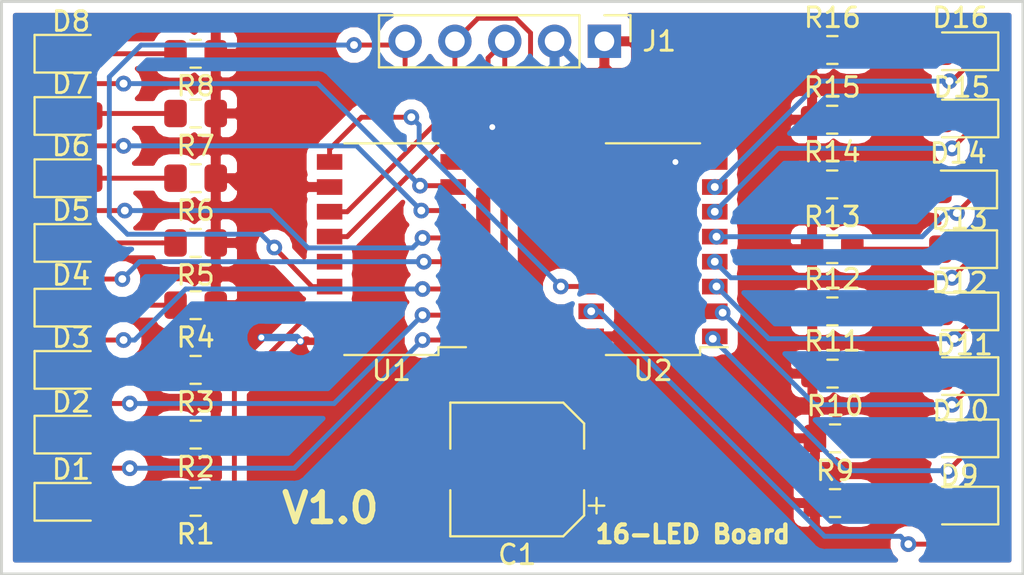
<source format=kicad_pcb>
(kicad_pcb (version 20171130) (host pcbnew "(5.0.1-3-g963ef8bb5)")

  (general
    (thickness 1.6)
    (drawings 7)
    (tracks 256)
    (zones 0)
    (modules 36)
    (nets 42)
  )

  (page A4)
  (title_block
    (date 2018-11-28)
    (rev 1.0)
    (comment 1 "Sayanee Basu")
  )

  (layers
    (0 F.Cu signal)
    (31 B.Cu signal)
    (32 B.Adhes user)
    (33 F.Adhes user)
    (34 B.Paste user)
    (35 F.Paste user)
    (36 B.SilkS user)
    (37 F.SilkS user)
    (38 B.Mask user)
    (39 F.Mask user)
    (40 Dwgs.User user)
    (41 Cmts.User user)
    (42 Eco1.User user)
    (43 Eco2.User user)
    (44 Edge.Cuts user)
    (45 Margin user)
    (46 B.CrtYd user)
    (47 F.CrtYd user)
    (48 B.Fab user)
    (49 F.Fab user hide)
  )

  (setup
    (last_trace_width 0.25)
    (trace_clearance 0.2)
    (zone_clearance 0.508)
    (zone_45_only no)
    (trace_min 0.2)
    (segment_width 0.2)
    (edge_width 0.15)
    (via_size 0.8)
    (via_drill 0.4)
    (via_min_size 0.4)
    (via_min_drill 0.3)
    (uvia_size 0.3)
    (uvia_drill 0.1)
    (uvias_allowed no)
    (uvia_min_size 0.2)
    (uvia_min_drill 0.1)
    (pcb_text_width 0.3)
    (pcb_text_size 1.5 1.5)
    (mod_edge_width 0.15)
    (mod_text_size 1 1)
    (mod_text_width 0.15)
    (pad_size 1.524 1.524)
    (pad_drill 0.762)
    (pad_to_mask_clearance 0.051)
    (solder_mask_min_width 0.25)
    (aux_axis_origin 0 0)
    (visible_elements FFFFFF7F)
    (pcbplotparams
      (layerselection 0x010fc_ffffffff)
      (usegerberextensions false)
      (usegerberattributes false)
      (usegerberadvancedattributes false)
      (creategerberjobfile false)
      (excludeedgelayer true)
      (linewidth 0.100000)
      (plotframeref false)
      (viasonmask false)
      (mode 1)
      (useauxorigin false)
      (hpglpennumber 1)
      (hpglpenspeed 20)
      (hpglpendiameter 15.000000)
      (psnegative false)
      (psa4output false)
      (plotreference true)
      (plotvalue true)
      (plotinvisibletext false)
      (padsonsilk false)
      (subtractmaskfromsilk false)
      (outputformat 1)
      (mirror false)
      (drillshape 0)
      (scaleselection 1)
      (outputdirectory "Gerbers/"))
  )

  (net 0 "")
  (net 1 VCC)
  (net 2 GND)
  (net 3 "Net-(D1-Pad2)")
  (net 4 /led_1_1)
  (net 5 /led_1_2)
  (net 6 "Net-(D2-Pad2)")
  (net 7 "Net-(D3-Pad2)")
  (net 8 /led_1_3)
  (net 9 /led_1_4)
  (net 10 "Net-(D4-Pad2)")
  (net 11 "Net-(D5-Pad2)")
  (net 12 /led_1_5)
  (net 13 /led_1_6)
  (net 14 "Net-(D6-Pad2)")
  (net 15 "Net-(D7-Pad2)")
  (net 16 /led_1_7)
  (net 17 /led_1_8)
  (net 18 "Net-(D8-Pad2)")
  (net 19 /led_2_1)
  (net 20 "Net-(D9-Pad2)")
  (net 21 "Net-(D10-Pad2)")
  (net 22 /led_2_2)
  (net 23 /led_2_3)
  (net 24 "Net-(D11-Pad2)")
  (net 25 "Net-(D12-Pad2)")
  (net 26 /led_2_4)
  (net 27 /led_2_5)
  (net 28 "Net-(D13-Pad2)")
  (net 29 "Net-(D14-Pad2)")
  (net 30 /led_2_6)
  (net 31 /led_2_7)
  (net 32 "Net-(D15-Pad2)")
  (net 33 "Net-(D16-Pad2)")
  (net 34 /led_2_8)
  (net 35 /LATCH)
  (net 36 /CLOCK)
  (net 37 /DATA)
  (net 38 "Net-(U1-Pad13)")
  (net 39 /DATA_S)
  (net 40 "Net-(U2-Pad9)")
  (net 41 "Net-(U2-Pad13)")

  (net_class Default "This is the default net class."
    (clearance 0.2)
    (trace_width 0.25)
    (via_dia 0.8)
    (via_drill 0.4)
    (uvia_dia 0.3)
    (uvia_drill 0.1)
    (add_net /CLOCK)
    (add_net /DATA)
    (add_net /DATA_S)
    (add_net /LATCH)
    (add_net /led_1_1)
    (add_net /led_1_2)
    (add_net /led_1_3)
    (add_net /led_1_4)
    (add_net /led_1_5)
    (add_net /led_1_6)
    (add_net /led_1_7)
    (add_net /led_1_8)
    (add_net /led_2_1)
    (add_net /led_2_2)
    (add_net /led_2_3)
    (add_net /led_2_4)
    (add_net /led_2_5)
    (add_net /led_2_6)
    (add_net /led_2_7)
    (add_net /led_2_8)
    (add_net "Net-(D1-Pad2)")
    (add_net "Net-(D10-Pad2)")
    (add_net "Net-(D11-Pad2)")
    (add_net "Net-(D12-Pad2)")
    (add_net "Net-(D13-Pad2)")
    (add_net "Net-(D14-Pad2)")
    (add_net "Net-(D15-Pad2)")
    (add_net "Net-(D16-Pad2)")
    (add_net "Net-(D2-Pad2)")
    (add_net "Net-(D3-Pad2)")
    (add_net "Net-(D4-Pad2)")
    (add_net "Net-(D5-Pad2)")
    (add_net "Net-(D6-Pad2)")
    (add_net "Net-(D7-Pad2)")
    (add_net "Net-(D8-Pad2)")
    (add_net "Net-(D9-Pad2)")
    (add_net "Net-(U1-Pad13)")
    (add_net "Net-(U2-Pad13)")
    (add_net "Net-(U2-Pad9)")
  )

  (net_class Power ""
    (clearance 0.25)
    (trace_width 0.38)
    (via_dia 0.4)
    (via_drill 0.3)
    (uvia_dia 0.3)
    (uvia_drill 0.1)
    (add_net GND)
    (add_net VCC)
  )

  (module Capacitor_SMD:CP_Elec_6.3x5.3 (layer F.Cu) (tedit 5B3026A2) (tstamp 5C0A6567)
    (at 89.789 106.426 180)
    (descr "SMT capacitor, aluminium electrolytic, 6.3x5.3, Cornell Dubilier Electronics ")
    (tags "Capacitor Electrolytic")
    (path /5BFD0346)
    (attr smd)
    (fp_text reference C1 (at 0 -4.35 180) (layer F.SilkS)
      (effects (font (size 1 1) (thickness 0.15)))
    )
    (fp_text value 200uF (at 0 4.35 180) (layer F.Fab)
      (effects (font (size 1 1) (thickness 0.15)))
    )
    (fp_circle (center 0 0) (end 3.15 0) (layer F.Fab) (width 0.1))
    (fp_line (start 3.3 -3.3) (end 3.3 3.3) (layer F.Fab) (width 0.1))
    (fp_line (start -2.3 -3.3) (end 3.3 -3.3) (layer F.Fab) (width 0.1))
    (fp_line (start -2.3 3.3) (end 3.3 3.3) (layer F.Fab) (width 0.1))
    (fp_line (start -3.3 -2.3) (end -3.3 2.3) (layer F.Fab) (width 0.1))
    (fp_line (start -3.3 -2.3) (end -2.3 -3.3) (layer F.Fab) (width 0.1))
    (fp_line (start -3.3 2.3) (end -2.3 3.3) (layer F.Fab) (width 0.1))
    (fp_line (start -2.704838 -1.33) (end -2.074838 -1.33) (layer F.Fab) (width 0.1))
    (fp_line (start -2.389838 -1.645) (end -2.389838 -1.015) (layer F.Fab) (width 0.1))
    (fp_line (start 3.41 3.41) (end 3.41 1.06) (layer F.SilkS) (width 0.12))
    (fp_line (start 3.41 -3.41) (end 3.41 -1.06) (layer F.SilkS) (width 0.12))
    (fp_line (start -2.345563 -3.41) (end 3.41 -3.41) (layer F.SilkS) (width 0.12))
    (fp_line (start -2.345563 3.41) (end 3.41 3.41) (layer F.SilkS) (width 0.12))
    (fp_line (start -3.41 2.345563) (end -3.41 1.06) (layer F.SilkS) (width 0.12))
    (fp_line (start -3.41 -2.345563) (end -3.41 -1.06) (layer F.SilkS) (width 0.12))
    (fp_line (start -3.41 -2.345563) (end -2.345563 -3.41) (layer F.SilkS) (width 0.12))
    (fp_line (start -3.41 2.345563) (end -2.345563 3.41) (layer F.SilkS) (width 0.12))
    (fp_line (start -4.4375 -1.8475) (end -3.65 -1.8475) (layer F.SilkS) (width 0.12))
    (fp_line (start -4.04375 -2.24125) (end -4.04375 -1.45375) (layer F.SilkS) (width 0.12))
    (fp_line (start 3.55 -3.55) (end 3.55 -1.05) (layer F.CrtYd) (width 0.05))
    (fp_line (start 3.55 -1.05) (end 4.8 -1.05) (layer F.CrtYd) (width 0.05))
    (fp_line (start 4.8 -1.05) (end 4.8 1.05) (layer F.CrtYd) (width 0.05))
    (fp_line (start 4.8 1.05) (end 3.55 1.05) (layer F.CrtYd) (width 0.05))
    (fp_line (start 3.55 1.05) (end 3.55 3.55) (layer F.CrtYd) (width 0.05))
    (fp_line (start -2.4 3.55) (end 3.55 3.55) (layer F.CrtYd) (width 0.05))
    (fp_line (start -2.4 -3.55) (end 3.55 -3.55) (layer F.CrtYd) (width 0.05))
    (fp_line (start -3.55 2.4) (end -2.4 3.55) (layer F.CrtYd) (width 0.05))
    (fp_line (start -3.55 -2.4) (end -2.4 -3.55) (layer F.CrtYd) (width 0.05))
    (fp_line (start -3.55 -2.4) (end -3.55 -1.05) (layer F.CrtYd) (width 0.05))
    (fp_line (start -3.55 1.05) (end -3.55 2.4) (layer F.CrtYd) (width 0.05))
    (fp_line (start -3.55 -1.05) (end -4.8 -1.05) (layer F.CrtYd) (width 0.05))
    (fp_line (start -4.8 -1.05) (end -4.8 1.05) (layer F.CrtYd) (width 0.05))
    (fp_line (start -4.8 1.05) (end -3.55 1.05) (layer F.CrtYd) (width 0.05))
    (fp_text user %R (at 0 0 180) (layer F.Fab)
      (effects (font (size 1 1) (thickness 0.15)))
    )
    (pad 1 smd rect (at -2.8 0 180) (size 3.5 1.6) (layers F.Cu F.Paste F.Mask)
      (net 1 VCC))
    (pad 2 smd rect (at 2.8 0 180) (size 3.5 1.6) (layers F.Cu F.Paste F.Mask)
      (net 2 GND))
    (model ${KISYS3DMOD}/Capacitor_SMD.3dshapes/CP_Elec_6.3x5.3.wrl
      (at (xyz 0 0 0))
      (scale (xyz 1 1 1))
      (rotate (xyz 0 0 0))
    )
  )

  (module LED_SMD:LED_0805_2012Metric_Pad1.15x1.40mm_HandSolder (layer F.Cu) (tedit 5B4B45C9) (tstamp 5C0A657A)
    (at 67.047 108.077)
    (descr "LED SMD 0805 (2012 Metric), square (rectangular) end terminal, IPC_7351 nominal, (Body size source: https://docs.google.com/spreadsheets/d/1BsfQQcO9C6DZCsRaXUlFlo91Tg2WpOkGARC1WS5S8t0/edit?usp=sharing), generated with kicad-footprint-generator")
    (tags "LED handsolder")
    (path /5BFCEFBC)
    (attr smd)
    (fp_text reference D1 (at 0 -1.65) (layer F.SilkS)
      (effects (font (size 1 1) (thickness 0.15)))
    )
    (fp_text value LED (at 0 1.65) (layer F.Fab)
      (effects (font (size 1 1) (thickness 0.15)))
    )
    (fp_text user %R (at 0 0) (layer F.Fab)
      (effects (font (size 0.5 0.5) (thickness 0.08)))
    )
    (fp_line (start 1.85 0.95) (end -1.85 0.95) (layer F.CrtYd) (width 0.05))
    (fp_line (start 1.85 -0.95) (end 1.85 0.95) (layer F.CrtYd) (width 0.05))
    (fp_line (start -1.85 -0.95) (end 1.85 -0.95) (layer F.CrtYd) (width 0.05))
    (fp_line (start -1.85 0.95) (end -1.85 -0.95) (layer F.CrtYd) (width 0.05))
    (fp_line (start -1.86 0.96) (end 1 0.96) (layer F.SilkS) (width 0.12))
    (fp_line (start -1.86 -0.96) (end -1.86 0.96) (layer F.SilkS) (width 0.12))
    (fp_line (start 1 -0.96) (end -1.86 -0.96) (layer F.SilkS) (width 0.12))
    (fp_line (start 1 0.6) (end 1 -0.6) (layer F.Fab) (width 0.1))
    (fp_line (start -1 0.6) (end 1 0.6) (layer F.Fab) (width 0.1))
    (fp_line (start -1 -0.3) (end -1 0.6) (layer F.Fab) (width 0.1))
    (fp_line (start -0.7 -0.6) (end -1 -0.3) (layer F.Fab) (width 0.1))
    (fp_line (start 1 -0.6) (end -0.7 -0.6) (layer F.Fab) (width 0.1))
    (pad 2 smd roundrect (at 1.025 0) (size 1.15 1.4) (layers F.Cu F.Paste F.Mask) (roundrect_rratio 0.217391)
      (net 3 "Net-(D1-Pad2)"))
    (pad 1 smd roundrect (at -1.025 0) (size 1.15 1.4) (layers F.Cu F.Paste F.Mask) (roundrect_rratio 0.217391)
      (net 4 /led_1_1))
    (model ${KISYS3DMOD}/LED_SMD.3dshapes/LED_0805_2012Metric.wrl
      (at (xyz 0 0 0))
      (scale (xyz 1 1 1))
      (rotate (xyz 0 0 0))
    )
  )

  (module LED_SMD:LED_0805_2012Metric_Pad1.15x1.40mm_HandSolder (layer F.Cu) (tedit 5B4B45C9) (tstamp 5C0A658D)
    (at 67.047 104.648)
    (descr "LED SMD 0805 (2012 Metric), square (rectangular) end terminal, IPC_7351 nominal, (Body size source: https://docs.google.com/spreadsheets/d/1BsfQQcO9C6DZCsRaXUlFlo91Tg2WpOkGARC1WS5S8t0/edit?usp=sharing), generated with kicad-footprint-generator")
    (tags "LED handsolder")
    (path /5BFCF3C2)
    (attr smd)
    (fp_text reference D2 (at 0 -1.65) (layer F.SilkS)
      (effects (font (size 1 1) (thickness 0.15)))
    )
    (fp_text value LED (at 0 1.65) (layer F.Fab)
      (effects (font (size 1 1) (thickness 0.15)))
    )
    (fp_line (start 1 -0.6) (end -0.7 -0.6) (layer F.Fab) (width 0.1))
    (fp_line (start -0.7 -0.6) (end -1 -0.3) (layer F.Fab) (width 0.1))
    (fp_line (start -1 -0.3) (end -1 0.6) (layer F.Fab) (width 0.1))
    (fp_line (start -1 0.6) (end 1 0.6) (layer F.Fab) (width 0.1))
    (fp_line (start 1 0.6) (end 1 -0.6) (layer F.Fab) (width 0.1))
    (fp_line (start 1 -0.96) (end -1.86 -0.96) (layer F.SilkS) (width 0.12))
    (fp_line (start -1.86 -0.96) (end -1.86 0.96) (layer F.SilkS) (width 0.12))
    (fp_line (start -1.86 0.96) (end 1 0.96) (layer F.SilkS) (width 0.12))
    (fp_line (start -1.85 0.95) (end -1.85 -0.95) (layer F.CrtYd) (width 0.05))
    (fp_line (start -1.85 -0.95) (end 1.85 -0.95) (layer F.CrtYd) (width 0.05))
    (fp_line (start 1.85 -0.95) (end 1.85 0.95) (layer F.CrtYd) (width 0.05))
    (fp_line (start 1.85 0.95) (end -1.85 0.95) (layer F.CrtYd) (width 0.05))
    (fp_text user %R (at 0 0) (layer F.Fab)
      (effects (font (size 0.5 0.5) (thickness 0.08)))
    )
    (pad 1 smd roundrect (at -1.025 0) (size 1.15 1.4) (layers F.Cu F.Paste F.Mask) (roundrect_rratio 0.217391)
      (net 5 /led_1_2))
    (pad 2 smd roundrect (at 1.025 0) (size 1.15 1.4) (layers F.Cu F.Paste F.Mask) (roundrect_rratio 0.217391)
      (net 6 "Net-(D2-Pad2)"))
    (model ${KISYS3DMOD}/LED_SMD.3dshapes/LED_0805_2012Metric.wrl
      (at (xyz 0 0 0))
      (scale (xyz 1 1 1))
      (rotate (xyz 0 0 0))
    )
  )

  (module LED_SMD:LED_0805_2012Metric_Pad1.15x1.40mm_HandSolder (layer F.Cu) (tedit 5B4B45C9) (tstamp 5C0A65A0)
    (at 67.047 101.346)
    (descr "LED SMD 0805 (2012 Metric), square (rectangular) end terminal, IPC_7351 nominal, (Body size source: https://docs.google.com/spreadsheets/d/1BsfQQcO9C6DZCsRaXUlFlo91Tg2WpOkGARC1WS5S8t0/edit?usp=sharing), generated with kicad-footprint-generator")
    (tags "LED handsolder")
    (path /5BFCF423)
    (attr smd)
    (fp_text reference D3 (at 0 -1.65) (layer F.SilkS)
      (effects (font (size 1 1) (thickness 0.15)))
    )
    (fp_text value LED (at 0 1.65) (layer F.Fab)
      (effects (font (size 1 1) (thickness 0.15)))
    )
    (fp_text user %R (at 0 0) (layer F.Fab)
      (effects (font (size 0.5 0.5) (thickness 0.08)))
    )
    (fp_line (start 1.85 0.95) (end -1.85 0.95) (layer F.CrtYd) (width 0.05))
    (fp_line (start 1.85 -0.95) (end 1.85 0.95) (layer F.CrtYd) (width 0.05))
    (fp_line (start -1.85 -0.95) (end 1.85 -0.95) (layer F.CrtYd) (width 0.05))
    (fp_line (start -1.85 0.95) (end -1.85 -0.95) (layer F.CrtYd) (width 0.05))
    (fp_line (start -1.86 0.96) (end 1 0.96) (layer F.SilkS) (width 0.12))
    (fp_line (start -1.86 -0.96) (end -1.86 0.96) (layer F.SilkS) (width 0.12))
    (fp_line (start 1 -0.96) (end -1.86 -0.96) (layer F.SilkS) (width 0.12))
    (fp_line (start 1 0.6) (end 1 -0.6) (layer F.Fab) (width 0.1))
    (fp_line (start -1 0.6) (end 1 0.6) (layer F.Fab) (width 0.1))
    (fp_line (start -1 -0.3) (end -1 0.6) (layer F.Fab) (width 0.1))
    (fp_line (start -0.7 -0.6) (end -1 -0.3) (layer F.Fab) (width 0.1))
    (fp_line (start 1 -0.6) (end -0.7 -0.6) (layer F.Fab) (width 0.1))
    (pad 2 smd roundrect (at 1.025 0) (size 1.15 1.4) (layers F.Cu F.Paste F.Mask) (roundrect_rratio 0.217391)
      (net 7 "Net-(D3-Pad2)"))
    (pad 1 smd roundrect (at -1.025 0) (size 1.15 1.4) (layers F.Cu F.Paste F.Mask) (roundrect_rratio 0.217391)
      (net 8 /led_1_3))
    (model ${KISYS3DMOD}/LED_SMD.3dshapes/LED_0805_2012Metric.wrl
      (at (xyz 0 0 0))
      (scale (xyz 1 1 1))
      (rotate (xyz 0 0 0))
    )
  )

  (module LED_SMD:LED_0805_2012Metric_Pad1.15x1.40mm_HandSolder (layer F.Cu) (tedit 5B4B45C9) (tstamp 5C0A65B3)
    (at 67.047 98.171)
    (descr "LED SMD 0805 (2012 Metric), square (rectangular) end terminal, IPC_7351 nominal, (Body size source: https://docs.google.com/spreadsheets/d/1BsfQQcO9C6DZCsRaXUlFlo91Tg2WpOkGARC1WS5S8t0/edit?usp=sharing), generated with kicad-footprint-generator")
    (tags "LED handsolder")
    (path /5BFCF54C)
    (attr smd)
    (fp_text reference D4 (at 0 -1.65) (layer F.SilkS)
      (effects (font (size 1 1) (thickness 0.15)))
    )
    (fp_text value LED (at 0 1.65) (layer F.Fab)
      (effects (font (size 1 1) (thickness 0.15)))
    )
    (fp_line (start 1 -0.6) (end -0.7 -0.6) (layer F.Fab) (width 0.1))
    (fp_line (start -0.7 -0.6) (end -1 -0.3) (layer F.Fab) (width 0.1))
    (fp_line (start -1 -0.3) (end -1 0.6) (layer F.Fab) (width 0.1))
    (fp_line (start -1 0.6) (end 1 0.6) (layer F.Fab) (width 0.1))
    (fp_line (start 1 0.6) (end 1 -0.6) (layer F.Fab) (width 0.1))
    (fp_line (start 1 -0.96) (end -1.86 -0.96) (layer F.SilkS) (width 0.12))
    (fp_line (start -1.86 -0.96) (end -1.86 0.96) (layer F.SilkS) (width 0.12))
    (fp_line (start -1.86 0.96) (end 1 0.96) (layer F.SilkS) (width 0.12))
    (fp_line (start -1.85 0.95) (end -1.85 -0.95) (layer F.CrtYd) (width 0.05))
    (fp_line (start -1.85 -0.95) (end 1.85 -0.95) (layer F.CrtYd) (width 0.05))
    (fp_line (start 1.85 -0.95) (end 1.85 0.95) (layer F.CrtYd) (width 0.05))
    (fp_line (start 1.85 0.95) (end -1.85 0.95) (layer F.CrtYd) (width 0.05))
    (fp_text user %R (at 0 0) (layer F.Fab)
      (effects (font (size 0.5 0.5) (thickness 0.08)))
    )
    (pad 1 smd roundrect (at -1.025 0) (size 1.15 1.4) (layers F.Cu F.Paste F.Mask) (roundrect_rratio 0.217391)
      (net 9 /led_1_4))
    (pad 2 smd roundrect (at 1.025 0) (size 1.15 1.4) (layers F.Cu F.Paste F.Mask) (roundrect_rratio 0.217391)
      (net 10 "Net-(D4-Pad2)"))
    (model ${KISYS3DMOD}/LED_SMD.3dshapes/LED_0805_2012Metric.wrl
      (at (xyz 0 0 0))
      (scale (xyz 1 1 1))
      (rotate (xyz 0 0 0))
    )
  )

  (module LED_SMD:LED_0805_2012Metric_Pad1.15x1.40mm_HandSolder (layer F.Cu) (tedit 5B4B45C9) (tstamp 5C0A65C6)
    (at 67.047 94.869)
    (descr "LED SMD 0805 (2012 Metric), square (rectangular) end terminal, IPC_7351 nominal, (Body size source: https://docs.google.com/spreadsheets/d/1BsfQQcO9C6DZCsRaXUlFlo91Tg2WpOkGARC1WS5S8t0/edit?usp=sharing), generated with kicad-footprint-generator")
    (tags "LED handsolder")
    (path /5BFCF596)
    (attr smd)
    (fp_text reference D5 (at 0 -1.65) (layer F.SilkS)
      (effects (font (size 1 1) (thickness 0.15)))
    )
    (fp_text value LED (at 0 1.65) (layer F.Fab)
      (effects (font (size 1 1) (thickness 0.15)))
    )
    (fp_text user %R (at 0 0) (layer F.Fab)
      (effects (font (size 0.5 0.5) (thickness 0.08)))
    )
    (fp_line (start 1.85 0.95) (end -1.85 0.95) (layer F.CrtYd) (width 0.05))
    (fp_line (start 1.85 -0.95) (end 1.85 0.95) (layer F.CrtYd) (width 0.05))
    (fp_line (start -1.85 -0.95) (end 1.85 -0.95) (layer F.CrtYd) (width 0.05))
    (fp_line (start -1.85 0.95) (end -1.85 -0.95) (layer F.CrtYd) (width 0.05))
    (fp_line (start -1.86 0.96) (end 1 0.96) (layer F.SilkS) (width 0.12))
    (fp_line (start -1.86 -0.96) (end -1.86 0.96) (layer F.SilkS) (width 0.12))
    (fp_line (start 1 -0.96) (end -1.86 -0.96) (layer F.SilkS) (width 0.12))
    (fp_line (start 1 0.6) (end 1 -0.6) (layer F.Fab) (width 0.1))
    (fp_line (start -1 0.6) (end 1 0.6) (layer F.Fab) (width 0.1))
    (fp_line (start -1 -0.3) (end -1 0.6) (layer F.Fab) (width 0.1))
    (fp_line (start -0.7 -0.6) (end -1 -0.3) (layer F.Fab) (width 0.1))
    (fp_line (start 1 -0.6) (end -0.7 -0.6) (layer F.Fab) (width 0.1))
    (pad 2 smd roundrect (at 1.025 0) (size 1.15 1.4) (layers F.Cu F.Paste F.Mask) (roundrect_rratio 0.217391)
      (net 11 "Net-(D5-Pad2)"))
    (pad 1 smd roundrect (at -1.025 0) (size 1.15 1.4) (layers F.Cu F.Paste F.Mask) (roundrect_rratio 0.217391)
      (net 12 /led_1_5))
    (model ${KISYS3DMOD}/LED_SMD.3dshapes/LED_0805_2012Metric.wrl
      (at (xyz 0 0 0))
      (scale (xyz 1 1 1))
      (rotate (xyz 0 0 0))
    )
  )

  (module LED_SMD:LED_0805_2012Metric_Pad1.15x1.40mm_HandSolder (layer F.Cu) (tedit 5B4B45C9) (tstamp 5C0A7486)
    (at 67.047 91.567)
    (descr "LED SMD 0805 (2012 Metric), square (rectangular) end terminal, IPC_7351 nominal, (Body size source: https://docs.google.com/spreadsheets/d/1BsfQQcO9C6DZCsRaXUlFlo91Tg2WpOkGARC1WS5S8t0/edit?usp=sharing), generated with kicad-footprint-generator")
    (tags "LED handsolder")
    (path /5BFCF61B)
    (attr smd)
    (fp_text reference D6 (at 0 -1.65) (layer F.SilkS)
      (effects (font (size 1 1) (thickness 0.15)))
    )
    (fp_text value LED (at 0 1.65) (layer F.Fab)
      (effects (font (size 1 1) (thickness 0.15)))
    )
    (fp_line (start 1 -0.6) (end -0.7 -0.6) (layer F.Fab) (width 0.1))
    (fp_line (start -0.7 -0.6) (end -1 -0.3) (layer F.Fab) (width 0.1))
    (fp_line (start -1 -0.3) (end -1 0.6) (layer F.Fab) (width 0.1))
    (fp_line (start -1 0.6) (end 1 0.6) (layer F.Fab) (width 0.1))
    (fp_line (start 1 0.6) (end 1 -0.6) (layer F.Fab) (width 0.1))
    (fp_line (start 1 -0.96) (end -1.86 -0.96) (layer F.SilkS) (width 0.12))
    (fp_line (start -1.86 -0.96) (end -1.86 0.96) (layer F.SilkS) (width 0.12))
    (fp_line (start -1.86 0.96) (end 1 0.96) (layer F.SilkS) (width 0.12))
    (fp_line (start -1.85 0.95) (end -1.85 -0.95) (layer F.CrtYd) (width 0.05))
    (fp_line (start -1.85 -0.95) (end 1.85 -0.95) (layer F.CrtYd) (width 0.05))
    (fp_line (start 1.85 -0.95) (end 1.85 0.95) (layer F.CrtYd) (width 0.05))
    (fp_line (start 1.85 0.95) (end -1.85 0.95) (layer F.CrtYd) (width 0.05))
    (fp_text user %R (at 0 0) (layer F.Fab)
      (effects (font (size 0.5 0.5) (thickness 0.08)))
    )
    (pad 1 smd roundrect (at -1.025 0) (size 1.15 1.4) (layers F.Cu F.Paste F.Mask) (roundrect_rratio 0.217391)
      (net 13 /led_1_6))
    (pad 2 smd roundrect (at 1.025 0) (size 1.15 1.4) (layers F.Cu F.Paste F.Mask) (roundrect_rratio 0.217391)
      (net 14 "Net-(D6-Pad2)"))
    (model ${KISYS3DMOD}/LED_SMD.3dshapes/LED_0805_2012Metric.wrl
      (at (xyz 0 0 0))
      (scale (xyz 1 1 1))
      (rotate (xyz 0 0 0))
    )
  )

  (module LED_SMD:LED_0805_2012Metric_Pad1.15x1.40mm_HandSolder (layer F.Cu) (tedit 5B4B45C9) (tstamp 5C0A65EC)
    (at 67.047 88.392)
    (descr "LED SMD 0805 (2012 Metric), square (rectangular) end terminal, IPC_7351 nominal, (Body size source: https://docs.google.com/spreadsheets/d/1BsfQQcO9C6DZCsRaXUlFlo91Tg2WpOkGARC1WS5S8t0/edit?usp=sharing), generated with kicad-footprint-generator")
    (tags "LED handsolder")
    (path /5BFCF676)
    (attr smd)
    (fp_text reference D7 (at 0 -1.65) (layer F.SilkS)
      (effects (font (size 1 1) (thickness 0.15)))
    )
    (fp_text value LED (at 0 1.65) (layer F.Fab)
      (effects (font (size 1 1) (thickness 0.15)))
    )
    (fp_text user %R (at 0 0) (layer F.Fab)
      (effects (font (size 0.5 0.5) (thickness 0.08)))
    )
    (fp_line (start 1.85 0.95) (end -1.85 0.95) (layer F.CrtYd) (width 0.05))
    (fp_line (start 1.85 -0.95) (end 1.85 0.95) (layer F.CrtYd) (width 0.05))
    (fp_line (start -1.85 -0.95) (end 1.85 -0.95) (layer F.CrtYd) (width 0.05))
    (fp_line (start -1.85 0.95) (end -1.85 -0.95) (layer F.CrtYd) (width 0.05))
    (fp_line (start -1.86 0.96) (end 1 0.96) (layer F.SilkS) (width 0.12))
    (fp_line (start -1.86 -0.96) (end -1.86 0.96) (layer F.SilkS) (width 0.12))
    (fp_line (start 1 -0.96) (end -1.86 -0.96) (layer F.SilkS) (width 0.12))
    (fp_line (start 1 0.6) (end 1 -0.6) (layer F.Fab) (width 0.1))
    (fp_line (start -1 0.6) (end 1 0.6) (layer F.Fab) (width 0.1))
    (fp_line (start -1 -0.3) (end -1 0.6) (layer F.Fab) (width 0.1))
    (fp_line (start -0.7 -0.6) (end -1 -0.3) (layer F.Fab) (width 0.1))
    (fp_line (start 1 -0.6) (end -0.7 -0.6) (layer F.Fab) (width 0.1))
    (pad 2 smd roundrect (at 1.025 0) (size 1.15 1.4) (layers F.Cu F.Paste F.Mask) (roundrect_rratio 0.217391)
      (net 15 "Net-(D7-Pad2)"))
    (pad 1 smd roundrect (at -1.025 0) (size 1.15 1.4) (layers F.Cu F.Paste F.Mask) (roundrect_rratio 0.217391)
      (net 16 /led_1_7))
    (model ${KISYS3DMOD}/LED_SMD.3dshapes/LED_0805_2012Metric.wrl
      (at (xyz 0 0 0))
      (scale (xyz 1 1 1))
      (rotate (xyz 0 0 0))
    )
  )

  (module LED_SMD:LED_0805_2012Metric_Pad1.15x1.40mm_HandSolder (layer F.Cu) (tedit 5B4B45C9) (tstamp 5C0A65FF)
    (at 67.047 85.217)
    (descr "LED SMD 0805 (2012 Metric), square (rectangular) end terminal, IPC_7351 nominal, (Body size source: https://docs.google.com/spreadsheets/d/1BsfQQcO9C6DZCsRaXUlFlo91Tg2WpOkGARC1WS5S8t0/edit?usp=sharing), generated with kicad-footprint-generator")
    (tags "LED handsolder")
    (path /5BFCF6D0)
    (attr smd)
    (fp_text reference D8 (at 0 -1.65) (layer F.SilkS)
      (effects (font (size 1 1) (thickness 0.15)))
    )
    (fp_text value LED (at 0 1.65) (layer F.Fab)
      (effects (font (size 1 1) (thickness 0.15)))
    )
    (fp_line (start 1 -0.6) (end -0.7 -0.6) (layer F.Fab) (width 0.1))
    (fp_line (start -0.7 -0.6) (end -1 -0.3) (layer F.Fab) (width 0.1))
    (fp_line (start -1 -0.3) (end -1 0.6) (layer F.Fab) (width 0.1))
    (fp_line (start -1 0.6) (end 1 0.6) (layer F.Fab) (width 0.1))
    (fp_line (start 1 0.6) (end 1 -0.6) (layer F.Fab) (width 0.1))
    (fp_line (start 1 -0.96) (end -1.86 -0.96) (layer F.SilkS) (width 0.12))
    (fp_line (start -1.86 -0.96) (end -1.86 0.96) (layer F.SilkS) (width 0.12))
    (fp_line (start -1.86 0.96) (end 1 0.96) (layer F.SilkS) (width 0.12))
    (fp_line (start -1.85 0.95) (end -1.85 -0.95) (layer F.CrtYd) (width 0.05))
    (fp_line (start -1.85 -0.95) (end 1.85 -0.95) (layer F.CrtYd) (width 0.05))
    (fp_line (start 1.85 -0.95) (end 1.85 0.95) (layer F.CrtYd) (width 0.05))
    (fp_line (start 1.85 0.95) (end -1.85 0.95) (layer F.CrtYd) (width 0.05))
    (fp_text user %R (at 0 0) (layer F.Fab)
      (effects (font (size 0.5 0.5) (thickness 0.08)))
    )
    (pad 1 smd roundrect (at -1.025 0) (size 1.15 1.4) (layers F.Cu F.Paste F.Mask) (roundrect_rratio 0.217391)
      (net 17 /led_1_8))
    (pad 2 smd roundrect (at 1.025 0) (size 1.15 1.4) (layers F.Cu F.Paste F.Mask) (roundrect_rratio 0.217391)
      (net 18 "Net-(D8-Pad2)"))
    (model ${KISYS3DMOD}/LED_SMD.3dshapes/LED_0805_2012Metric.wrl
      (at (xyz 0 0 0))
      (scale (xyz 1 1 1))
      (rotate (xyz 0 0 0))
    )
  )

  (module LED_SMD:LED_0805_2012Metric_Pad1.15x1.40mm_HandSolder (layer F.Cu) (tedit 5BFDF9CC) (tstamp 5C0A738C)
    (at 112.4495 108.2675 180)
    (descr "LED SMD 0805 (2012 Metric), square (rectangular) end terminal, IPC_7351 nominal, (Body size source: https://docs.google.com/spreadsheets/d/1BsfQQcO9C6DZCsRaXUlFlo91Tg2WpOkGARC1WS5S8t0/edit?usp=sharing), generated with kicad-footprint-generator")
    (tags "LED handsolder")
    (path /5BFD204C)
    (attr smd)
    (fp_text reference D9 (at 0.118 1.524 180) (layer F.SilkS)
      (effects (font (size 1 1) (thickness 0.15)))
    )
    (fp_text value LED (at 0 1.65 180) (layer F.Fab) hide
      (effects (font (size 1 1) (thickness 0.15)))
    )
    (fp_line (start 1 -0.6) (end -0.7 -0.6) (layer F.Fab) (width 0.1))
    (fp_line (start -0.7 -0.6) (end -1 -0.3) (layer F.Fab) (width 0.1))
    (fp_line (start -1 -0.3) (end -1 0.6) (layer F.Fab) (width 0.1))
    (fp_line (start -1 0.6) (end 1 0.6) (layer F.Fab) (width 0.1))
    (fp_line (start 1 0.6) (end 1 -0.6) (layer F.Fab) (width 0.1))
    (fp_line (start 1 -0.96) (end -1.86 -0.96) (layer F.SilkS) (width 0.12))
    (fp_line (start -1.86 -0.96) (end -1.86 0.96) (layer F.SilkS) (width 0.12))
    (fp_line (start -1.86 0.96) (end 1 0.96) (layer F.SilkS) (width 0.12))
    (fp_line (start -1.85 0.95) (end -1.85 -0.95) (layer F.CrtYd) (width 0.05))
    (fp_line (start -1.85 -0.95) (end 1.85 -0.95) (layer F.CrtYd) (width 0.05))
    (fp_line (start 1.85 -0.95) (end 1.85 0.95) (layer F.CrtYd) (width 0.05))
    (fp_line (start 1.85 0.95) (end -1.85 0.95) (layer F.CrtYd) (width 0.05))
    (fp_text user %R (at 0 0 180) (layer F.Fab)
      (effects (font (size 0.5 0.5) (thickness 0.08)))
    )
    (pad 1 smd roundrect (at -1.025 0 180) (size 1.15 1.4) (layers F.Cu F.Paste F.Mask) (roundrect_rratio 0.217391)
      (net 19 /led_2_1))
    (pad 2 smd roundrect (at 1.025 0 180) (size 1.15 1.4) (layers F.Cu F.Paste F.Mask) (roundrect_rratio 0.217391)
      (net 20 "Net-(D9-Pad2)"))
    (model ${KISYS3DMOD}/LED_SMD.3dshapes/LED_0805_2012Metric.wrl
      (at (xyz 0 0 0))
      (scale (xyz 1 1 1))
      (rotate (xyz 0 0 0))
    )
  )

  (module LED_SMD:LED_0805_2012Metric_Pad1.15x1.40mm_HandSolder (layer F.Cu) (tedit 5BFDF9D7) (tstamp 5C0A6625)
    (at 112.4495 104.8385 180)
    (descr "LED SMD 0805 (2012 Metric), square (rectangular) end terminal, IPC_7351 nominal, (Body size source: https://docs.google.com/spreadsheets/d/1BsfQQcO9C6DZCsRaXUlFlo91Tg2WpOkGARC1WS5S8t0/edit?usp=sharing), generated with kicad-footprint-generator")
    (tags "LED handsolder")
    (path /5BFD265D)
    (attr smd)
    (fp_text reference D10 (at 0.0545 1.397 180) (layer F.SilkS)
      (effects (font (size 1 1) (thickness 0.15)))
    )
    (fp_text value LED (at 0 1.65 180) (layer F.Fab) hide
      (effects (font (size 1 1) (thickness 0.15)))
    )
    (fp_text user %R (at 0 0 180) (layer F.Fab)
      (effects (font (size 0.5 0.5) (thickness 0.08)))
    )
    (fp_line (start 1.85 0.95) (end -1.85 0.95) (layer F.CrtYd) (width 0.05))
    (fp_line (start 1.85 -0.95) (end 1.85 0.95) (layer F.CrtYd) (width 0.05))
    (fp_line (start -1.85 -0.95) (end 1.85 -0.95) (layer F.CrtYd) (width 0.05))
    (fp_line (start -1.85 0.95) (end -1.85 -0.95) (layer F.CrtYd) (width 0.05))
    (fp_line (start -1.86 0.96) (end 1 0.96) (layer F.SilkS) (width 0.12))
    (fp_line (start -1.86 -0.96) (end -1.86 0.96) (layer F.SilkS) (width 0.12))
    (fp_line (start 1 -0.96) (end -1.86 -0.96) (layer F.SilkS) (width 0.12))
    (fp_line (start 1 0.6) (end 1 -0.6) (layer F.Fab) (width 0.1))
    (fp_line (start -1 0.6) (end 1 0.6) (layer F.Fab) (width 0.1))
    (fp_line (start -1 -0.3) (end -1 0.6) (layer F.Fab) (width 0.1))
    (fp_line (start -0.7 -0.6) (end -1 -0.3) (layer F.Fab) (width 0.1))
    (fp_line (start 1 -0.6) (end -0.7 -0.6) (layer F.Fab) (width 0.1))
    (pad 2 smd roundrect (at 1.025 0 180) (size 1.15 1.4) (layers F.Cu F.Paste F.Mask) (roundrect_rratio 0.217391)
      (net 21 "Net-(D10-Pad2)"))
    (pad 1 smd roundrect (at -1.025 0 180) (size 1.15 1.4) (layers F.Cu F.Paste F.Mask) (roundrect_rratio 0.217391)
      (net 22 /led_2_2))
    (model ${KISYS3DMOD}/LED_SMD.3dshapes/LED_0805_2012Metric.wrl
      (at (xyz 0 0 0))
      (scale (xyz 1 1 1))
      (rotate (xyz 0 0 0))
    )
  )

  (module LED_SMD:LED_0805_2012Metric_Pad1.15x1.40mm_HandSolder (layer F.Cu) (tedit 5BFDF9E2) (tstamp 5C0A6638)
    (at 112.4495 101.6635 180)
    (descr "LED SMD 0805 (2012 Metric), square (rectangular) end terminal, IPC_7351 nominal, (Body size source: https://docs.google.com/spreadsheets/d/1BsfQQcO9C6DZCsRaXUlFlo91Tg2WpOkGARC1WS5S8t0/edit?usp=sharing), generated with kicad-footprint-generator")
    (tags "LED handsolder")
    (path /5BFD271F)
    (attr smd)
    (fp_text reference D11 (at -0.136 1.5875 180) (layer F.SilkS)
      (effects (font (size 1 1) (thickness 0.15)))
    )
    (fp_text value LED (at 0 1.65 180) (layer F.Fab) hide
      (effects (font (size 1 1) (thickness 0.15)))
    )
    (fp_line (start 1 -0.6) (end -0.7 -0.6) (layer F.Fab) (width 0.1))
    (fp_line (start -0.7 -0.6) (end -1 -0.3) (layer F.Fab) (width 0.1))
    (fp_line (start -1 -0.3) (end -1 0.6) (layer F.Fab) (width 0.1))
    (fp_line (start -1 0.6) (end 1 0.6) (layer F.Fab) (width 0.1))
    (fp_line (start 1 0.6) (end 1 -0.6) (layer F.Fab) (width 0.1))
    (fp_line (start 1 -0.96) (end -1.86 -0.96) (layer F.SilkS) (width 0.12))
    (fp_line (start -1.86 -0.96) (end -1.86 0.96) (layer F.SilkS) (width 0.12))
    (fp_line (start -1.86 0.96) (end 1 0.96) (layer F.SilkS) (width 0.12))
    (fp_line (start -1.85 0.95) (end -1.85 -0.95) (layer F.CrtYd) (width 0.05))
    (fp_line (start -1.85 -0.95) (end 1.85 -0.95) (layer F.CrtYd) (width 0.05))
    (fp_line (start 1.85 -0.95) (end 1.85 0.95) (layer F.CrtYd) (width 0.05))
    (fp_line (start 1.85 0.95) (end -1.85 0.95) (layer F.CrtYd) (width 0.05))
    (fp_text user %R (at 0 0 180) (layer F.Fab)
      (effects (font (size 0.5 0.5) (thickness 0.08)))
    )
    (pad 1 smd roundrect (at -1.025 0 180) (size 1.15 1.4) (layers F.Cu F.Paste F.Mask) (roundrect_rratio 0.217391)
      (net 23 /led_2_3))
    (pad 2 smd roundrect (at 1.025 0 180) (size 1.15 1.4) (layers F.Cu F.Paste F.Mask) (roundrect_rratio 0.217391)
      (net 24 "Net-(D11-Pad2)"))
    (model ${KISYS3DMOD}/LED_SMD.3dshapes/LED_0805_2012Metric.wrl
      (at (xyz 0 0 0))
      (scale (xyz 1 1 1))
      (rotate (xyz 0 0 0))
    )
  )

  (module LED_SMD:LED_0805_2012Metric_Pad1.15x1.40mm_HandSolder (layer F.Cu) (tedit 5B4B45C9) (tstamp 5C0A664B)
    (at 112.4495 98.3615 180)
    (descr "LED SMD 0805 (2012 Metric), square (rectangular) end terminal, IPC_7351 nominal, (Body size source: https://docs.google.com/spreadsheets/d/1BsfQQcO9C6DZCsRaXUlFlo91Tg2WpOkGARC1WS5S8t0/edit?usp=sharing), generated with kicad-footprint-generator")
    (tags "LED handsolder")
    (path /5BFD2831)
    (attr smd)
    (fp_text reference D12 (at 0.118 1.4605 180) (layer F.SilkS)
      (effects (font (size 1 1) (thickness 0.15)))
    )
    (fp_text value LED (at 0 1.65 180) (layer F.Fab)
      (effects (font (size 1 1) (thickness 0.15)))
    )
    (fp_text user %R (at 0 0 180) (layer F.Fab)
      (effects (font (size 0.5 0.5) (thickness 0.08)))
    )
    (fp_line (start 1.85 0.95) (end -1.85 0.95) (layer F.CrtYd) (width 0.05))
    (fp_line (start 1.85 -0.95) (end 1.85 0.95) (layer F.CrtYd) (width 0.05))
    (fp_line (start -1.85 -0.95) (end 1.85 -0.95) (layer F.CrtYd) (width 0.05))
    (fp_line (start -1.85 0.95) (end -1.85 -0.95) (layer F.CrtYd) (width 0.05))
    (fp_line (start -1.86 0.96) (end 1 0.96) (layer F.SilkS) (width 0.12))
    (fp_line (start -1.86 -0.96) (end -1.86 0.96) (layer F.SilkS) (width 0.12))
    (fp_line (start 1 -0.96) (end -1.86 -0.96) (layer F.SilkS) (width 0.12))
    (fp_line (start 1 0.6) (end 1 -0.6) (layer F.Fab) (width 0.1))
    (fp_line (start -1 0.6) (end 1 0.6) (layer F.Fab) (width 0.1))
    (fp_line (start -1 -0.3) (end -1 0.6) (layer F.Fab) (width 0.1))
    (fp_line (start -0.7 -0.6) (end -1 -0.3) (layer F.Fab) (width 0.1))
    (fp_line (start 1 -0.6) (end -0.7 -0.6) (layer F.Fab) (width 0.1))
    (pad 2 smd roundrect (at 1.025 0 180) (size 1.15 1.4) (layers F.Cu F.Paste F.Mask) (roundrect_rratio 0.217391)
      (net 25 "Net-(D12-Pad2)"))
    (pad 1 smd roundrect (at -1.025 0 180) (size 1.15 1.4) (layers F.Cu F.Paste F.Mask) (roundrect_rratio 0.217391)
      (net 26 /led_2_4))
    (model ${KISYS3DMOD}/LED_SMD.3dshapes/LED_0805_2012Metric.wrl
      (at (xyz 0 0 0))
      (scale (xyz 1 1 1))
      (rotate (xyz 0 0 0))
    )
  )

  (module LED_SMD:LED_0805_2012Metric_Pad1.15x1.40mm_HandSolder (layer F.Cu) (tedit 5B4B45C9) (tstamp 5C0A665E)
    (at 112.386 95.1865 180)
    (descr "LED SMD 0805 (2012 Metric), square (rectangular) end terminal, IPC_7351 nominal, (Body size source: https://docs.google.com/spreadsheets/d/1BsfQQcO9C6DZCsRaXUlFlo91Tg2WpOkGARC1WS5S8t0/edit?usp=sharing), generated with kicad-footprint-generator")
    (tags "LED handsolder")
    (path /5BFD291D)
    (attr smd)
    (fp_text reference D13 (at 0.0545 1.524 180) (layer F.SilkS)
      (effects (font (size 1 1) (thickness 0.15)))
    )
    (fp_text value LED (at 0 1.65 180) (layer F.Fab)
      (effects (font (size 1 1) (thickness 0.15)))
    )
    (fp_line (start 1 -0.6) (end -0.7 -0.6) (layer F.Fab) (width 0.1))
    (fp_line (start -0.7 -0.6) (end -1 -0.3) (layer F.Fab) (width 0.1))
    (fp_line (start -1 -0.3) (end -1 0.6) (layer F.Fab) (width 0.1))
    (fp_line (start -1 0.6) (end 1 0.6) (layer F.Fab) (width 0.1))
    (fp_line (start 1 0.6) (end 1 -0.6) (layer F.Fab) (width 0.1))
    (fp_line (start 1 -0.96) (end -1.86 -0.96) (layer F.SilkS) (width 0.12))
    (fp_line (start -1.86 -0.96) (end -1.86 0.96) (layer F.SilkS) (width 0.12))
    (fp_line (start -1.86 0.96) (end 1 0.96) (layer F.SilkS) (width 0.12))
    (fp_line (start -1.85 0.95) (end -1.85 -0.95) (layer F.CrtYd) (width 0.05))
    (fp_line (start -1.85 -0.95) (end 1.85 -0.95) (layer F.CrtYd) (width 0.05))
    (fp_line (start 1.85 -0.95) (end 1.85 0.95) (layer F.CrtYd) (width 0.05))
    (fp_line (start 1.85 0.95) (end -1.85 0.95) (layer F.CrtYd) (width 0.05))
    (fp_text user %R (at 0 0 180) (layer F.Fab)
      (effects (font (size 0.5 0.5) (thickness 0.08)))
    )
    (pad 1 smd roundrect (at -1.025 0 180) (size 1.15 1.4) (layers F.Cu F.Paste F.Mask) (roundrect_rratio 0.217391)
      (net 27 /led_2_5))
    (pad 2 smd roundrect (at 1.025 0 180) (size 1.15 1.4) (layers F.Cu F.Paste F.Mask) (roundrect_rratio 0.217391)
      (net 28 "Net-(D13-Pad2)"))
    (model ${KISYS3DMOD}/LED_SMD.3dshapes/LED_0805_2012Metric.wrl
      (at (xyz 0 0 0))
      (scale (xyz 1 1 1))
      (rotate (xyz 0 0 0))
    )
  )

  (module LED_SMD:LED_0805_2012Metric_Pad1.15x1.40mm_HandSolder (layer F.Cu) (tedit 5B4B45C9) (tstamp 5C0A6671)
    (at 112.386 92.1385 180)
    (descr "LED SMD 0805 (2012 Metric), square (rectangular) end terminal, IPC_7351 nominal, (Body size source: https://docs.google.com/spreadsheets/d/1BsfQQcO9C6DZCsRaXUlFlo91Tg2WpOkGARC1WS5S8t0/edit?usp=sharing), generated with kicad-footprint-generator")
    (tags "LED handsolder")
    (path /5BFD2A45)
    (attr smd)
    (fp_text reference D14 (at 0.118 1.8415 180) (layer F.SilkS)
      (effects (font (size 1 1) (thickness 0.15)))
    )
    (fp_text value LED (at 0 1.65 180) (layer F.Fab)
      (effects (font (size 1 1) (thickness 0.15)))
    )
    (fp_text user %R (at 0 0 180) (layer F.Fab)
      (effects (font (size 0.5 0.5) (thickness 0.08)))
    )
    (fp_line (start 1.85 0.95) (end -1.85 0.95) (layer F.CrtYd) (width 0.05))
    (fp_line (start 1.85 -0.95) (end 1.85 0.95) (layer F.CrtYd) (width 0.05))
    (fp_line (start -1.85 -0.95) (end 1.85 -0.95) (layer F.CrtYd) (width 0.05))
    (fp_line (start -1.85 0.95) (end -1.85 -0.95) (layer F.CrtYd) (width 0.05))
    (fp_line (start -1.86 0.96) (end 1 0.96) (layer F.SilkS) (width 0.12))
    (fp_line (start -1.86 -0.96) (end -1.86 0.96) (layer F.SilkS) (width 0.12))
    (fp_line (start 1 -0.96) (end -1.86 -0.96) (layer F.SilkS) (width 0.12))
    (fp_line (start 1 0.6) (end 1 -0.6) (layer F.Fab) (width 0.1))
    (fp_line (start -1 0.6) (end 1 0.6) (layer F.Fab) (width 0.1))
    (fp_line (start -1 -0.3) (end -1 0.6) (layer F.Fab) (width 0.1))
    (fp_line (start -0.7 -0.6) (end -1 -0.3) (layer F.Fab) (width 0.1))
    (fp_line (start 1 -0.6) (end -0.7 -0.6) (layer F.Fab) (width 0.1))
    (pad 2 smd roundrect (at 1.025 0 180) (size 1.15 1.4) (layers F.Cu F.Paste F.Mask) (roundrect_rratio 0.217391)
      (net 29 "Net-(D14-Pad2)"))
    (pad 1 smd roundrect (at -1.025 0 180) (size 1.15 1.4) (layers F.Cu F.Paste F.Mask) (roundrect_rratio 0.217391)
      (net 30 /led_2_6))
    (model ${KISYS3DMOD}/LED_SMD.3dshapes/LED_0805_2012Metric.wrl
      (at (xyz 0 0 0))
      (scale (xyz 1 1 1))
      (rotate (xyz 0 0 0))
    )
  )

  (module LED_SMD:LED_0805_2012Metric_Pad1.15x1.40mm_HandSolder (layer F.Cu) (tedit 5B4B45C9) (tstamp 5C0A89D3)
    (at 112.4495 88.519 180)
    (descr "LED SMD 0805 (2012 Metric), square (rectangular) end terminal, IPC_7351 nominal, (Body size source: https://docs.google.com/spreadsheets/d/1BsfQQcO9C6DZCsRaXUlFlo91Tg2WpOkGARC1WS5S8t0/edit?usp=sharing), generated with kicad-footprint-generator")
    (tags "LED handsolder")
    (path /5BFD2B42)
    (attr smd)
    (fp_text reference D15 (at 0 1.5875 180) (layer F.SilkS)
      (effects (font (size 1 1) (thickness 0.15)))
    )
    (fp_text value LED (at 0 1.65 180) (layer F.Fab)
      (effects (font (size 1 1) (thickness 0.15)))
    )
    (fp_line (start 1 -0.6) (end -0.7 -0.6) (layer F.Fab) (width 0.1))
    (fp_line (start -0.7 -0.6) (end -1 -0.3) (layer F.Fab) (width 0.1))
    (fp_line (start -1 -0.3) (end -1 0.6) (layer F.Fab) (width 0.1))
    (fp_line (start -1 0.6) (end 1 0.6) (layer F.Fab) (width 0.1))
    (fp_line (start 1 0.6) (end 1 -0.6) (layer F.Fab) (width 0.1))
    (fp_line (start 1 -0.96) (end -1.86 -0.96) (layer F.SilkS) (width 0.12))
    (fp_line (start -1.86 -0.96) (end -1.86 0.96) (layer F.SilkS) (width 0.12))
    (fp_line (start -1.86 0.96) (end 1 0.96) (layer F.SilkS) (width 0.12))
    (fp_line (start -1.85 0.95) (end -1.85 -0.95) (layer F.CrtYd) (width 0.05))
    (fp_line (start -1.85 -0.95) (end 1.85 -0.95) (layer F.CrtYd) (width 0.05))
    (fp_line (start 1.85 -0.95) (end 1.85 0.95) (layer F.CrtYd) (width 0.05))
    (fp_line (start 1.85 0.95) (end -1.85 0.95) (layer F.CrtYd) (width 0.05))
    (fp_text user %R (at 0 0 180) (layer F.Fab)
      (effects (font (size 0.5 0.5) (thickness 0.08)))
    )
    (pad 1 smd roundrect (at -1.025 0 180) (size 1.15 1.4) (layers F.Cu F.Paste F.Mask) (roundrect_rratio 0.217391)
      (net 31 /led_2_7))
    (pad 2 smd roundrect (at 1.025 0 180) (size 1.15 1.4) (layers F.Cu F.Paste F.Mask) (roundrect_rratio 0.217391)
      (net 32 "Net-(D15-Pad2)"))
    (model ${KISYS3DMOD}/LED_SMD.3dshapes/LED_0805_2012Metric.wrl
      (at (xyz 0 0 0))
      (scale (xyz 1 1 1))
      (rotate (xyz 0 0 0))
    )
  )

  (module LED_SMD:LED_0805_2012Metric_Pad1.15x1.40mm_HandSolder (layer F.Cu) (tedit 5B4B45C9) (tstamp 5C0A7619)
    (at 112.4495 85.09 180)
    (descr "LED SMD 0805 (2012 Metric), square (rectangular) end terminal, IPC_7351 nominal, (Body size source: https://docs.google.com/spreadsheets/d/1BsfQQcO9C6DZCsRaXUlFlo91Tg2WpOkGARC1WS5S8t0/edit?usp=sharing), generated with kicad-footprint-generator")
    (tags "LED handsolder")
    (path /5BFD2C2C)
    (attr smd)
    (fp_text reference D16 (at 0.0545 1.7145 180) (layer F.SilkS)
      (effects (font (size 1 1) (thickness 0.15)))
    )
    (fp_text value LED (at 0 1.65 180) (layer F.Fab)
      (effects (font (size 1 1) (thickness 0.15)))
    )
    (fp_text user %R (at 0 0 180) (layer F.Fab)
      (effects (font (size 0.5 0.5) (thickness 0.08)))
    )
    (fp_line (start 1.85 0.95) (end -1.85 0.95) (layer F.CrtYd) (width 0.05))
    (fp_line (start 1.85 -0.95) (end 1.85 0.95) (layer F.CrtYd) (width 0.05))
    (fp_line (start -1.85 -0.95) (end 1.85 -0.95) (layer F.CrtYd) (width 0.05))
    (fp_line (start -1.85 0.95) (end -1.85 -0.95) (layer F.CrtYd) (width 0.05))
    (fp_line (start -1.86 0.96) (end 1 0.96) (layer F.SilkS) (width 0.12))
    (fp_line (start -1.86 -0.96) (end -1.86 0.96) (layer F.SilkS) (width 0.12))
    (fp_line (start 1 -0.96) (end -1.86 -0.96) (layer F.SilkS) (width 0.12))
    (fp_line (start 1 0.6) (end 1 -0.6) (layer F.Fab) (width 0.1))
    (fp_line (start -1 0.6) (end 1 0.6) (layer F.Fab) (width 0.1))
    (fp_line (start -1 -0.3) (end -1 0.6) (layer F.Fab) (width 0.1))
    (fp_line (start -0.7 -0.6) (end -1 -0.3) (layer F.Fab) (width 0.1))
    (fp_line (start 1 -0.6) (end -0.7 -0.6) (layer F.Fab) (width 0.1))
    (pad 2 smd roundrect (at 1.025 0 180) (size 1.15 1.4) (layers F.Cu F.Paste F.Mask) (roundrect_rratio 0.217391)
      (net 33 "Net-(D16-Pad2)"))
    (pad 1 smd roundrect (at -1.025 0 180) (size 1.15 1.4) (layers F.Cu F.Paste F.Mask) (roundrect_rratio 0.217391)
      (net 34 /led_2_8))
    (model ${KISYS3DMOD}/LED_SMD.3dshapes/LED_0805_2012Metric.wrl
      (at (xyz 0 0 0))
      (scale (xyz 1 1 1))
      (rotate (xyz 0 0 0))
    )
  )

  (module Connector_PinHeader_2.54mm:PinHeader_1x05_P2.54mm_Vertical (layer F.Cu) (tedit 59FED5CC) (tstamp 5C0A66B0)
    (at 94.234 84.582 270)
    (descr "Through hole straight pin header, 1x05, 2.54mm pitch, single row")
    (tags "Through hole pin header THT 1x05 2.54mm single row")
    (path /5BFD0896)
    (fp_text reference J1 (at 0 -2.794) (layer F.SilkS)
      (effects (font (size 1 1) (thickness 0.15)))
    )
    (fp_text value Conn_01x05 (at 0 12.49 270) (layer F.Fab)
      (effects (font (size 1 1) (thickness 0.15)))
    )
    (fp_line (start -0.635 -1.27) (end 1.27 -1.27) (layer F.Fab) (width 0.1))
    (fp_line (start 1.27 -1.27) (end 1.27 11.43) (layer F.Fab) (width 0.1))
    (fp_line (start 1.27 11.43) (end -1.27 11.43) (layer F.Fab) (width 0.1))
    (fp_line (start -1.27 11.43) (end -1.27 -0.635) (layer F.Fab) (width 0.1))
    (fp_line (start -1.27 -0.635) (end -0.635 -1.27) (layer F.Fab) (width 0.1))
    (fp_line (start -1.33 11.49) (end 1.33 11.49) (layer F.SilkS) (width 0.12))
    (fp_line (start -1.33 1.27) (end -1.33 11.49) (layer F.SilkS) (width 0.12))
    (fp_line (start 1.33 1.27) (end 1.33 11.49) (layer F.SilkS) (width 0.12))
    (fp_line (start -1.33 1.27) (end 1.33 1.27) (layer F.SilkS) (width 0.12))
    (fp_line (start -1.33 0) (end -1.33 -1.33) (layer F.SilkS) (width 0.12))
    (fp_line (start -1.33 -1.33) (end 0 -1.33) (layer F.SilkS) (width 0.12))
    (fp_line (start -1.8 -1.8) (end -1.8 11.95) (layer F.CrtYd) (width 0.05))
    (fp_line (start -1.8 11.95) (end 1.8 11.95) (layer F.CrtYd) (width 0.05))
    (fp_line (start 1.8 11.95) (end 1.8 -1.8) (layer F.CrtYd) (width 0.05))
    (fp_line (start 1.8 -1.8) (end -1.8 -1.8) (layer F.CrtYd) (width 0.05))
    (fp_text user %R (at 0 5.08) (layer F.Fab)
      (effects (font (size 1 1) (thickness 0.15)))
    )
    (pad 1 thru_hole rect (at 0 0 270) (size 1.7 1.7) (drill 1) (layers *.Cu *.Mask)
      (net 1 VCC))
    (pad 2 thru_hole oval (at 0 2.54 270) (size 1.7 1.7) (drill 1) (layers *.Cu *.Mask)
      (net 2 GND))
    (pad 3 thru_hole oval (at 0 5.08 270) (size 1.7 1.7) (drill 1) (layers *.Cu *.Mask)
      (net 35 /LATCH))
    (pad 4 thru_hole oval (at 0 7.62 270) (size 1.7 1.7) (drill 1) (layers *.Cu *.Mask)
      (net 36 /CLOCK))
    (pad 5 thru_hole oval (at 0 10.16 270) (size 1.7 1.7) (drill 1) (layers *.Cu *.Mask)
      (net 37 /DATA))
    (model ${KISYS3DMOD}/Connector_PinHeader_2.54mm.3dshapes/PinHeader_1x05_P2.54mm_Vertical.wrl
      (at (xyz 0 0 0))
      (scale (xyz 1 1 1))
      (rotate (xyz 0 0 0))
    )
  )

  (module Resistor_SMD:R_0805_2012Metric_Pad1.15x1.40mm_HandSolder (layer F.Cu) (tedit 5BFDF7C2) (tstamp 5C0A807A)
    (at 73.397 108.077 180)
    (descr "Resistor SMD 0805 (2012 Metric), square (rectangular) end terminal, IPC_7351 nominal with elongated pad for handsoldering. (Body size source: https://docs.google.com/spreadsheets/d/1BsfQQcO9C6DZCsRaXUlFlo91Tg2WpOkGARC1WS5S8t0/edit?usp=sharing), generated with kicad-footprint-generator")
    (tags "resistor handsolder")
    (path /5BFD1349)
    (attr smd)
    (fp_text reference R1 (at 0 -1.65 180) (layer F.SilkS)
      (effects (font (size 1 1) (thickness 0.15)))
    )
    (fp_text value R (at 0 1.65 180) (layer F.Fab) hide
      (effects (font (size 1 1) (thickness 0.15)))
    )
    (fp_line (start -1 0.6) (end -1 -0.6) (layer F.Fab) (width 0.1))
    (fp_line (start -1 -0.6) (end 1 -0.6) (layer F.Fab) (width 0.1))
    (fp_line (start 1 -0.6) (end 1 0.6) (layer F.Fab) (width 0.1))
    (fp_line (start 1 0.6) (end -1 0.6) (layer F.Fab) (width 0.1))
    (fp_line (start -0.261252 -0.71) (end 0.261252 -0.71) (layer F.SilkS) (width 0.12))
    (fp_line (start -0.261252 0.71) (end 0.261252 0.71) (layer F.SilkS) (width 0.12))
    (fp_line (start -1.85 0.95) (end -1.85 -0.95) (layer F.CrtYd) (width 0.05))
    (fp_line (start -1.85 -0.95) (end 1.85 -0.95) (layer F.CrtYd) (width 0.05))
    (fp_line (start 1.85 -0.95) (end 1.85 0.95) (layer F.CrtYd) (width 0.05))
    (fp_line (start 1.85 0.95) (end -1.85 0.95) (layer F.CrtYd) (width 0.05))
    (fp_text user %R (at 0 0 180) (layer F.Fab)
      (effects (font (size 0.5 0.5) (thickness 0.08)))
    )
    (pad 1 smd roundrect (at -1.025 0 180) (size 1.15 1.4) (layers F.Cu F.Paste F.Mask) (roundrect_rratio 0.217391)
      (net 1 VCC))
    (pad 2 smd roundrect (at 1.025 0 180) (size 1.15 1.4) (layers F.Cu F.Paste F.Mask) (roundrect_rratio 0.217391)
      (net 3 "Net-(D1-Pad2)"))
    (model ${KISYS3DMOD}/Resistor_SMD.3dshapes/R_0805_2012Metric.wrl
      (at (xyz 0 0 0))
      (scale (xyz 1 1 1))
      (rotate (xyz 0 0 0))
    )
  )

  (module Resistor_SMD:R_0805_2012Metric_Pad1.15x1.40mm_HandSolder (layer F.Cu) (tedit 5B36C52B) (tstamp 5C0A66D2)
    (at 73.397 104.648 180)
    (descr "Resistor SMD 0805 (2012 Metric), square (rectangular) end terminal, IPC_7351 nominal with elongated pad for handsoldering. (Body size source: https://docs.google.com/spreadsheets/d/1BsfQQcO9C6DZCsRaXUlFlo91Tg2WpOkGARC1WS5S8t0/edit?usp=sharing), generated with kicad-footprint-generator")
    (tags "resistor handsolder")
    (path /5BFD168B)
    (attr smd)
    (fp_text reference R2 (at 0 -1.65 180) (layer F.SilkS)
      (effects (font (size 1 1) (thickness 0.15)))
    )
    (fp_text value R (at 0 1.65 180) (layer F.Fab)
      (effects (font (size 1 1) (thickness 0.15)))
    )
    (fp_text user %R (at 0 0 180) (layer F.Fab)
      (effects (font (size 0.5 0.5) (thickness 0.08)))
    )
    (fp_line (start 1.85 0.95) (end -1.85 0.95) (layer F.CrtYd) (width 0.05))
    (fp_line (start 1.85 -0.95) (end 1.85 0.95) (layer F.CrtYd) (width 0.05))
    (fp_line (start -1.85 -0.95) (end 1.85 -0.95) (layer F.CrtYd) (width 0.05))
    (fp_line (start -1.85 0.95) (end -1.85 -0.95) (layer F.CrtYd) (width 0.05))
    (fp_line (start -0.261252 0.71) (end 0.261252 0.71) (layer F.SilkS) (width 0.12))
    (fp_line (start -0.261252 -0.71) (end 0.261252 -0.71) (layer F.SilkS) (width 0.12))
    (fp_line (start 1 0.6) (end -1 0.6) (layer F.Fab) (width 0.1))
    (fp_line (start 1 -0.6) (end 1 0.6) (layer F.Fab) (width 0.1))
    (fp_line (start -1 -0.6) (end 1 -0.6) (layer F.Fab) (width 0.1))
    (fp_line (start -1 0.6) (end -1 -0.6) (layer F.Fab) (width 0.1))
    (pad 2 smd roundrect (at 1.025 0 180) (size 1.15 1.4) (layers F.Cu F.Paste F.Mask) (roundrect_rratio 0.217391)
      (net 6 "Net-(D2-Pad2)"))
    (pad 1 smd roundrect (at -1.025 0 180) (size 1.15 1.4) (layers F.Cu F.Paste F.Mask) (roundrect_rratio 0.217391)
      (net 1 VCC))
    (model ${KISYS3DMOD}/Resistor_SMD.3dshapes/R_0805_2012Metric.wrl
      (at (xyz 0 0 0))
      (scale (xyz 1 1 1))
      (rotate (xyz 0 0 0))
    )
  )

  (module Resistor_SMD:R_0805_2012Metric_Pad1.15x1.40mm_HandSolder (layer F.Cu) (tedit 5B36C52B) (tstamp 5C0A66E3)
    (at 73.397 101.346 180)
    (descr "Resistor SMD 0805 (2012 Metric), square (rectangular) end terminal, IPC_7351 nominal with elongated pad for handsoldering. (Body size source: https://docs.google.com/spreadsheets/d/1BsfQQcO9C6DZCsRaXUlFlo91Tg2WpOkGARC1WS5S8t0/edit?usp=sharing), generated with kicad-footprint-generator")
    (tags "resistor handsolder")
    (path /5BFD171C)
    (attr smd)
    (fp_text reference R3 (at 0 -1.65 180) (layer F.SilkS)
      (effects (font (size 1 1) (thickness 0.15)))
    )
    (fp_text value R (at 0 1.65 180) (layer F.Fab)
      (effects (font (size 1 1) (thickness 0.15)))
    )
    (fp_line (start -1 0.6) (end -1 -0.6) (layer F.Fab) (width 0.1))
    (fp_line (start -1 -0.6) (end 1 -0.6) (layer F.Fab) (width 0.1))
    (fp_line (start 1 -0.6) (end 1 0.6) (layer F.Fab) (width 0.1))
    (fp_line (start 1 0.6) (end -1 0.6) (layer F.Fab) (width 0.1))
    (fp_line (start -0.261252 -0.71) (end 0.261252 -0.71) (layer F.SilkS) (width 0.12))
    (fp_line (start -0.261252 0.71) (end 0.261252 0.71) (layer F.SilkS) (width 0.12))
    (fp_line (start -1.85 0.95) (end -1.85 -0.95) (layer F.CrtYd) (width 0.05))
    (fp_line (start -1.85 -0.95) (end 1.85 -0.95) (layer F.CrtYd) (width 0.05))
    (fp_line (start 1.85 -0.95) (end 1.85 0.95) (layer F.CrtYd) (width 0.05))
    (fp_line (start 1.85 0.95) (end -1.85 0.95) (layer F.CrtYd) (width 0.05))
    (fp_text user %R (at 0 0 180) (layer F.Fab)
      (effects (font (size 0.5 0.5) (thickness 0.08)))
    )
    (pad 1 smd roundrect (at -1.025 0 180) (size 1.15 1.4) (layers F.Cu F.Paste F.Mask) (roundrect_rratio 0.217391)
      (net 1 VCC))
    (pad 2 smd roundrect (at 1.025 0 180) (size 1.15 1.4) (layers F.Cu F.Paste F.Mask) (roundrect_rratio 0.217391)
      (net 7 "Net-(D3-Pad2)"))
    (model ${KISYS3DMOD}/Resistor_SMD.3dshapes/R_0805_2012Metric.wrl
      (at (xyz 0 0 0))
      (scale (xyz 1 1 1))
      (rotate (xyz 0 0 0))
    )
  )

  (module Resistor_SMD:R_0805_2012Metric_Pad1.15x1.40mm_HandSolder (layer F.Cu) (tedit 5B36C52B) (tstamp 5C0A66F4)
    (at 73.397 98.044 180)
    (descr "Resistor SMD 0805 (2012 Metric), square (rectangular) end terminal, IPC_7351 nominal with elongated pad for handsoldering. (Body size source: https://docs.google.com/spreadsheets/d/1BsfQQcO9C6DZCsRaXUlFlo91Tg2WpOkGARC1WS5S8t0/edit?usp=sharing), generated with kicad-footprint-generator")
    (tags "resistor handsolder")
    (path /5BFD18C4)
    (attr smd)
    (fp_text reference R4 (at 0 -1.65 180) (layer F.SilkS)
      (effects (font (size 1 1) (thickness 0.15)))
    )
    (fp_text value R (at 0 1.65 180) (layer F.Fab)
      (effects (font (size 1 1) (thickness 0.15)))
    )
    (fp_text user %R (at 0 0 180) (layer F.Fab)
      (effects (font (size 0.5 0.5) (thickness 0.08)))
    )
    (fp_line (start 1.85 0.95) (end -1.85 0.95) (layer F.CrtYd) (width 0.05))
    (fp_line (start 1.85 -0.95) (end 1.85 0.95) (layer F.CrtYd) (width 0.05))
    (fp_line (start -1.85 -0.95) (end 1.85 -0.95) (layer F.CrtYd) (width 0.05))
    (fp_line (start -1.85 0.95) (end -1.85 -0.95) (layer F.CrtYd) (width 0.05))
    (fp_line (start -0.261252 0.71) (end 0.261252 0.71) (layer F.SilkS) (width 0.12))
    (fp_line (start -0.261252 -0.71) (end 0.261252 -0.71) (layer F.SilkS) (width 0.12))
    (fp_line (start 1 0.6) (end -1 0.6) (layer F.Fab) (width 0.1))
    (fp_line (start 1 -0.6) (end 1 0.6) (layer F.Fab) (width 0.1))
    (fp_line (start -1 -0.6) (end 1 -0.6) (layer F.Fab) (width 0.1))
    (fp_line (start -1 0.6) (end -1 -0.6) (layer F.Fab) (width 0.1))
    (pad 2 smd roundrect (at 1.025 0 180) (size 1.15 1.4) (layers F.Cu F.Paste F.Mask) (roundrect_rratio 0.217391)
      (net 10 "Net-(D4-Pad2)"))
    (pad 1 smd roundrect (at -1.025 0 180) (size 1.15 1.4) (layers F.Cu F.Paste F.Mask) (roundrect_rratio 0.217391)
      (net 1 VCC))
    (model ${KISYS3DMOD}/Resistor_SMD.3dshapes/R_0805_2012Metric.wrl
      (at (xyz 0 0 0))
      (scale (xyz 1 1 1))
      (rotate (xyz 0 0 0))
    )
  )

  (module Resistor_SMD:R_0805_2012Metric_Pad1.15x1.40mm_HandSolder (layer F.Cu) (tedit 5B36C52B) (tstamp 5C0A6705)
    (at 73.397 94.869 180)
    (descr "Resistor SMD 0805 (2012 Metric), square (rectangular) end terminal, IPC_7351 nominal with elongated pad for handsoldering. (Body size source: https://docs.google.com/spreadsheets/d/1BsfQQcO9C6DZCsRaXUlFlo91Tg2WpOkGARC1WS5S8t0/edit?usp=sharing), generated with kicad-footprint-generator")
    (tags "resistor handsolder")
    (path /5BFD1A37)
    (attr smd)
    (fp_text reference R5 (at 0 -1.65 180) (layer F.SilkS)
      (effects (font (size 1 1) (thickness 0.15)))
    )
    (fp_text value R (at 0 1.65 180) (layer F.Fab)
      (effects (font (size 1 1) (thickness 0.15)))
    )
    (fp_text user %R (at 0 0 180) (layer F.Fab)
      (effects (font (size 0.5 0.5) (thickness 0.08)))
    )
    (fp_line (start 1.85 0.95) (end -1.85 0.95) (layer F.CrtYd) (width 0.05))
    (fp_line (start 1.85 -0.95) (end 1.85 0.95) (layer F.CrtYd) (width 0.05))
    (fp_line (start -1.85 -0.95) (end 1.85 -0.95) (layer F.CrtYd) (width 0.05))
    (fp_line (start -1.85 0.95) (end -1.85 -0.95) (layer F.CrtYd) (width 0.05))
    (fp_line (start -0.261252 0.71) (end 0.261252 0.71) (layer F.SilkS) (width 0.12))
    (fp_line (start -0.261252 -0.71) (end 0.261252 -0.71) (layer F.SilkS) (width 0.12))
    (fp_line (start 1 0.6) (end -1 0.6) (layer F.Fab) (width 0.1))
    (fp_line (start 1 -0.6) (end 1 0.6) (layer F.Fab) (width 0.1))
    (fp_line (start -1 -0.6) (end 1 -0.6) (layer F.Fab) (width 0.1))
    (fp_line (start -1 0.6) (end -1 -0.6) (layer F.Fab) (width 0.1))
    (pad 2 smd roundrect (at 1.025 0 180) (size 1.15 1.4) (layers F.Cu F.Paste F.Mask) (roundrect_rratio 0.217391)
      (net 11 "Net-(D5-Pad2)"))
    (pad 1 smd roundrect (at -1.025 0 180) (size 1.15 1.4) (layers F.Cu F.Paste F.Mask) (roundrect_rratio 0.217391)
      (net 1 VCC))
    (model ${KISYS3DMOD}/Resistor_SMD.3dshapes/R_0805_2012Metric.wrl
      (at (xyz 0 0 0))
      (scale (xyz 1 1 1))
      (rotate (xyz 0 0 0))
    )
  )

  (module Resistor_SMD:R_0805_2012Metric_Pad1.15x1.40mm_HandSolder (layer F.Cu) (tedit 5B36C52B) (tstamp 5C0A6716)
    (at 73.397 91.567 180)
    (descr "Resistor SMD 0805 (2012 Metric), square (rectangular) end terminal, IPC_7351 nominal with elongated pad for handsoldering. (Body size source: https://docs.google.com/spreadsheets/d/1BsfQQcO9C6DZCsRaXUlFlo91Tg2WpOkGARC1WS5S8t0/edit?usp=sharing), generated with kicad-footprint-generator")
    (tags "resistor handsolder")
    (path /5BFD1AF5)
    (attr smd)
    (fp_text reference R6 (at 0 -1.65 180) (layer F.SilkS)
      (effects (font (size 1 1) (thickness 0.15)))
    )
    (fp_text value R (at 0 1.65 180) (layer F.Fab)
      (effects (font (size 1 1) (thickness 0.15)))
    )
    (fp_line (start -1 0.6) (end -1 -0.6) (layer F.Fab) (width 0.1))
    (fp_line (start -1 -0.6) (end 1 -0.6) (layer F.Fab) (width 0.1))
    (fp_line (start 1 -0.6) (end 1 0.6) (layer F.Fab) (width 0.1))
    (fp_line (start 1 0.6) (end -1 0.6) (layer F.Fab) (width 0.1))
    (fp_line (start -0.261252 -0.71) (end 0.261252 -0.71) (layer F.SilkS) (width 0.12))
    (fp_line (start -0.261252 0.71) (end 0.261252 0.71) (layer F.SilkS) (width 0.12))
    (fp_line (start -1.85 0.95) (end -1.85 -0.95) (layer F.CrtYd) (width 0.05))
    (fp_line (start -1.85 -0.95) (end 1.85 -0.95) (layer F.CrtYd) (width 0.05))
    (fp_line (start 1.85 -0.95) (end 1.85 0.95) (layer F.CrtYd) (width 0.05))
    (fp_line (start 1.85 0.95) (end -1.85 0.95) (layer F.CrtYd) (width 0.05))
    (fp_text user %R (at 0 0 180) (layer F.Fab)
      (effects (font (size 0.5 0.5) (thickness 0.08)))
    )
    (pad 1 smd roundrect (at -1.025 0 180) (size 1.15 1.4) (layers F.Cu F.Paste F.Mask) (roundrect_rratio 0.217391)
      (net 1 VCC))
    (pad 2 smd roundrect (at 1.025 0 180) (size 1.15 1.4) (layers F.Cu F.Paste F.Mask) (roundrect_rratio 0.217391)
      (net 14 "Net-(D6-Pad2)"))
    (model ${KISYS3DMOD}/Resistor_SMD.3dshapes/R_0805_2012Metric.wrl
      (at (xyz 0 0 0))
      (scale (xyz 1 1 1))
      (rotate (xyz 0 0 0))
    )
  )

  (module Resistor_SMD:R_0805_2012Metric_Pad1.15x1.40mm_HandSolder (layer F.Cu) (tedit 5B36C52B) (tstamp 5C0A6727)
    (at 73.397 88.265 180)
    (descr "Resistor SMD 0805 (2012 Metric), square (rectangular) end terminal, IPC_7351 nominal with elongated pad for handsoldering. (Body size source: https://docs.google.com/spreadsheets/d/1BsfQQcO9C6DZCsRaXUlFlo91Tg2WpOkGARC1WS5S8t0/edit?usp=sharing), generated with kicad-footprint-generator")
    (tags "resistor handsolder")
    (path /5BFD1BD0)
    (attr smd)
    (fp_text reference R7 (at 0 -1.65 180) (layer F.SilkS)
      (effects (font (size 1 1) (thickness 0.15)))
    )
    (fp_text value R (at 0 1.65 180) (layer F.Fab)
      (effects (font (size 1 1) (thickness 0.15)))
    )
    (fp_line (start -1 0.6) (end -1 -0.6) (layer F.Fab) (width 0.1))
    (fp_line (start -1 -0.6) (end 1 -0.6) (layer F.Fab) (width 0.1))
    (fp_line (start 1 -0.6) (end 1 0.6) (layer F.Fab) (width 0.1))
    (fp_line (start 1 0.6) (end -1 0.6) (layer F.Fab) (width 0.1))
    (fp_line (start -0.261252 -0.71) (end 0.261252 -0.71) (layer F.SilkS) (width 0.12))
    (fp_line (start -0.261252 0.71) (end 0.261252 0.71) (layer F.SilkS) (width 0.12))
    (fp_line (start -1.85 0.95) (end -1.85 -0.95) (layer F.CrtYd) (width 0.05))
    (fp_line (start -1.85 -0.95) (end 1.85 -0.95) (layer F.CrtYd) (width 0.05))
    (fp_line (start 1.85 -0.95) (end 1.85 0.95) (layer F.CrtYd) (width 0.05))
    (fp_line (start 1.85 0.95) (end -1.85 0.95) (layer F.CrtYd) (width 0.05))
    (fp_text user %R (at 0 0 180) (layer F.Fab)
      (effects (font (size 0.5 0.5) (thickness 0.08)))
    )
    (pad 1 smd roundrect (at -1.025 0 180) (size 1.15 1.4) (layers F.Cu F.Paste F.Mask) (roundrect_rratio 0.217391)
      (net 1 VCC))
    (pad 2 smd roundrect (at 1.025 0 180) (size 1.15 1.4) (layers F.Cu F.Paste F.Mask) (roundrect_rratio 0.217391)
      (net 15 "Net-(D7-Pad2)"))
    (model ${KISYS3DMOD}/Resistor_SMD.3dshapes/R_0805_2012Metric.wrl
      (at (xyz 0 0 0))
      (scale (xyz 1 1 1))
      (rotate (xyz 0 0 0))
    )
  )

  (module Resistor_SMD:R_0805_2012Metric_Pad1.15x1.40mm_HandSolder (layer F.Cu) (tedit 5B36C52B) (tstamp 5C0A6738)
    (at 73.397 85.217 180)
    (descr "Resistor SMD 0805 (2012 Metric), square (rectangular) end terminal, IPC_7351 nominal with elongated pad for handsoldering. (Body size source: https://docs.google.com/spreadsheets/d/1BsfQQcO9C6DZCsRaXUlFlo91Tg2WpOkGARC1WS5S8t0/edit?usp=sharing), generated with kicad-footprint-generator")
    (tags "resistor handsolder")
    (path /5BFD1C8D)
    (attr smd)
    (fp_text reference R8 (at 0 -1.65 180) (layer F.SilkS)
      (effects (font (size 1 1) (thickness 0.15)))
    )
    (fp_text value R (at 0 1.65 180) (layer F.Fab)
      (effects (font (size 1 1) (thickness 0.15)))
    )
    (fp_line (start -1 0.6) (end -1 -0.6) (layer F.Fab) (width 0.1))
    (fp_line (start -1 -0.6) (end 1 -0.6) (layer F.Fab) (width 0.1))
    (fp_line (start 1 -0.6) (end 1 0.6) (layer F.Fab) (width 0.1))
    (fp_line (start 1 0.6) (end -1 0.6) (layer F.Fab) (width 0.1))
    (fp_line (start -0.261252 -0.71) (end 0.261252 -0.71) (layer F.SilkS) (width 0.12))
    (fp_line (start -0.261252 0.71) (end 0.261252 0.71) (layer F.SilkS) (width 0.12))
    (fp_line (start -1.85 0.95) (end -1.85 -0.95) (layer F.CrtYd) (width 0.05))
    (fp_line (start -1.85 -0.95) (end 1.85 -0.95) (layer F.CrtYd) (width 0.05))
    (fp_line (start 1.85 -0.95) (end 1.85 0.95) (layer F.CrtYd) (width 0.05))
    (fp_line (start 1.85 0.95) (end -1.85 0.95) (layer F.CrtYd) (width 0.05))
    (fp_text user %R (at 0 0 180) (layer F.Fab)
      (effects (font (size 0.5 0.5) (thickness 0.08)))
    )
    (pad 1 smd roundrect (at -1.025 0 180) (size 1.15 1.4) (layers F.Cu F.Paste F.Mask) (roundrect_rratio 0.217391)
      (net 1 VCC))
    (pad 2 smd roundrect (at 1.025 0 180) (size 1.15 1.4) (layers F.Cu F.Paste F.Mask) (roundrect_rratio 0.217391)
      (net 18 "Net-(D8-Pad2)"))
    (model ${KISYS3DMOD}/Resistor_SMD.3dshapes/R_0805_2012Metric.wrl
      (at (xyz 0 0 0))
      (scale (xyz 1 1 1))
      (rotate (xyz 0 0 0))
    )
  )

  (module Resistor_SMD:R_0805_2012Metric_Pad1.15x1.40mm_HandSolder (layer F.Cu) (tedit 5B36C52B) (tstamp 5C0A6749)
    (at 105.9905 108.1405)
    (descr "Resistor SMD 0805 (2012 Metric), square (rectangular) end terminal, IPC_7351 nominal with elongated pad for handsoldering. (Body size source: https://docs.google.com/spreadsheets/d/1BsfQQcO9C6DZCsRaXUlFlo91Tg2WpOkGARC1WS5S8t0/edit?usp=sharing), generated with kicad-footprint-generator")
    (tags "resistor handsolder")
    (path /5BFD30BB)
    (attr smd)
    (fp_text reference R9 (at 0 -1.65) (layer F.SilkS)
      (effects (font (size 1 1) (thickness 0.15)))
    )
    (fp_text value R (at 0 1.65) (layer F.Fab)
      (effects (font (size 1 1) (thickness 0.15)))
    )
    (fp_text user %R (at 0 0) (layer F.Fab)
      (effects (font (size 0.5 0.5) (thickness 0.08)))
    )
    (fp_line (start 1.85 0.95) (end -1.85 0.95) (layer F.CrtYd) (width 0.05))
    (fp_line (start 1.85 -0.95) (end 1.85 0.95) (layer F.CrtYd) (width 0.05))
    (fp_line (start -1.85 -0.95) (end 1.85 -0.95) (layer F.CrtYd) (width 0.05))
    (fp_line (start -1.85 0.95) (end -1.85 -0.95) (layer F.CrtYd) (width 0.05))
    (fp_line (start -0.261252 0.71) (end 0.261252 0.71) (layer F.SilkS) (width 0.12))
    (fp_line (start -0.261252 -0.71) (end 0.261252 -0.71) (layer F.SilkS) (width 0.12))
    (fp_line (start 1 0.6) (end -1 0.6) (layer F.Fab) (width 0.1))
    (fp_line (start 1 -0.6) (end 1 0.6) (layer F.Fab) (width 0.1))
    (fp_line (start -1 -0.6) (end 1 -0.6) (layer F.Fab) (width 0.1))
    (fp_line (start -1 0.6) (end -1 -0.6) (layer F.Fab) (width 0.1))
    (pad 2 smd roundrect (at 1.025 0) (size 1.15 1.4) (layers F.Cu F.Paste F.Mask) (roundrect_rratio 0.217391)
      (net 20 "Net-(D9-Pad2)"))
    (pad 1 smd roundrect (at -1.025 0) (size 1.15 1.4) (layers F.Cu F.Paste F.Mask) (roundrect_rratio 0.217391)
      (net 1 VCC))
    (model ${KISYS3DMOD}/Resistor_SMD.3dshapes/R_0805_2012Metric.wrl
      (at (xyz 0 0 0))
      (scale (xyz 1 1 1))
      (rotate (xyz 0 0 0))
    )
  )

  (module Resistor_SMD:R_0805_2012Metric_Pad1.15x1.40mm_HandSolder (layer F.Cu) (tedit 5B36C52B) (tstamp 5C0A9040)
    (at 105.9905 104.8385)
    (descr "Resistor SMD 0805 (2012 Metric), square (rectangular) end terminal, IPC_7351 nominal with elongated pad for handsoldering. (Body size source: https://docs.google.com/spreadsheets/d/1BsfQQcO9C6DZCsRaXUlFlo91Tg2WpOkGARC1WS5S8t0/edit?usp=sharing), generated with kicad-footprint-generator")
    (tags "resistor handsolder")
    (path /5BFD3343)
    (attr smd)
    (fp_text reference R10 (at 0 -1.65) (layer F.SilkS)
      (effects (font (size 1 1) (thickness 0.15)))
    )
    (fp_text value R (at 0 1.65) (layer F.Fab)
      (effects (font (size 1 1) (thickness 0.15)))
    )
    (fp_line (start -1 0.6) (end -1 -0.6) (layer F.Fab) (width 0.1))
    (fp_line (start -1 -0.6) (end 1 -0.6) (layer F.Fab) (width 0.1))
    (fp_line (start 1 -0.6) (end 1 0.6) (layer F.Fab) (width 0.1))
    (fp_line (start 1 0.6) (end -1 0.6) (layer F.Fab) (width 0.1))
    (fp_line (start -0.261252 -0.71) (end 0.261252 -0.71) (layer F.SilkS) (width 0.12))
    (fp_line (start -0.261252 0.71) (end 0.261252 0.71) (layer F.SilkS) (width 0.12))
    (fp_line (start -1.85 0.95) (end -1.85 -0.95) (layer F.CrtYd) (width 0.05))
    (fp_line (start -1.85 -0.95) (end 1.85 -0.95) (layer F.CrtYd) (width 0.05))
    (fp_line (start 1.85 -0.95) (end 1.85 0.95) (layer F.CrtYd) (width 0.05))
    (fp_line (start 1.85 0.95) (end -1.85 0.95) (layer F.CrtYd) (width 0.05))
    (fp_text user %R (at 0 0) (layer F.Fab)
      (effects (font (size 0.5 0.5) (thickness 0.08)))
    )
    (pad 1 smd roundrect (at -1.025 0) (size 1.15 1.4) (layers F.Cu F.Paste F.Mask) (roundrect_rratio 0.217391)
      (net 1 VCC))
    (pad 2 smd roundrect (at 1.025 0) (size 1.15 1.4) (layers F.Cu F.Paste F.Mask) (roundrect_rratio 0.217391)
      (net 21 "Net-(D10-Pad2)"))
    (model ${KISYS3DMOD}/Resistor_SMD.3dshapes/R_0805_2012Metric.wrl
      (at (xyz 0 0 0))
      (scale (xyz 1 1 1))
      (rotate (xyz 0 0 0))
    )
  )

  (module Resistor_SMD:R_0805_2012Metric_Pad1.15x1.40mm_HandSolder (layer F.Cu) (tedit 5B36C52B) (tstamp 5C0A676B)
    (at 105.8635 101.5365)
    (descr "Resistor SMD 0805 (2012 Metric), square (rectangular) end terminal, IPC_7351 nominal with elongated pad for handsoldering. (Body size source: https://docs.google.com/spreadsheets/d/1BsfQQcO9C6DZCsRaXUlFlo91Tg2WpOkGARC1WS5S8t0/edit?usp=sharing), generated with kicad-footprint-generator")
    (tags "resistor handsolder")
    (path /5BFD34E0)
    (attr smd)
    (fp_text reference R11 (at 0 -1.65) (layer F.SilkS)
      (effects (font (size 1 1) (thickness 0.15)))
    )
    (fp_text value R (at 0 1.65) (layer F.Fab)
      (effects (font (size 1 1) (thickness 0.15)))
    )
    (fp_text user %R (at 0 0) (layer F.Fab)
      (effects (font (size 0.5 0.5) (thickness 0.08)))
    )
    (fp_line (start 1.85 0.95) (end -1.85 0.95) (layer F.CrtYd) (width 0.05))
    (fp_line (start 1.85 -0.95) (end 1.85 0.95) (layer F.CrtYd) (width 0.05))
    (fp_line (start -1.85 -0.95) (end 1.85 -0.95) (layer F.CrtYd) (width 0.05))
    (fp_line (start -1.85 0.95) (end -1.85 -0.95) (layer F.CrtYd) (width 0.05))
    (fp_line (start -0.261252 0.71) (end 0.261252 0.71) (layer F.SilkS) (width 0.12))
    (fp_line (start -0.261252 -0.71) (end 0.261252 -0.71) (layer F.SilkS) (width 0.12))
    (fp_line (start 1 0.6) (end -1 0.6) (layer F.Fab) (width 0.1))
    (fp_line (start 1 -0.6) (end 1 0.6) (layer F.Fab) (width 0.1))
    (fp_line (start -1 -0.6) (end 1 -0.6) (layer F.Fab) (width 0.1))
    (fp_line (start -1 0.6) (end -1 -0.6) (layer F.Fab) (width 0.1))
    (pad 2 smd roundrect (at 1.025 0) (size 1.15 1.4) (layers F.Cu F.Paste F.Mask) (roundrect_rratio 0.217391)
      (net 24 "Net-(D11-Pad2)"))
    (pad 1 smd roundrect (at -1.025 0) (size 1.15 1.4) (layers F.Cu F.Paste F.Mask) (roundrect_rratio 0.217391)
      (net 1 VCC))
    (model ${KISYS3DMOD}/Resistor_SMD.3dshapes/R_0805_2012Metric.wrl
      (at (xyz 0 0 0))
      (scale (xyz 1 1 1))
      (rotate (xyz 0 0 0))
    )
  )

  (module Resistor_SMD:R_0805_2012Metric_Pad1.15x1.40mm_HandSolder (layer F.Cu) (tedit 5B36C52B) (tstamp 5C0A677C)
    (at 105.8545 98.3615)
    (descr "Resistor SMD 0805 (2012 Metric), square (rectangular) end terminal, IPC_7351 nominal with elongated pad for handsoldering. (Body size source: https://docs.google.com/spreadsheets/d/1BsfQQcO9C6DZCsRaXUlFlo91Tg2WpOkGARC1WS5S8t0/edit?usp=sharing), generated with kicad-footprint-generator")
    (tags "resistor handsolder")
    (path /5BFD364A)
    (attr smd)
    (fp_text reference R12 (at 0 -1.65) (layer F.SilkS)
      (effects (font (size 1 1) (thickness 0.15)))
    )
    (fp_text value R (at 0 1.65) (layer F.Fab)
      (effects (font (size 1 1) (thickness 0.15)))
    )
    (fp_line (start -1 0.6) (end -1 -0.6) (layer F.Fab) (width 0.1))
    (fp_line (start -1 -0.6) (end 1 -0.6) (layer F.Fab) (width 0.1))
    (fp_line (start 1 -0.6) (end 1 0.6) (layer F.Fab) (width 0.1))
    (fp_line (start 1 0.6) (end -1 0.6) (layer F.Fab) (width 0.1))
    (fp_line (start -0.261252 -0.71) (end 0.261252 -0.71) (layer F.SilkS) (width 0.12))
    (fp_line (start -0.261252 0.71) (end 0.261252 0.71) (layer F.SilkS) (width 0.12))
    (fp_line (start -1.85 0.95) (end -1.85 -0.95) (layer F.CrtYd) (width 0.05))
    (fp_line (start -1.85 -0.95) (end 1.85 -0.95) (layer F.CrtYd) (width 0.05))
    (fp_line (start 1.85 -0.95) (end 1.85 0.95) (layer F.CrtYd) (width 0.05))
    (fp_line (start 1.85 0.95) (end -1.85 0.95) (layer F.CrtYd) (width 0.05))
    (fp_text user %R (at 0 0) (layer F.Fab)
      (effects (font (size 0.5 0.5) (thickness 0.08)))
    )
    (pad 1 smd roundrect (at -1.025 0) (size 1.15 1.4) (layers F.Cu F.Paste F.Mask) (roundrect_rratio 0.217391)
      (net 1 VCC))
    (pad 2 smd roundrect (at 1.025 0) (size 1.15 1.4) (layers F.Cu F.Paste F.Mask) (roundrect_rratio 0.217391)
      (net 25 "Net-(D12-Pad2)"))
    (model ${KISYS3DMOD}/Resistor_SMD.3dshapes/R_0805_2012Metric.wrl
      (at (xyz 0 0 0))
      (scale (xyz 1 1 1))
      (rotate (xyz 0 0 0))
    )
  )

  (module Resistor_SMD:R_0805_2012Metric_Pad1.15x1.40mm_HandSolder (layer F.Cu) (tedit 5B36C52B) (tstamp 5C0A678D)
    (at 105.8455 95.1865)
    (descr "Resistor SMD 0805 (2012 Metric), square (rectangular) end terminal, IPC_7351 nominal with elongated pad for handsoldering. (Body size source: https://docs.google.com/spreadsheets/d/1BsfQQcO9C6DZCsRaXUlFlo91Tg2WpOkGARC1WS5S8t0/edit?usp=sharing), generated with kicad-footprint-generator")
    (tags "resistor handsolder")
    (path /5BFD37E0)
    (attr smd)
    (fp_text reference R13 (at 0 -1.65) (layer F.SilkS)
      (effects (font (size 1 1) (thickness 0.15)))
    )
    (fp_text value R (at 0 1.65) (layer F.Fab)
      (effects (font (size 1 1) (thickness 0.15)))
    )
    (fp_text user %R (at 0 0) (layer F.Fab)
      (effects (font (size 0.5 0.5) (thickness 0.08)))
    )
    (fp_line (start 1.85 0.95) (end -1.85 0.95) (layer F.CrtYd) (width 0.05))
    (fp_line (start 1.85 -0.95) (end 1.85 0.95) (layer F.CrtYd) (width 0.05))
    (fp_line (start -1.85 -0.95) (end 1.85 -0.95) (layer F.CrtYd) (width 0.05))
    (fp_line (start -1.85 0.95) (end -1.85 -0.95) (layer F.CrtYd) (width 0.05))
    (fp_line (start -0.261252 0.71) (end 0.261252 0.71) (layer F.SilkS) (width 0.12))
    (fp_line (start -0.261252 -0.71) (end 0.261252 -0.71) (layer F.SilkS) (width 0.12))
    (fp_line (start 1 0.6) (end -1 0.6) (layer F.Fab) (width 0.1))
    (fp_line (start 1 -0.6) (end 1 0.6) (layer F.Fab) (width 0.1))
    (fp_line (start -1 -0.6) (end 1 -0.6) (layer F.Fab) (width 0.1))
    (fp_line (start -1 0.6) (end -1 -0.6) (layer F.Fab) (width 0.1))
    (pad 2 smd roundrect (at 1.025 0) (size 1.15 1.4) (layers F.Cu F.Paste F.Mask) (roundrect_rratio 0.217391)
      (net 28 "Net-(D13-Pad2)"))
    (pad 1 smd roundrect (at -1.025 0) (size 1.15 1.4) (layers F.Cu F.Paste F.Mask) (roundrect_rratio 0.217391)
      (net 1 VCC))
    (model ${KISYS3DMOD}/Resistor_SMD.3dshapes/R_0805_2012Metric.wrl
      (at (xyz 0 0 0))
      (scale (xyz 1 1 1))
      (rotate (xyz 0 0 0))
    )
  )

  (module Resistor_SMD:R_0805_2012Metric_Pad1.15x1.40mm_HandSolder (layer F.Cu) (tedit 5B36C52B) (tstamp 5C0A679E)
    (at 105.8455 91.8845)
    (descr "Resistor SMD 0805 (2012 Metric), square (rectangular) end terminal, IPC_7351 nominal with elongated pad for handsoldering. (Body size source: https://docs.google.com/spreadsheets/d/1BsfQQcO9C6DZCsRaXUlFlo91Tg2WpOkGARC1WS5S8t0/edit?usp=sharing), generated with kicad-footprint-generator")
    (tags "resistor handsolder")
    (path /5BFD38FA)
    (attr smd)
    (fp_text reference R14 (at 0 -1.65) (layer F.SilkS)
      (effects (font (size 1 1) (thickness 0.15)))
    )
    (fp_text value R (at 0 1.65) (layer F.Fab)
      (effects (font (size 1 1) (thickness 0.15)))
    )
    (fp_line (start -1 0.6) (end -1 -0.6) (layer F.Fab) (width 0.1))
    (fp_line (start -1 -0.6) (end 1 -0.6) (layer F.Fab) (width 0.1))
    (fp_line (start 1 -0.6) (end 1 0.6) (layer F.Fab) (width 0.1))
    (fp_line (start 1 0.6) (end -1 0.6) (layer F.Fab) (width 0.1))
    (fp_line (start -0.261252 -0.71) (end 0.261252 -0.71) (layer F.SilkS) (width 0.12))
    (fp_line (start -0.261252 0.71) (end 0.261252 0.71) (layer F.SilkS) (width 0.12))
    (fp_line (start -1.85 0.95) (end -1.85 -0.95) (layer F.CrtYd) (width 0.05))
    (fp_line (start -1.85 -0.95) (end 1.85 -0.95) (layer F.CrtYd) (width 0.05))
    (fp_line (start 1.85 -0.95) (end 1.85 0.95) (layer F.CrtYd) (width 0.05))
    (fp_line (start 1.85 0.95) (end -1.85 0.95) (layer F.CrtYd) (width 0.05))
    (fp_text user %R (at 0 0) (layer F.Fab)
      (effects (font (size 0.5 0.5) (thickness 0.08)))
    )
    (pad 1 smd roundrect (at -1.025 0) (size 1.15 1.4) (layers F.Cu F.Paste F.Mask) (roundrect_rratio 0.217391)
      (net 1 VCC))
    (pad 2 smd roundrect (at 1.025 0) (size 1.15 1.4) (layers F.Cu F.Paste F.Mask) (roundrect_rratio 0.217391)
      (net 29 "Net-(D14-Pad2)"))
    (model ${KISYS3DMOD}/Resistor_SMD.3dshapes/R_0805_2012Metric.wrl
      (at (xyz 0 0 0))
      (scale (xyz 1 1 1))
      (rotate (xyz 0 0 0))
    )
  )

  (module Resistor_SMD:R_0805_2012Metric_Pad1.15x1.40mm_HandSolder (layer F.Cu) (tedit 5B36C52B) (tstamp 5C0A67AF)
    (at 105.8455 88.5825)
    (descr "Resistor SMD 0805 (2012 Metric), square (rectangular) end terminal, IPC_7351 nominal with elongated pad for handsoldering. (Body size source: https://docs.google.com/spreadsheets/d/1BsfQQcO9C6DZCsRaXUlFlo91Tg2WpOkGARC1WS5S8t0/edit?usp=sharing), generated with kicad-footprint-generator")
    (tags "resistor handsolder")
    (path /5BFD3A41)
    (attr smd)
    (fp_text reference R15 (at 0 -1.65) (layer F.SilkS)
      (effects (font (size 1 1) (thickness 0.15)))
    )
    (fp_text value R (at 0 1.65) (layer F.Fab)
      (effects (font (size 1 1) (thickness 0.15)))
    )
    (fp_text user %R (at 0 0) (layer F.Fab)
      (effects (font (size 0.5 0.5) (thickness 0.08)))
    )
    (fp_line (start 1.85 0.95) (end -1.85 0.95) (layer F.CrtYd) (width 0.05))
    (fp_line (start 1.85 -0.95) (end 1.85 0.95) (layer F.CrtYd) (width 0.05))
    (fp_line (start -1.85 -0.95) (end 1.85 -0.95) (layer F.CrtYd) (width 0.05))
    (fp_line (start -1.85 0.95) (end -1.85 -0.95) (layer F.CrtYd) (width 0.05))
    (fp_line (start -0.261252 0.71) (end 0.261252 0.71) (layer F.SilkS) (width 0.12))
    (fp_line (start -0.261252 -0.71) (end 0.261252 -0.71) (layer F.SilkS) (width 0.12))
    (fp_line (start 1 0.6) (end -1 0.6) (layer F.Fab) (width 0.1))
    (fp_line (start 1 -0.6) (end 1 0.6) (layer F.Fab) (width 0.1))
    (fp_line (start -1 -0.6) (end 1 -0.6) (layer F.Fab) (width 0.1))
    (fp_line (start -1 0.6) (end -1 -0.6) (layer F.Fab) (width 0.1))
    (pad 2 smd roundrect (at 1.025 0) (size 1.15 1.4) (layers F.Cu F.Paste F.Mask) (roundrect_rratio 0.217391)
      (net 32 "Net-(D15-Pad2)"))
    (pad 1 smd roundrect (at -1.025 0) (size 1.15 1.4) (layers F.Cu F.Paste F.Mask) (roundrect_rratio 0.217391)
      (net 1 VCC))
    (model ${KISYS3DMOD}/Resistor_SMD.3dshapes/R_0805_2012Metric.wrl
      (at (xyz 0 0 0))
      (scale (xyz 1 1 1))
      (rotate (xyz 0 0 0))
    )
  )

  (module Resistor_SMD:R_0805_2012Metric_Pad1.15x1.40mm_HandSolder (layer F.Cu) (tedit 5B36C52B) (tstamp 5C0A67C0)
    (at 105.8545 85.0265)
    (descr "Resistor SMD 0805 (2012 Metric), square (rectangular) end terminal, IPC_7351 nominal with elongated pad for handsoldering. (Body size source: https://docs.google.com/spreadsheets/d/1BsfQQcO9C6DZCsRaXUlFlo91Tg2WpOkGARC1WS5S8t0/edit?usp=sharing), generated with kicad-footprint-generator")
    (tags "resistor handsolder")
    (path /5BFD3B8F)
    (attr smd)
    (fp_text reference R16 (at 0 -1.65) (layer F.SilkS)
      (effects (font (size 1 1) (thickness 0.15)))
    )
    (fp_text value R (at 0 1.65) (layer F.Fab)
      (effects (font (size 1 1) (thickness 0.15)))
    )
    (fp_text user %R (at 0 0) (layer F.Fab)
      (effects (font (size 0.5 0.5) (thickness 0.08)))
    )
    (fp_line (start 1.85 0.95) (end -1.85 0.95) (layer F.CrtYd) (width 0.05))
    (fp_line (start 1.85 -0.95) (end 1.85 0.95) (layer F.CrtYd) (width 0.05))
    (fp_line (start -1.85 -0.95) (end 1.85 -0.95) (layer F.CrtYd) (width 0.05))
    (fp_line (start -1.85 0.95) (end -1.85 -0.95) (layer F.CrtYd) (width 0.05))
    (fp_line (start -0.261252 0.71) (end 0.261252 0.71) (layer F.SilkS) (width 0.12))
    (fp_line (start -0.261252 -0.71) (end 0.261252 -0.71) (layer F.SilkS) (width 0.12))
    (fp_line (start 1 0.6) (end -1 0.6) (layer F.Fab) (width 0.1))
    (fp_line (start 1 -0.6) (end 1 0.6) (layer F.Fab) (width 0.1))
    (fp_line (start -1 -0.6) (end 1 -0.6) (layer F.Fab) (width 0.1))
    (fp_line (start -1 0.6) (end -1 -0.6) (layer F.Fab) (width 0.1))
    (pad 2 smd roundrect (at 1.025 0) (size 1.15 1.4) (layers F.Cu F.Paste F.Mask) (roundrect_rratio 0.217391)
      (net 33 "Net-(D16-Pad2)"))
    (pad 1 smd roundrect (at -1.025 0) (size 1.15 1.4) (layers F.Cu F.Paste F.Mask) (roundrect_rratio 0.217391)
      (net 1 VCC))
    (model ${KISYS3DMOD}/Resistor_SMD.3dshapes/R_0805_2012Metric.wrl
      (at (xyz 0 0 0))
      (scale (xyz 1 1 1))
      (rotate (xyz 0 0 0))
    )
  )

  (module Package_SO:SOP-16_4.4x10.4mm_P1.27mm (layer F.Cu) (tedit 5A02F25C) (tstamp 5C0A67E2)
    (at 83.3755 95.1865 180)
    (descr "16-Lead Plastic Small Outline http://www.vishay.com/docs/49633/sg2098.pdf")
    (tags "SOP 1.27")
    (path /5BFCEE12)
    (attr smd)
    (fp_text reference U1 (at 0 -6.2 180) (layer F.SilkS)
      (effects (font (size 1 1) (thickness 0.15)))
    )
    (fp_text value 74HC595 (at 0 6.1 180) (layer F.Fab)
      (effects (font (size 1 1) (thickness 0.15)))
    )
    (fp_line (start 4.05 5.45) (end -4.05 5.45) (layer F.CrtYd) (width 0.05))
    (fp_line (start 4.05 5.45) (end 4.05 -5.45) (layer F.CrtYd) (width 0.05))
    (fp_line (start -4.05 -5.45) (end -4.05 5.45) (layer F.CrtYd) (width 0.05))
    (fp_line (start -4.05 -5.45) (end 4.05 -5.45) (layer F.CrtYd) (width 0.05))
    (fp_line (start -2.4 5.4) (end 2.4 5.4) (layer F.SilkS) (width 0.12))
    (fp_line (start -2.4 -5.4) (end 2.4 -5.4) (layer F.SilkS) (width 0.12))
    (fp_line (start -2.2 5.2) (end -2.2 -4.6) (layer F.Fab) (width 0.1))
    (fp_line (start 2.2 5.2) (end -2.2 5.2) (layer F.Fab) (width 0.1))
    (fp_line (start 2.2 -5.2) (end 2.2 5.2) (layer F.Fab) (width 0.1))
    (fp_line (start -1.6 -5.2) (end 2.2 -5.2) (layer F.Fab) (width 0.1))
    (fp_line (start -2.4 -5) (end -3.8 -5) (layer F.SilkS) (width 0.12))
    (fp_line (start -2.4 -5.4) (end -2.4 -5) (layer F.SilkS) (width 0.12))
    (fp_line (start -2.2 -4.6) (end -1.6 -5.2) (layer F.Fab) (width 0.1))
    (fp_text user %R (at 0 0 180) (layer F.Fab)
      (effects (font (size 0.8 0.8) (thickness 0.15)))
    )
    (pad 16 smd rect (at 3.15 -4.45 180) (size 1.3 0.8) (layers F.Cu F.Paste F.Mask)
      (net 1 VCC))
    (pad 15 smd rect (at 3.15 -3.17 180) (size 1.3 0.8) (layers F.Cu F.Paste F.Mask)
      (net 4 /led_1_1))
    (pad 14 smd rect (at 3.15 -1.91 180) (size 1.3 0.8) (layers F.Cu F.Paste F.Mask)
      (net 37 /DATA))
    (pad 13 smd rect (at 3.15 -0.64 180) (size 1.3 0.8) (layers F.Cu F.Paste F.Mask)
      (net 38 "Net-(U1-Pad13)"))
    (pad 12 smd rect (at 3.15 0.64 180) (size 1.3 0.8) (layers F.Cu F.Paste F.Mask)
      (net 35 /LATCH))
    (pad 11 smd rect (at 3.15 1.91 180) (size 1.3 0.8) (layers F.Cu F.Paste F.Mask)
      (net 36 /CLOCK))
    (pad 10 smd rect (at 3.15 3.17 180) (size 1.3 0.8) (layers F.Cu F.Paste F.Mask)
      (net 1 VCC))
    (pad 9 smd rect (at 3.15 4.45 180) (size 1.3 0.8) (layers F.Cu F.Paste F.Mask)
      (net 39 /DATA_S))
    (pad 8 smd rect (at -3.15 4.45 180) (size 1.3 0.8) (layers F.Cu F.Paste F.Mask)
      (net 2 GND))
    (pad 7 smd rect (at -3.15 3.17 180) (size 1.3 0.8) (layers F.Cu F.Paste F.Mask)
      (net 17 /led_1_8))
    (pad 6 smd rect (at -3.15 1.91 180) (size 1.3 0.8) (layers F.Cu F.Paste F.Mask)
      (net 16 /led_1_7))
    (pad 5 smd rect (at -3.15 0.64 180) (size 1.3 0.8) (layers F.Cu F.Paste F.Mask)
      (net 13 /led_1_6))
    (pad 4 smd rect (at -3.15 -0.64 180) (size 1.3 0.8) (layers F.Cu F.Paste F.Mask)
      (net 12 /led_1_5))
    (pad 3 smd rect (at -3.15 -1.91 180) (size 1.3 0.8) (layers F.Cu F.Paste F.Mask)
      (net 9 /led_1_4))
    (pad 2 smd rect (at -3.15 -3.17 180) (size 1.3 0.8) (layers F.Cu F.Paste F.Mask)
      (net 8 /led_1_3))
    (pad 1 smd rect (at -3.15 -4.45 180) (size 1.3 0.8) (layers F.Cu F.Paste F.Mask)
      (net 5 /led_1_2))
    (model ${KISYS3DMOD}/Package_SO.3dshapes/SOP-16_4.4x10.4mm_P1.27mm.wrl
      (at (xyz 0 0 0))
      (scale (xyz 1 1 1))
      (rotate (xyz 0 0 0))
    )
  )

  (module Package_SO:SOP-16_4.4x10.4mm_P1.27mm (layer F.Cu) (tedit 5A02F25C) (tstamp 5C0A6DEF)
    (at 96.7105 95.1865 180)
    (descr "16-Lead Plastic Small Outline http://www.vishay.com/docs/49633/sg2098.pdf")
    (tags "SOP 1.27")
    (path /5BFCEE75)
    (attr smd)
    (fp_text reference U2 (at 0 -6.2 180) (layer F.SilkS)
      (effects (font (size 1 1) (thickness 0.15)))
    )
    (fp_text value 74HC595 (at 0 6.1 180) (layer F.Fab)
      (effects (font (size 1 1) (thickness 0.15)))
    )
    (fp_text user %R (at 0 0 180) (layer F.Fab)
      (effects (font (size 0.8 0.8) (thickness 0.15)))
    )
    (fp_line (start -2.2 -4.6) (end -1.6 -5.2) (layer F.Fab) (width 0.1))
    (fp_line (start -2.4 -5.4) (end -2.4 -5) (layer F.SilkS) (width 0.12))
    (fp_line (start -2.4 -5) (end -3.8 -5) (layer F.SilkS) (width 0.12))
    (fp_line (start -1.6 -5.2) (end 2.2 -5.2) (layer F.Fab) (width 0.1))
    (fp_line (start 2.2 -5.2) (end 2.2 5.2) (layer F.Fab) (width 0.1))
    (fp_line (start 2.2 5.2) (end -2.2 5.2) (layer F.Fab) (width 0.1))
    (fp_line (start -2.2 5.2) (end -2.2 -4.6) (layer F.Fab) (width 0.1))
    (fp_line (start -2.4 -5.4) (end 2.4 -5.4) (layer F.SilkS) (width 0.12))
    (fp_line (start -2.4 5.4) (end 2.4 5.4) (layer F.SilkS) (width 0.12))
    (fp_line (start -4.05 -5.45) (end 4.05 -5.45) (layer F.CrtYd) (width 0.05))
    (fp_line (start -4.05 -5.45) (end -4.05 5.45) (layer F.CrtYd) (width 0.05))
    (fp_line (start 4.05 5.45) (end 4.05 -5.45) (layer F.CrtYd) (width 0.05))
    (fp_line (start 4.05 5.45) (end -4.05 5.45) (layer F.CrtYd) (width 0.05))
    (pad 1 smd rect (at -3.15 -4.45 180) (size 1.3 0.8) (layers F.Cu F.Paste F.Mask)
      (net 22 /led_2_2))
    (pad 2 smd rect (at -3.15 -3.17 180) (size 1.3 0.8) (layers F.Cu F.Paste F.Mask)
      (net 23 /led_2_3))
    (pad 3 smd rect (at -3.15 -1.91 180) (size 1.3 0.8) (layers F.Cu F.Paste F.Mask)
      (net 26 /led_2_4))
    (pad 4 smd rect (at -3.15 -0.64 180) (size 1.3 0.8) (layers F.Cu F.Paste F.Mask)
      (net 27 /led_2_5))
    (pad 5 smd rect (at -3.15 0.64 180) (size 1.3 0.8) (layers F.Cu F.Paste F.Mask)
      (net 30 /led_2_6))
    (pad 6 smd rect (at -3.15 1.91 180) (size 1.3 0.8) (layers F.Cu F.Paste F.Mask)
      (net 31 /led_2_7))
    (pad 7 smd rect (at -3.15 3.17 180) (size 1.3 0.8) (layers F.Cu F.Paste F.Mask)
      (net 34 /led_2_8))
    (pad 8 smd rect (at -3.15 4.45 180) (size 1.3 0.8) (layers F.Cu F.Paste F.Mask)
      (net 2 GND))
    (pad 9 smd rect (at 3.15 4.45 180) (size 1.3 0.8) (layers F.Cu F.Paste F.Mask)
      (net 40 "Net-(U2-Pad9)"))
    (pad 10 smd rect (at 3.15 3.17 180) (size 1.3 0.8) (layers F.Cu F.Paste F.Mask)
      (net 1 VCC))
    (pad 11 smd rect (at 3.15 1.91 180) (size 1.3 0.8) (layers F.Cu F.Paste F.Mask)
      (net 36 /CLOCK))
    (pad 12 smd rect (at 3.15 0.64 180) (size 1.3 0.8) (layers F.Cu F.Paste F.Mask)
      (net 35 /LATCH))
    (pad 13 smd rect (at 3.15 -0.64 180) (size 1.3 0.8) (layers F.Cu F.Paste F.Mask)
      (net 41 "Net-(U2-Pad13)"))
    (pad 14 smd rect (at 3.15 -1.91 180) (size 1.3 0.8) (layers F.Cu F.Paste F.Mask)
      (net 39 /DATA_S))
    (pad 15 smd rect (at 3.15 -3.17 180) (size 1.3 0.8) (layers F.Cu F.Paste F.Mask)
      (net 19 /led_2_1))
    (pad 16 smd rect (at 3.15 -4.45 180) (size 1.3 0.8) (layers F.Cu F.Paste F.Mask)
      (net 1 VCC))
    (model ${KISYS3DMOD}/Package_SO.3dshapes/SOP-16_4.4x10.4mm_P1.27mm.wrl
      (at (xyz 0 0 0))
      (scale (xyz 1 1 1))
      (rotate (xyz 0 0 0))
    )
  )

  (gr_text "16-LED Board" (at 98.7425 109.728) (layer F.SilkS)
    (effects (font (size 0.9 0.9) (thickness 0.225)))
  )
  (gr_text V1.0 (at 80.264 108.3945) (layer F.SilkS)
    (effects (font (size 1.5 1.5) (thickness 0.3)))
  )
  (gr_line (start 63.5 111.76) (end 63.5 82.55) (layer Edge.Cuts) (width 0.15))
  (gr_line (start 115.57 111.76) (end 63.5 111.76) (layer Edge.Cuts) (width 0.15))
  (gr_line (start 115.57 110.49) (end 115.57 111.76) (layer Edge.Cuts) (width 0.15))
  (gr_line (start 115.57 82.55) (end 115.57 110.49) (layer Edge.Cuts) (width 0.15))
  (gr_line (start 63.5 82.55) (end 115.57 82.55) (layer Edge.Cuts) (width 0.15))

  (segment (start 94.234 85.812) (end 95.377 86.955) (width 0.38) (layer F.Cu) (net 1))
  (segment (start 94.234 84.582) (end 94.234 85.812) (width 0.38) (layer F.Cu) (net 1))
  (segment (start 93.9555 92.08) (end 92.9255 92.08) (width 0.38) (layer F.Cu) (net 1))
  (segment (start 95.377 90.6585) (end 93.9555 92.08) (width 0.38) (layer F.Cu) (net 1))
  (segment (start 95.377 86.955) (end 95.377 90.6585) (width 0.38) (layer F.Cu) (net 1))
  (segment (start 104.385 84.582) (end 104.8295 85.0265) (width 0.38) (layer F.Cu) (net 1))
  (segment (start 94.234 84.582) (end 104.385 84.582) (width 0.38) (layer F.Cu) (net 1))
  (segment (start 104.8295 88.5735) (end 104.8205 88.5825) (width 0.38) (layer F.Cu) (net 1))
  (segment (start 104.8295 85.0265) (end 104.8295 88.5735) (width 0.38) (layer F.Cu) (net 1))
  (segment (start 104.8205 88.5825) (end 104.8205 91.8845) (width 0.38) (layer F.Cu) (net 1))
  (segment (start 104.8205 91.8845) (end 104.8205 95.1865) (width 0.38) (layer F.Cu) (net 1))
  (segment (start 104.8205 98.3525) (end 104.8295 98.3615) (width 0.38) (layer F.Cu) (net 1))
  (segment (start 104.8205 95.1865) (end 104.8205 98.3525) (width 0.38) (layer F.Cu) (net 1))
  (segment (start 104.8295 101.5275) (end 104.8385 101.5365) (width 0.38) (layer F.Cu) (net 1))
  (segment (start 104.8295 98.3615) (end 104.8295 101.5275) (width 0.38) (layer F.Cu) (net 1))
  (segment (start 104.8385 104.7115) (end 104.9655 104.8385) (width 0.38) (layer F.Cu) (net 1))
  (segment (start 104.8385 101.5365) (end 104.8385 104.7115) (width 0.38) (layer F.Cu) (net 1))
  (segment (start 104.9655 104.8385) (end 104.9655 108.1405) (width 0.38) (layer F.Cu) (net 1))
  (segment (start 74.422 85.217) (end 74.422 88.265) (width 0.38) (layer F.Cu) (net 1))
  (segment (start 74.422 88.265) (end 74.422 91.567) (width 0.38) (layer F.Cu) (net 1))
  (segment (start 74.422 91.567) (end 74.422 94.869) (width 0.38) (layer F.Cu) (net 1))
  (segment (start 74.422 101.346) (end 74.422 104.648) (width 0.38) (layer F.Cu) (net 1))
  (segment (start 74.422 104.648) (end 74.422 108.077) (width 0.38) (layer F.Cu) (net 1))
  (segment (start 75.5465 92.0165) (end 79.1955 92.0165) (width 0.38) (layer F.Cu) (net 1))
  (segment (start 75.097 91.567) (end 75.5465 92.0165) (width 0.38) (layer F.Cu) (net 1))
  (segment (start 74.422 91.567) (end 75.097 91.567) (width 0.38) (layer F.Cu) (net 1))
  (segment (start 92.589 106.426) (end 92.589 101.594) (width 0.38) (layer F.Cu) (net 1))
  (segment (start 93.5605 100.6225) (end 93.5605 99.6365) (width 0.38) (layer F.Cu) (net 1))
  (segment (start 92.589 101.594) (end 93.5605 100.6225) (width 0.38) (layer F.Cu) (net 1))
  (segment (start 93.5605 100.4165) (end 93.5605 99.6365) (width 0.38) (layer F.Cu) (net 1))
  (segment (start 101.2845 108.1405) (end 93.5605 100.4165) (width 0.38) (layer F.Cu) (net 1))
  (segment (start 104.9655 108.1405) (end 101.2845 108.1405) (width 0.38) (layer F.Cu) (net 1))
  (segment (start 84.886999 107.666001) (end 89.218999 107.666001) (width 0.38) (layer F.Cu) (net 1))
  (segment (start 90.459 106.426) (end 92.589 106.426) (width 0.38) (layer F.Cu) (net 1))
  (segment (start 89.218999 107.666001) (end 90.459 106.426) (width 0.38) (layer F.Cu) (net 1))
  (segment (start 80.2255 103.004502) (end 84.886999 107.666001) (width 0.38) (layer F.Cu) (net 1))
  (segment (start 80.2255 99.6365) (end 80.2255 103.004502) (width 0.38) (layer F.Cu) (net 1))
  (segment (start 74.422 94.869) (end 74.422 98.044) (width 0.38) (layer F.Cu) (net 1))
  (segment (start 74.422 98.044) (end 74.422 101.346) (width 0.38) (layer F.Cu) (net 1))
  (segment (start 79.1955 92.0165) (end 80.2255 92.0165) (width 0.38) (layer F.Cu) (net 1))
  (segment (start 75.097 98.044) (end 76.748 99.695) (width 0.38) (layer F.Cu) (net 1))
  (segment (start 74.422 98.044) (end 75.097 98.044) (width 0.38) (layer F.Cu) (net 1))
  (via (at 76.748 99.695) (size 0.4) (drill 0.3) (layers F.Cu B.Cu) (net 1))
  (via (at 78.74 99.8855) (size 0.4) (drill 0.3) (layers F.Cu B.Cu) (net 1))
  (segment (start 78.5495 99.695) (end 78.74 99.8855) (width 0.38) (layer B.Cu) (net 1))
  (segment (start 76.748 99.695) (end 78.5495 99.695) (width 0.38) (layer B.Cu) (net 1))
  (segment (start 79.9765 99.8855) (end 80.2255 99.6365) (width 0.38) (layer F.Cu) (net 1))
  (segment (start 78.74 99.8855) (end 79.9765 99.8855) (width 0.38) (layer F.Cu) (net 1))
  (segment (start 91.694 85.784081) (end 88.519 88.959081) (width 0.38) (layer B.Cu) (net 2))
  (segment (start 91.694 84.582) (end 91.694 85.784081) (width 0.38) (layer B.Cu) (net 2))
  (via (at 88.519 88.959081) (size 0.4) (drill 0.3) (layers F.Cu B.Cu) (net 2))
  (segment (start 88.239419 88.959081) (end 86.2715 90.927) (width 0.38) (layer F.Cu) (net 2))
  (segment (start 88.519 88.959081) (end 88.239419 88.959081) (width 0.38) (layer F.Cu) (net 2))
  (segment (start 91.694 84.582) (end 97.8535 90.7415) (width 0.38) (layer B.Cu) (net 2))
  (via (at 97.8535 90.7415) (size 0.4) (drill 0.3) (layers F.Cu B.Cu) (net 2))
  (segment (start 99.167 90.7415) (end 99.2255 90.8) (width 0.38) (layer F.Cu) (net 2))
  (segment (start 97.8535 90.7415) (end 99.167 90.7415) (width 0.38) (layer F.Cu) (net 2))
  (segment (start 86.989 105.246) (end 86.989 106.426) (width 0.38) (layer F.Cu) (net 2))
  (segment (start 89.119 103.116) (end 86.989 105.246) (width 0.38) (layer F.Cu) (net 2))
  (segment (start 89.119 92.3) (end 89.119 103.116) (width 0.38) (layer F.Cu) (net 2))
  (segment (start 87.5555 90.7365) (end 89.119 92.3) (width 0.38) (layer F.Cu) (net 2))
  (segment (start 86.5255 90.7365) (end 87.5555 90.7365) (width 0.38) (layer F.Cu) (net 2))
  (segment (start 72.372 108.077) (end 68.072 108.077) (width 0.25) (layer F.Cu) (net 3))
  (segment (start 66.022 108.877) (end 66.619 109.474) (width 0.25) (layer F.Cu) (net 4))
  (segment (start 66.022 108.077) (end 66.022 108.877) (width 0.25) (layer F.Cu) (net 4))
  (segment (start 66.619 109.474) (end 74.6839 109.474) (width 0.25) (layer F.Cu) (net 4))
  (segment (start 79.3255 98.3565) (end 75.37201 102.30999) (width 0.25) (layer F.Cu) (net 4))
  (segment (start 75.37201 108.78589) (end 74.6839 109.474) (width 0.25) (layer F.Cu) (net 4))
  (segment (start 75.37201 102.30999) (end 75.37201 108.78589) (width 0.25) (layer F.Cu) (net 4))
  (segment (start 80.2255 98.3565) (end 79.3255 98.3565) (width 0.25) (layer F.Cu) (net 4))
  (segment (start 66.022 104.648) (end 67.7365 106.3625) (width 0.25) (layer F.Cu) (net 5))
  (segment (start 67.7365 106.3625) (end 70.0405 106.3625) (width 0.25) (layer F.Cu) (net 5))
  (via (at 70.0405 106.3625) (size 0.8) (drill 0.4) (layers F.Cu B.Cu) (net 5))
  (segment (start 70.0405 106.3625) (end 78.4225 106.3625) (width 0.25) (layer B.Cu) (net 5))
  (segment (start 78.4225 106.3625) (end 84.963 99.822) (width 0.25) (layer B.Cu) (net 5))
  (via (at 84.963 99.822) (size 0.8) (drill 0.4) (layers F.Cu B.Cu) (net 5))
  (segment (start 86.34 99.822) (end 86.5255 99.6365) (width 0.25) (layer F.Cu) (net 5))
  (segment (start 84.963 99.822) (end 86.34 99.822) (width 0.25) (layer F.Cu) (net 5))
  (segment (start 71.697 104.648) (end 68.072 104.648) (width 0.25) (layer F.Cu) (net 6))
  (segment (start 72.372 104.648) (end 71.697 104.648) (width 0.25) (layer F.Cu) (net 6))
  (segment (start 72.372 101.346) (end 68.072 101.346) (width 0.25) (layer F.Cu) (net 7))
  (segment (start 66.022 102.146) (end 66.9365 103.0605) (width 0.25) (layer F.Cu) (net 8))
  (segment (start 66.022 101.346) (end 66.022 102.146) (width 0.25) (layer F.Cu) (net 8))
  (segment (start 66.9365 103.0605) (end 70.0405 103.0605) (width 0.25) (layer F.Cu) (net 8))
  (via (at 70.0405 103.0605) (size 0.8) (drill 0.4) (layers F.Cu B.Cu) (net 8))
  (segment (start 70.0405 103.0605) (end 70.606185 103.0605) (width 0.25) (layer B.Cu) (net 8))
  (segment (start 70.606185 103.0605) (end 80.4545 103.0605) (width 0.25) (layer B.Cu) (net 8))
  (segment (start 80.4545 103.0605) (end 84.963 98.552) (width 0.25) (layer B.Cu) (net 8))
  (via (at 84.963 98.552) (size 0.8) (drill 0.4) (layers F.Cu B.Cu) (net 8))
  (segment (start 86.33 98.552) (end 86.5255 98.3565) (width 0.25) (layer F.Cu) (net 8))
  (segment (start 84.963 98.552) (end 86.33 98.552) (width 0.25) (layer F.Cu) (net 8))
  (segment (start 66.022 98.971) (end 66.873 99.822) (width 0.25) (layer F.Cu) (net 9))
  (segment (start 66.022 98.171) (end 66.022 98.971) (width 0.25) (layer F.Cu) (net 9))
  (via (at 69.723 99.822) (size 0.8) (drill 0.4) (layers F.Cu B.Cu) (net 9))
  (segment (start 66.873 99.822) (end 69.723 99.822) (width 0.25) (layer F.Cu) (net 9))
  (segment (start 70.288685 99.822) (end 72.892185 97.2185) (width 0.25) (layer B.Cu) (net 9))
  (segment (start 69.723 99.822) (end 70.288685 99.822) (width 0.25) (layer B.Cu) (net 9))
  (segment (start 72.892185 97.2185) (end 84.963 97.2185) (width 0.25) (layer B.Cu) (net 9))
  (via (at 84.963 97.2185) (size 0.8) (drill 0.4) (layers F.Cu B.Cu) (net 9))
  (segment (start 86.4035 97.2185) (end 86.5255 97.0965) (width 0.25) (layer F.Cu) (net 9))
  (segment (start 84.963 97.2185) (end 86.4035 97.2185) (width 0.25) (layer F.Cu) (net 9))
  (segment (start 68.199 98.044) (end 68.072 98.171) (width 0.25) (layer F.Cu) (net 10))
  (segment (start 72.372 98.044) (end 68.199 98.044) (width 0.25) (layer F.Cu) (net 10))
  (segment (start 71.697 94.869) (end 68.072 94.869) (width 0.25) (layer F.Cu) (net 11))
  (segment (start 72.372 94.869) (end 71.697 94.869) (width 0.25) (layer F.Cu) (net 11))
  (segment (start 66.022 95.669) (end 67.0635 96.7105) (width 0.25) (layer F.Cu) (net 12))
  (segment (start 66.022 94.869) (end 66.022 95.669) (width 0.25) (layer F.Cu) (net 12))
  (segment (start 67.0635 96.7105) (end 69.6595 96.7105) (width 0.25) (layer F.Cu) (net 12))
  (via (at 69.6595 96.7105) (size 0.8) (drill 0.4) (layers F.Cu B.Cu) (net 12))
  (segment (start 86.5255 95.8265) (end 85.0315 95.8265) (width 0.25) (layer F.Cu) (net 12))
  (via (at 85.0315 95.8265) (size 0.8) (drill 0.4) (layers F.Cu B.Cu) (net 12))
  (segment (start 70.5435 95.8265) (end 69.6595 96.7105) (width 0.25) (layer B.Cu) (net 12))
  (segment (start 85.0315 95.8265) (end 70.5435 95.8265) (width 0.25) (layer B.Cu) (net 12))
  (segment (start 66.022 91.567) (end 67.673 93.218) (width 0.25) (layer F.Cu) (net 13))
  (via (at 69.7865 93.218) (size 0.8) (drill 0.4) (layers F.Cu B.Cu) (net 13))
  (segment (start 67.673 93.218) (end 69.7865 93.218) (width 0.25) (layer F.Cu) (net 13))
  (via (at 84.963 94.615) (size 0.8) (drill 0.4) (layers F.Cu B.Cu) (net 13))
  (segment (start 69.7865 93.218) (end 77.216 93.218) (width 0.25) (layer B.Cu) (net 13))
  (segment (start 77.216 93.218) (end 79.121 95.123) (width 0.25) (layer B.Cu) (net 13))
  (segment (start 84.455 95.123) (end 84.963 94.615) (width 0.25) (layer B.Cu) (net 13))
  (segment (start 79.121 95.123) (end 84.455 95.123) (width 0.25) (layer B.Cu) (net 13))
  (segment (start 86.457 94.615) (end 86.5255 94.5465) (width 0.25) (layer F.Cu) (net 13))
  (segment (start 84.963 94.615) (end 86.457 94.615) (width 0.25) (layer F.Cu) (net 13))
  (segment (start 72.372 91.567) (end 68.072 91.567) (width 0.25) (layer F.Cu) (net 14))
  (segment (start 68.199 88.265) (end 68.072 88.392) (width 0.25) (layer F.Cu) (net 15))
  (segment (start 72.372 88.265) (end 68.199 88.265) (width 0.25) (layer F.Cu) (net 15))
  (segment (start 66.022 89.192) (end 66.746 89.916) (width 0.25) (layer F.Cu) (net 16))
  (segment (start 66.022 88.392) (end 66.022 89.192) (width 0.25) (layer F.Cu) (net 16))
  (segment (start 66.746 89.916) (end 69.723 89.916) (width 0.25) (layer F.Cu) (net 16))
  (via (at 69.723 89.916) (size 0.8) (drill 0.4) (layers F.Cu B.Cu) (net 16))
  (via (at 84.8995 93.218) (size 0.8) (drill 0.4) (layers F.Cu B.Cu) (net 16))
  (segment (start 81.5975 89.916) (end 84.8995 93.218) (width 0.25) (layer B.Cu) (net 16))
  (segment (start 69.723 89.916) (end 81.5975 89.916) (width 0.25) (layer B.Cu) (net 16))
  (segment (start 86.467 93.218) (end 86.5255 93.2765) (width 0.25) (layer F.Cu) (net 16))
  (segment (start 84.8995 93.218) (end 86.467 93.218) (width 0.25) (layer F.Cu) (net 16))
  (segment (start 66.022 85.217) (end 67.546 86.741) (width 0.25) (layer F.Cu) (net 17))
  (segment (start 67.546 86.741) (end 69.723 86.741) (width 0.25) (layer F.Cu) (net 17))
  (via (at 69.723 86.741) (size 0.8) (drill 0.4) (layers F.Cu B.Cu) (net 17))
  (via (at 69.723 86.741) (size 0.8) (drill 0.4) (layers F.Cu B.Cu) (net 17))
  (segment (start 69.723 86.741) (end 79.629 86.741) (width 0.25) (layer B.Cu) (net 17))
  (segment (start 79.629 86.741) (end 84.836 91.948) (width 0.25) (layer B.Cu) (net 17))
  (via (at 84.836 91.948) (size 0.8) (drill 0.4) (layers F.Cu B.Cu) (net 17))
  (segment (start 86.457 91.948) (end 86.5255 92.0165) (width 0.25) (layer F.Cu) (net 17))
  (segment (start 84.836 91.948) (end 86.457 91.948) (width 0.25) (layer F.Cu) (net 17))
  (segment (start 72.372 85.217) (end 68.072 85.217) (width 0.25) (layer F.Cu) (net 18))
  (segment (start 113.01269 108.2675) (end 111.04419 110.236) (width 0.25) (layer F.Cu) (net 19))
  (segment (start 113.4745 108.2675) (end 113.01269 108.2675) (width 0.25) (layer F.Cu) (net 19))
  (segment (start 111.04419 110.236) (end 109.728 110.236) (width 0.25) (layer F.Cu) (net 19))
  (via (at 109.728 110.236) (size 0.8) (drill 0.4) (layers F.Cu B.Cu) (net 19))
  (segment (start 109.328001 109.836001) (end 105.454501 109.836001) (width 0.25) (layer B.Cu) (net 19))
  (segment (start 109.728 110.236) (end 109.328001 109.836001) (width 0.25) (layer B.Cu) (net 19))
  (via (at 93.5605 98.3565) (size 0.8) (drill 0.4) (layers F.Cu B.Cu) (net 19))
  (segment (start 93.975 98.3565) (end 93.5605 98.3565) (width 0.25) (layer B.Cu) (net 19))
  (segment (start 105.454501 109.836001) (end 93.975 98.3565) (width 0.25) (layer B.Cu) (net 19))
  (segment (start 111.2975 108.1405) (end 111.4245 108.2675) (width 0.25) (layer F.Cu) (net 20))
  (segment (start 107.0155 108.1405) (end 111.2975 108.1405) (width 0.25) (layer F.Cu) (net 20))
  (segment (start 107.0155 104.8385) (end 111.4245 104.8385) (width 0.25) (layer F.Cu) (net 21))
  (segment (start 112.851128 105.461872) (end 112.787628 105.461872) (width 0.25) (layer F.Cu) (net 22))
  (segment (start 113.4745 104.8385) (end 112.851128 105.461872) (width 0.25) (layer F.Cu) (net 22))
  (segment (start 112.787628 105.461872) (end 111.76 106.4895) (width 0.25) (layer F.Cu) (net 22))
  (via (at 111.76 106.4895) (size 0.8) (drill 0.4) (layers F.Cu B.Cu) (net 22))
  (via (at 111.76 106.4895) (size 0.8) (drill 0.4) (layers F.Cu B.Cu) (net 22))
  (segment (start 111.76 106.4895) (end 106.4895 106.4895) (width 0.25) (layer B.Cu) (net 22))
  (segment (start 106.4895 106.4895) (end 99.7585 99.7585) (width 0.25) (layer B.Cu) (net 22))
  (via (at 99.7585 99.7585) (size 0.8) (drill 0.4) (layers F.Cu B.Cu) (net 22))
  (segment (start 112.851128 102.286872) (end 112.787628 102.286872) (width 0.25) (layer F.Cu) (net 23))
  (segment (start 113.4745 101.6635) (end 112.851128 102.286872) (width 0.25) (layer F.Cu) (net 23))
  (via (at 111.9505 103.124) (size 0.8) (drill 0.4) (layers F.Cu B.Cu) (net 23))
  (segment (start 112.787628 102.286872) (end 111.9505 103.124) (width 0.25) (layer F.Cu) (net 23))
  (segment (start 111.9505 103.124) (end 104.9655 103.124) (width 0.25) (layer B.Cu) (net 23))
  (via (at 100.261847 98.429653) (size 0.8) (drill 0.4) (layers F.Cu B.Cu) (net 23))
  (segment (start 100.2665 98.425) (end 100.261847 98.429653) (width 0.25) (layer B.Cu) (net 23))
  (segment (start 104.9655 103.124) (end 100.261847 98.429653) (width 0.25) (layer B.Cu) (net 23))
  (segment (start 111.2975 101.5365) (end 111.4245 101.6635) (width 0.25) (layer F.Cu) (net 24))
  (segment (start 106.8885 101.5365) (end 111.2975 101.5365) (width 0.25) (layer F.Cu) (net 24))
  (segment (start 107.5545 98.3615) (end 111.4245 98.3615) (width 0.25) (layer F.Cu) (net 25))
  (segment (start 106.8795 98.3615) (end 107.5545 98.3615) (width 0.25) (layer F.Cu) (net 25))
  (segment (start 113.4745 98.3615) (end 112.0775 99.7585) (width 0.25) (layer F.Cu) (net 26))
  (via (at 112.0775 99.7585) (size 0.8) (drill 0.4) (layers F.Cu B.Cu) (net 26))
  (via (at 112.0775 99.7585) (size 0.8) (drill 0.4) (layers F.Cu B.Cu) (net 26))
  (segment (start 112.0775 99.7585) (end 102.616 99.7585) (width 0.25) (layer B.Cu) (net 26))
  (segment (start 102.616 99.7585) (end 99.949 97.0915) (width 0.25) (layer B.Cu) (net 26))
  (via (at 99.949 97.0915) (size 0.8) (drill 0.4) (layers F.Cu B.Cu) (net 26))
  (segment (start 113.411 95.1865) (end 112.787628 95.809872) (width 0.25) (layer F.Cu) (net 27))
  (via (at 111.9505 96.647) (size 0.8) (drill 0.4) (layers F.Cu B.Cu) (net 27))
  (segment (start 112.787628 95.809872) (end 111.9505 96.647) (width 0.25) (layer F.Cu) (net 27))
  (via (at 99.8605 95.8265) (size 0.8) (drill 0.4) (layers F.Cu B.Cu) (net 27))
  (segment (start 100.681 96.647) (end 99.8605 95.8265) (width 0.25) (layer B.Cu) (net 27))
  (segment (start 111.9505 96.647) (end 100.681 96.647) (width 0.25) (layer B.Cu) (net 27))
  (segment (start 107.5455 95.1865) (end 111.361 95.1865) (width 0.25) (layer F.Cu) (net 28))
  (segment (start 106.8705 95.1865) (end 107.5455 95.1865) (width 0.25) (layer F.Cu) (net 28))
  (segment (start 111.107 91.8845) (end 111.361 92.1385) (width 0.25) (layer F.Cu) (net 29))
  (segment (start 106.8705 91.8845) (end 111.107 91.8845) (width 0.25) (layer F.Cu) (net 29))
  (segment (start 113.411 92.1385) (end 112.2045 93.345) (width 0.25) (layer F.Cu) (net 30))
  (via (at 112.2045 93.345) (size 0.8) (drill 0.4) (layers F.Cu B.Cu) (net 30))
  (segment (start 111.638815 93.345) (end 110.432315 94.5515) (width 0.25) (layer B.Cu) (net 30))
  (segment (start 112.2045 93.345) (end 111.638815 93.345) (width 0.25) (layer B.Cu) (net 30))
  (segment (start 110.432315 94.5515) (end 99.949 94.5515) (width 0.25) (layer B.Cu) (net 30))
  (via (at 99.949 94.5515) (size 0.8) (drill 0.4) (layers F.Cu B.Cu) (net 30))
  (via (at 111.9505 90.043) (size 0.8) (drill 0.4) (layers F.Cu B.Cu) (net 31))
  (segment (start 113.4745 88.519) (end 111.9505 90.043) (width 0.25) (layer F.Cu) (net 31))
  (via (at 99.8605 93.2765) (size 0.8) (drill 0.4) (layers F.Cu B.Cu) (net 31))
  (segment (start 103.094 90.043) (end 99.8605 93.2765) (width 0.25) (layer B.Cu) (net 31))
  (segment (start 111.9505 90.043) (end 103.094 90.043) (width 0.25) (layer B.Cu) (net 31))
  (segment (start 111.361 88.5825) (end 111.4245 88.519) (width 0.25) (layer F.Cu) (net 32))
  (segment (start 106.8705 88.5825) (end 111.361 88.5825) (width 0.25) (layer F.Cu) (net 32))
  (segment (start 111.361 85.0265) (end 111.4245 85.09) (width 0.25) (layer F.Cu) (net 33))
  (segment (start 106.8795 85.0265) (end 111.361 85.0265) (width 0.25) (layer F.Cu) (net 33))
  (segment (start 113.4745 85.09) (end 111.9505 86.614) (width 0.25) (layer F.Cu) (net 34))
  (via (at 111.8235 86.614) (size 0.8) (drill 0.4) (layers F.Cu B.Cu) (net 34))
  (segment (start 111.9505 86.614) (end 111.8235 86.614) (width 0.25) (layer F.Cu) (net 34))
  (via (at 99.8605 92.0165) (size 0.8) (drill 0.4) (layers F.Cu B.Cu) (net 34))
  (segment (start 105.263 86.614) (end 99.8605 92.0165) (width 0.25) (layer B.Cu) (net 34))
  (segment (start 111.8235 86.614) (end 105.263 86.614) (width 0.25) (layer B.Cu) (net 34))
  (segment (start 80.2215 94.737) (end 79.9715 94.737) (width 0.25) (layer F.Cu) (net 35))
  (segment (start 92.6755 94.61) (end 92.9255 94.61) (width 0.25) (layer F.Cu) (net 35))
  (segment (start 89.154 91.0885) (end 92.6755 94.61) (width 0.25) (layer F.Cu) (net 35))
  (segment (start 89.154 84.582) (end 89.154 91.0885) (width 0.25) (layer F.Cu) (net 35))
  (segment (start 88.304001 87.367999) (end 81.1255 94.5465) (width 0.25) (layer F.Cu) (net 35))
  (segment (start 81.1255 94.5465) (end 80.2255 94.5465) (width 0.25) (layer F.Cu) (net 35))
  (segment (start 88.304001 85.431999) (end 88.304001 87.367999) (width 0.25) (layer F.Cu) (net 35))
  (segment (start 89.154 84.582) (end 88.304001 85.431999) (width 0.25) (layer F.Cu) (net 35))
  (segment (start 80.436502 93.467) (end 79.9715 93.467) (width 0.25) (layer F.Cu) (net 36))
  (segment (start 92.460498 93.34) (end 92.9255 93.34) (width 0.25) (layer F.Cu) (net 36))
  (segment (start 90.468999 91.348501) (end 92.460498 93.34) (width 0.25) (layer F.Cu) (net 36))
  (segment (start 90.468999 84.157997) (end 90.468999 91.348501) (width 0.25) (layer F.Cu) (net 36))
  (segment (start 89.718001 83.406999) (end 90.468999 84.157997) (width 0.25) (layer F.Cu) (net 36))
  (segment (start 87.789001 83.406999) (end 89.718001 83.406999) (width 0.25) (layer F.Cu) (net 36))
  (segment (start 86.614 84.582) (end 87.789001 83.406999) (width 0.25) (layer F.Cu) (net 36))
  (segment (start 81.1255 93.2765) (end 80.2255 93.2765) (width 0.25) (layer F.Cu) (net 36))
  (segment (start 86.614 87.788) (end 81.1255 93.2765) (width 0.25) (layer F.Cu) (net 36))
  (segment (start 86.614 84.582) (end 86.614 87.788) (width 0.25) (layer F.Cu) (net 36))
  (segment (start 84.074 84.582) (end 84.074 85.784081) (width 0.25) (layer F.Cu) (net 37))
  (segment (start 80.2255 97.0965) (end 79.3255 97.0965) (width 0.25) (layer F.Cu) (net 37))
  (segment (start 68.997999 86.392999) (end 70.618498 84.7725) (width 0.25) (layer B.Cu) (net 37))
  (segment (start 68.997999 93.502501) (end 68.997999 86.392999) (width 0.25) (layer B.Cu) (net 37))
  (segment (start 69.919998 94.4245) (end 68.997999 93.502501) (width 0.25) (layer B.Cu) (net 37))
  (segment (start 70.618498 84.7725) (end 81.4705 84.7725) (width 0.25) (layer B.Cu) (net 37))
  (via (at 81.4705 84.7725) (size 0.8) (drill 0.4) (layers F.Cu B.Cu) (net 37))
  (segment (start 83.8835 84.7725) (end 84.074 84.582) (width 0.25) (layer F.Cu) (net 37))
  (segment (start 81.4705 84.7725) (end 83.8835 84.7725) (width 0.25) (layer F.Cu) (net 37))
  (via (at 77.4065 95.1015) (size 0.8) (drill 0.4) (layers F.Cu B.Cu) (net 37))
  (segment (start 77.4065 95.1775) (end 77.4065 95.1015) (width 0.25) (layer F.Cu) (net 37))
  (segment (start 79.3255 97.0965) (end 77.4065 95.1015) (width 0.25) (layer F.Cu) (net 37))
  (segment (start 76.7295 94.4245) (end 77.4065 95.1015) (width 0.25) (layer B.Cu) (net 37))
  (segment (start 69.919998 94.4245) (end 76.7295 94.4245) (width 0.25) (layer B.Cu) (net 37))
  (segment (start 80.2255 90.0865) (end 81.8565 88.4555) (width 0.25) (layer F.Cu) (net 39))
  (segment (start 80.2255 90.7365) (end 80.2255 90.0865) (width 0.25) (layer F.Cu) (net 39))
  (segment (start 81.8565 88.4555) (end 84.3915 88.4555) (width 0.25) (layer F.Cu) (net 39))
  (via (at 84.3915 88.4555) (size 0.8) (drill 0.4) (layers F.Cu B.Cu) (net 39))
  (segment (start 84.791499 88.855499) (end 84.791499 89.871499) (width 0.25) (layer B.Cu) (net 39))
  (segment (start 84.3915 88.4555) (end 84.791499 88.855499) (width 0.25) (layer B.Cu) (net 39))
  (segment (start 84.791499 89.871499) (end 92.0115 97.0915) (width 0.25) (layer B.Cu) (net 39))
  (via (at 92.0115 97.0915) (size 0.8) (drill 0.4) (layers F.Cu B.Cu) (net 39))
  (segment (start 93.5555 97.0915) (end 93.5605 97.0965) (width 0.25) (layer F.Cu) (net 39))
  (segment (start 92.0115 97.0915) (end 93.5555 97.0915) (width 0.25) (layer F.Cu) (net 39))

  (zone (net 1) (net_name VCC) (layer F.Cu) (tstamp 5C19EC1E) (hatch edge 0.508)
    (connect_pads (clearance 0.508))
    (min_thickness 0.254)
    (fill yes (arc_segments 16) (thermal_gap 0.508) (thermal_bridge_width 0.508))
    (polygon
      (pts
        (xy 63.627 82.677) (xy 115.3795 82.677) (xy 115.3795 111.5695) (xy 63.627 111.5695)
      )
    )
    (filled_polygon
      (pts
        (xy 83.003375 83.511375) (xy 82.675161 84.002582) (xy 82.673188 84.0125) (xy 82.174211 84.0125) (xy 82.05678 83.895069)
        (xy 81.676374 83.7375) (xy 81.264626 83.7375) (xy 80.88422 83.895069) (xy 80.593069 84.18622) (xy 80.4355 84.566626)
        (xy 80.4355 84.978374) (xy 80.593069 85.35878) (xy 80.88422 85.649931) (xy 81.264626 85.8075) (xy 81.676374 85.8075)
        (xy 82.05678 85.649931) (xy 82.174211 85.5325) (xy 82.92311 85.5325) (xy 83.003375 85.652625) (xy 83.314287 85.86037)
        (xy 83.358097 86.080618) (xy 83.526072 86.33201) (xy 83.777464 86.499985) (xy 84.074 86.55897) (xy 84.370537 86.499985)
        (xy 84.621929 86.33201) (xy 84.789904 86.080618) (xy 84.833714 85.860369) (xy 85.144625 85.652625) (xy 85.344 85.354239)
        (xy 85.543375 85.652625) (xy 85.854 85.860178) (xy 85.854001 87.473197) (xy 85.324302 88.002897) (xy 85.268931 87.86922)
        (xy 84.97778 87.578069) (xy 84.597374 87.4205) (xy 84.185626 87.4205) (xy 83.80522 87.578069) (xy 83.687789 87.6955)
        (xy 81.931346 87.6955) (xy 81.856499 87.680612) (xy 81.781652 87.6955) (xy 81.781648 87.6955) (xy 81.559963 87.739596)
        (xy 81.505481 87.776) (xy 81.372026 87.865171) (xy 81.372024 87.865173) (xy 81.308571 87.907571) (xy 81.266173 87.971024)
        (xy 79.741028 89.496171) (xy 79.677572 89.538571) (xy 79.577018 89.68906) (xy 79.5755 89.68906) (xy 79.327735 89.738343)
        (xy 79.117691 89.878691) (xy 78.977343 90.088735) (xy 78.92806 90.3365) (xy 78.92806 91.1365) (xy 78.977343 91.384265)
        (xy 78.981684 91.390762) (xy 78.9405 91.49019) (xy 78.9405 91.73075) (xy 79.09925 91.8895) (xy 80.0985 91.8895)
        (xy 80.0985 91.8695) (xy 80.3525 91.8695) (xy 80.3525 91.8895) (xy 80.3725 91.8895) (xy 80.3725 92.1435)
        (xy 80.3525 92.1435) (xy 80.3525 92.1635) (xy 80.0985 92.1635) (xy 80.0985 92.1435) (xy 79.09925 92.1435)
        (xy 78.9405 92.30225) (xy 78.9405 92.54281) (xy 78.976937 92.630776) (xy 78.92806 92.8765) (xy 78.92806 93.6765)
        (xy 78.974804 93.9115) (xy 78.92806 94.1465) (xy 78.92806 94.9465) (xy 78.975798 95.1865) (xy 78.92806 95.4265)
        (xy 78.92806 95.587028) (xy 78.4415 95.081199) (xy 78.4415 94.895626) (xy 78.283931 94.51522) (xy 77.99278 94.224069)
        (xy 77.612374 94.0665) (xy 77.200626 94.0665) (xy 76.82022 94.224069) (xy 76.529069 94.51522) (xy 76.3715 94.895626)
        (xy 76.3715 95.307374) (xy 76.529069 95.68778) (xy 76.82022 95.978931) (xy 77.200626 96.1365) (xy 77.347544 96.1365)
        (xy 78.731037 97.574786) (xy 78.777571 97.644429) (xy 78.897117 97.724307) (xy 78.90033 97.726546) (xy 78.777571 97.808571)
        (xy 78.735171 97.872027) (xy 75.632 100.975199) (xy 75.632 100.51969) (xy 75.535327 100.286301) (xy 75.356698 100.107673)
        (xy 75.123309 100.011) (xy 74.70775 100.011) (xy 74.549 100.16975) (xy 74.549 101.219) (xy 74.569 101.219)
        (xy 74.569 101.473) (xy 74.549 101.473) (xy 74.549 102.52225) (xy 74.61201 102.58526) (xy 74.61201 103.40874)
        (xy 74.549 103.47175) (xy 74.549 104.521) (xy 74.569 104.521) (xy 74.569 104.775) (xy 74.549 104.775)
        (xy 74.549 105.82425) (xy 74.612011 105.887261) (xy 74.612011 106.837739) (xy 74.549 106.90075) (xy 74.549 107.95)
        (xy 74.569 107.95) (xy 74.569 108.204) (xy 74.549 108.204) (xy 74.549 108.224) (xy 74.295 108.224)
        (xy 74.295 108.204) (xy 74.275 108.204) (xy 74.275 107.95) (xy 74.295 107.95) (xy 74.295 106.90075)
        (xy 74.13625 106.742) (xy 73.720691 106.742) (xy 73.487302 106.838673) (xy 73.332377 106.993597) (xy 73.331586 106.992414)
        (xy 73.040436 106.797873) (xy 72.697001 106.72956) (xy 72.046999 106.72956) (xy 71.703564 106.797873) (xy 71.412414 106.992414)
        (xy 71.217873 107.283564) (xy 71.211222 107.317) (xy 70.440719 107.317) (xy 70.62678 107.239931) (xy 70.917931 106.94878)
        (xy 71.0755 106.568374) (xy 71.0755 106.156626) (xy 70.917931 105.77622) (xy 70.62678 105.485069) (xy 70.440719 105.408)
        (xy 71.211222 105.408) (xy 71.217873 105.441436) (xy 71.412414 105.732586) (xy 71.703564 105.927127) (xy 72.046999 105.99544)
        (xy 72.697001 105.99544) (xy 73.040436 105.927127) (xy 73.331586 105.732586) (xy 73.332377 105.731403) (xy 73.487302 105.886327)
        (xy 73.720691 105.983) (xy 74.13625 105.983) (xy 74.295 105.82425) (xy 74.295 104.775) (xy 74.275 104.775)
        (xy 74.275 104.521) (xy 74.295 104.521) (xy 74.295 103.47175) (xy 74.13625 103.313) (xy 73.720691 103.313)
        (xy 73.487302 103.409673) (xy 73.332377 103.564597) (xy 73.331586 103.563414) (xy 73.040436 103.368873) (xy 72.697001 103.30056)
        (xy 72.046999 103.30056) (xy 71.703564 103.368873) (xy 71.412414 103.563414) (xy 71.217873 103.854564) (xy 71.211222 103.888)
        (xy 70.676711 103.888) (xy 70.917931 103.64678) (xy 71.0755 103.266374) (xy 71.0755 102.854626) (xy 70.917931 102.47422)
        (xy 70.62678 102.183069) (xy 70.440719 102.106) (xy 71.211222 102.106) (xy 71.217873 102.139436) (xy 71.412414 102.430586)
        (xy 71.703564 102.625127) (xy 72.046999 102.69344) (xy 72.697001 102.69344) (xy 73.040436 102.625127) (xy 73.331586 102.430586)
        (xy 73.332377 102.429403) (xy 73.487302 102.584327) (xy 73.720691 102.681) (xy 74.13625 102.681) (xy 74.295 102.52225)
        (xy 74.295 101.473) (xy 74.275 101.473) (xy 74.275 101.219) (xy 74.295 101.219) (xy 74.295 100.16975)
        (xy 74.13625 100.011) (xy 73.720691 100.011) (xy 73.487302 100.107673) (xy 73.332377 100.262597) (xy 73.331586 100.261414)
        (xy 73.040436 100.066873) (xy 72.697001 99.99856) (xy 72.046999 99.99856) (xy 71.703564 100.066873) (xy 71.412414 100.261414)
        (xy 71.217873 100.552564) (xy 71.211222 100.586) (xy 70.422711 100.586) (xy 70.600431 100.40828) (xy 70.758 100.027874)
        (xy 70.758 99.616126) (xy 70.600431 99.23572) (xy 70.30928 98.944569) (xy 69.969916 98.804) (xy 71.211222 98.804)
        (xy 71.217873 98.837436) (xy 71.412414 99.128586) (xy 71.703564 99.323127) (xy 72.046999 99.39144) (xy 72.697001 99.39144)
        (xy 73.040436 99.323127) (xy 73.331586 99.128586) (xy 73.332377 99.127403) (xy 73.487302 99.282327) (xy 73.720691 99.379)
        (xy 74.13625 99.379) (xy 74.295 99.22025) (xy 74.295 98.171) (xy 74.549 98.171) (xy 74.549 99.22025)
        (xy 74.70775 99.379) (xy 75.123309 99.379) (xy 75.356698 99.282327) (xy 75.535327 99.103699) (xy 75.632 98.87031)
        (xy 75.632 98.32975) (xy 75.47325 98.171) (xy 74.549 98.171) (xy 74.295 98.171) (xy 74.275 98.171)
        (xy 74.275 97.917) (xy 74.295 97.917) (xy 74.295 96.86775) (xy 74.549 96.86775) (xy 74.549 97.917)
        (xy 75.47325 97.917) (xy 75.632 97.75825) (xy 75.632 97.21769) (xy 75.535327 96.984301) (xy 75.356698 96.805673)
        (xy 75.123309 96.709) (xy 74.70775 96.709) (xy 74.549 96.86775) (xy 74.295 96.86775) (xy 74.13625 96.709)
        (xy 73.720691 96.709) (xy 73.487302 96.805673) (xy 73.332377 96.960597) (xy 73.331586 96.959414) (xy 73.040436 96.764873)
        (xy 72.697001 96.69656) (xy 72.046999 96.69656) (xy 71.703564 96.764873) (xy 71.412414 96.959414) (xy 71.217873 97.250564)
        (xy 71.211222 97.284) (xy 70.542225 97.284) (xy 70.6945 96.916374) (xy 70.6945 96.504626) (xy 70.536931 96.12422)
        (xy 70.24578 95.833069) (xy 69.865374 95.6755) (xy 69.453626 95.6755) (xy 69.126997 95.810794) (xy 69.226127 95.662436)
        (xy 69.232778 95.629) (xy 71.211222 95.629) (xy 71.217873 95.662436) (xy 71.412414 95.953586) (xy 71.703564 96.148127)
        (xy 72.046999 96.21644) (xy 72.697001 96.21644) (xy 73.040436 96.148127) (xy 73.331586 95.953586) (xy 73.332377 95.952403)
        (xy 73.487302 96.107327) (xy 73.720691 96.204) (xy 74.13625 96.204) (xy 74.295 96.04525) (xy 74.295 94.996)
        (xy 74.549 94.996) (xy 74.549 96.04525) (xy 74.70775 96.204) (xy 75.123309 96.204) (xy 75.356698 96.107327)
        (xy 75.535327 95.928699) (xy 75.632 95.69531) (xy 75.632 95.15475) (xy 75.47325 94.996) (xy 74.549 94.996)
        (xy 74.295 94.996) (xy 74.275 94.996) (xy 74.275 94.742) (xy 74.295 94.742) (xy 74.295 93.69275)
        (xy 74.549 93.69275) (xy 74.549 94.742) (xy 75.47325 94.742) (xy 75.632 94.58325) (xy 75.632 94.04269)
        (xy 75.535327 93.809301) (xy 75.356698 93.630673) (xy 75.123309 93.534) (xy 74.70775 93.534) (xy 74.549 93.69275)
        (xy 74.295 93.69275) (xy 74.13625 93.534) (xy 73.720691 93.534) (xy 73.487302 93.630673) (xy 73.332377 93.785597)
        (xy 73.331586 93.784414) (xy 73.040436 93.589873) (xy 72.697001 93.52156) (xy 72.046999 93.52156) (xy 71.703564 93.589873)
        (xy 71.412414 93.784414) (xy 71.217873 94.075564) (xy 71.211222 94.109) (xy 70.340021 94.109) (xy 70.37278 94.095431)
        (xy 70.663931 93.80428) (xy 70.8215 93.423874) (xy 70.8215 93.012126) (xy 70.663931 92.63172) (xy 70.37278 92.340569)
        (xy 70.340021 92.327) (xy 71.211222 92.327) (xy 71.217873 92.360436) (xy 71.412414 92.651586) (xy 71.703564 92.846127)
        (xy 72.046999 92.91444) (xy 72.697001 92.91444) (xy 73.040436 92.846127) (xy 73.331586 92.651586) (xy 73.332377 92.650403)
        (xy 73.487302 92.805327) (xy 73.720691 92.902) (xy 74.13625 92.902) (xy 74.295 92.74325) (xy 74.295 91.694)
        (xy 74.549 91.694) (xy 74.549 92.74325) (xy 74.70775 92.902) (xy 75.123309 92.902) (xy 75.356698 92.805327)
        (xy 75.535327 92.626699) (xy 75.632 92.39331) (xy 75.632 91.85275) (xy 75.47325 91.694) (xy 74.549 91.694)
        (xy 74.295 91.694) (xy 74.275 91.694) (xy 74.275 91.44) (xy 74.295 91.44) (xy 74.295 90.39075)
        (xy 74.549 90.39075) (xy 74.549 91.44) (xy 75.47325 91.44) (xy 75.632 91.28125) (xy 75.632 90.74069)
        (xy 75.535327 90.507301) (xy 75.356698 90.328673) (xy 75.123309 90.232) (xy 74.70775 90.232) (xy 74.549 90.39075)
        (xy 74.295 90.39075) (xy 74.13625 90.232) (xy 73.720691 90.232) (xy 73.487302 90.328673) (xy 73.332377 90.483597)
        (xy 73.331586 90.482414) (xy 73.040436 90.287873) (xy 72.697001 90.21956) (xy 72.046999 90.21956) (xy 71.703564 90.287873)
        (xy 71.412414 90.482414) (xy 71.217873 90.773564) (xy 71.211222 90.807) (xy 70.276521 90.807) (xy 70.30928 90.793431)
        (xy 70.600431 90.50228) (xy 70.758 90.121874) (xy 70.758 89.710126) (xy 70.600431 89.32972) (xy 70.30928 89.038569)
        (xy 70.276521 89.025) (xy 71.211222 89.025) (xy 71.217873 89.058436) (xy 71.412414 89.349586) (xy 71.703564 89.544127)
        (xy 72.046999 89.61244) (xy 72.697001 89.61244) (xy 73.040436 89.544127) (xy 73.331586 89.349586) (xy 73.332377 89.348403)
        (xy 73.487302 89.503327) (xy 73.720691 89.6) (xy 74.13625 89.6) (xy 74.295 89.44125) (xy 74.295 88.392)
        (xy 74.549 88.392) (xy 74.549 89.44125) (xy 74.70775 89.6) (xy 75.123309 89.6) (xy 75.356698 89.503327)
        (xy 75.535327 89.324699) (xy 75.632 89.09131) (xy 75.632 88.55075) (xy 75.47325 88.392) (xy 74.549 88.392)
        (xy 74.295 88.392) (xy 74.275 88.392) (xy 74.275 88.138) (xy 74.295 88.138) (xy 74.295 87.08875)
        (xy 74.549 87.08875) (xy 74.549 88.138) (xy 75.47325 88.138) (xy 75.632 87.97925) (xy 75.632 87.43869)
        (xy 75.535327 87.205301) (xy 75.356698 87.026673) (xy 75.123309 86.93) (xy 74.70775 86.93) (xy 74.549 87.08875)
        (xy 74.295 87.08875) (xy 74.13625 86.93) (xy 73.720691 86.93) (xy 73.487302 87.026673) (xy 73.332377 87.181597)
        (xy 73.331586 87.180414) (xy 73.040436 86.985873) (xy 72.697001 86.91756) (xy 72.046999 86.91756) (xy 71.703564 86.985873)
        (xy 71.412414 87.180414) (xy 71.217873 87.471564) (xy 71.211222 87.505) (xy 70.422711 87.505) (xy 70.600431 87.32728)
        (xy 70.758 86.946874) (xy 70.758 86.535126) (xy 70.600431 86.15472) (xy 70.422711 85.977) (xy 71.211222 85.977)
        (xy 71.217873 86.010436) (xy 71.412414 86.301586) (xy 71.703564 86.496127) (xy 72.046999 86.56444) (xy 72.697001 86.56444)
        (xy 73.040436 86.496127) (xy 73.331586 86.301586) (xy 73.332377 86.300403) (xy 73.487302 86.455327) (xy 73.720691 86.552)
        (xy 74.13625 86.552) (xy 74.295 86.39325) (xy 74.295 85.344) (xy 74.549 85.344) (xy 74.549 86.39325)
        (xy 74.70775 86.552) (xy 75.123309 86.552) (xy 75.356698 86.455327) (xy 75.535327 86.276699) (xy 75.632 86.04331)
        (xy 75.632 85.50275) (xy 75.47325 85.344) (xy 74.549 85.344) (xy 74.295 85.344) (xy 74.275 85.344)
        (xy 74.275 85.09) (xy 74.295 85.09) (xy 74.295 84.04075) (xy 74.549 84.04075) (xy 74.549 85.09)
        (xy 75.47325 85.09) (xy 75.632 84.93125) (xy 75.632 84.39069) (xy 75.535327 84.157301) (xy 75.356698 83.978673)
        (xy 75.123309 83.882) (xy 74.70775 83.882) (xy 74.549 84.04075) (xy 74.295 84.04075) (xy 74.13625 83.882)
        (xy 73.720691 83.882) (xy 73.487302 83.978673) (xy 73.332377 84.133597) (xy 73.331586 84.132414) (xy 73.040436 83.937873)
        (xy 72.697001 83.86956) (xy 72.046999 83.86956) (xy 71.703564 83.937873) (xy 71.412414 84.132414) (xy 71.217873 84.423564)
        (xy 71.211222 84.457) (xy 69.232778 84.457) (xy 69.226127 84.423564) (xy 69.031586 84.132414) (xy 68.740436 83.937873)
        (xy 68.397001 83.86956) (xy 67.746999 83.86956) (xy 67.403564 83.937873) (xy 67.112414 84.132414) (xy 67.047 84.230313)
        (xy 66.981586 84.132414) (xy 66.690436 83.937873) (xy 66.347001 83.86956) (xy 65.696999 83.86956) (xy 65.353564 83.937873)
        (xy 65.062414 84.132414) (xy 64.867873 84.423564) (xy 64.79956 84.766999) (xy 64.79956 85.667001) (xy 64.867873 86.010436)
        (xy 65.062414 86.301586) (xy 65.353564 86.496127) (xy 65.696999 86.56444) (xy 66.294638 86.56444) (xy 66.955673 87.225476)
        (xy 66.998071 87.288929) (xy 67.061524 87.331327) (xy 67.061526 87.331329) (xy 67.08566 87.347455) (xy 67.047 87.405313)
        (xy 66.981586 87.307414) (xy 66.690436 87.112873) (xy 66.347001 87.04456) (xy 65.696999 87.04456) (xy 65.353564 87.112873)
        (xy 65.062414 87.307414) (xy 64.867873 87.598564) (xy 64.79956 87.941999) (xy 64.79956 88.842001) (xy 64.867873 89.185436)
        (xy 65.062414 89.476586) (xy 65.353564 89.671127) (xy 65.439525 89.688226) (xy 65.474072 89.739929) (xy 65.537528 89.782329)
        (xy 65.974758 90.21956) (xy 65.696999 90.21956) (xy 65.353564 90.287873) (xy 65.062414 90.482414) (xy 64.867873 90.773564)
        (xy 64.79956 91.116999) (xy 64.79956 92.017001) (xy 64.867873 92.360436) (xy 65.062414 92.651586) (xy 65.353564 92.846127)
        (xy 65.696999 92.91444) (xy 66.294639 92.91444) (xy 67.08267 93.702472) (xy 67.125071 93.765929) (xy 67.132575 93.770943)
        (xy 67.112414 93.784414) (xy 67.047 93.882313) (xy 66.981586 93.784414) (xy 66.690436 93.589873) (xy 66.347001 93.52156)
        (xy 65.696999 93.52156) (xy 65.353564 93.589873) (xy 65.062414 93.784414) (xy 64.867873 94.075564) (xy 64.79956 94.418999)
        (xy 64.79956 95.319001) (xy 64.867873 95.662436) (xy 65.062414 95.953586) (xy 65.353564 96.148127) (xy 65.439525 96.165226)
        (xy 65.474072 96.216929) (xy 65.537527 96.259329) (xy 66.101758 96.82356) (xy 65.696999 96.82356) (xy 65.353564 96.891873)
        (xy 65.062414 97.086414) (xy 64.867873 97.377564) (xy 64.79956 97.720999) (xy 64.79956 98.621001) (xy 64.867873 98.964436)
        (xy 65.062414 99.255586) (xy 65.353564 99.450127) (xy 65.439525 99.467226) (xy 65.474072 99.518929) (xy 65.537528 99.561329)
        (xy 65.974758 99.99856) (xy 65.696999 99.99856) (xy 65.353564 100.066873) (xy 65.062414 100.261414) (xy 64.867873 100.552564)
        (xy 64.79956 100.895999) (xy 64.79956 101.796001) (xy 64.867873 102.139436) (xy 65.062414 102.430586) (xy 65.353564 102.625127)
        (xy 65.439525 102.642226) (xy 65.474072 102.693929) (xy 65.537527 102.736329) (xy 66.101758 103.30056) (xy 65.696999 103.30056)
        (xy 65.353564 103.368873) (xy 65.062414 103.563414) (xy 64.867873 103.854564) (xy 64.79956 104.197999) (xy 64.79956 105.098001)
        (xy 64.867873 105.441436) (xy 65.062414 105.732586) (xy 65.353564 105.927127) (xy 65.696999 105.99544) (xy 66.294639 105.99544)
        (xy 67.146171 106.846973) (xy 67.188571 106.910429) (xy 67.211842 106.925978) (xy 67.112414 106.992414) (xy 67.047 107.090313)
        (xy 66.981586 106.992414) (xy 66.690436 106.797873) (xy 66.347001 106.72956) (xy 65.696999 106.72956) (xy 65.353564 106.797873)
        (xy 65.062414 106.992414) (xy 64.867873 107.283564) (xy 64.79956 107.626999) (xy 64.79956 108.527001) (xy 64.867873 108.870436)
        (xy 65.062414 109.161586) (xy 65.353564 109.356127) (xy 65.439525 109.373226) (xy 65.474072 109.424929) (xy 65.537527 109.467328)
        (xy 66.028672 109.958475) (xy 66.071071 110.021929) (xy 66.134524 110.064327) (xy 66.134526 110.064329) (xy 66.259902 110.148102)
        (xy 66.322463 110.189904) (xy 66.544148 110.234) (xy 66.544152 110.234) (xy 66.618999 110.248888) (xy 66.693846 110.234)
        (xy 74.609053 110.234) (xy 74.6839 110.248888) (xy 74.758747 110.234) (xy 74.758752 110.234) (xy 74.980437 110.189904)
        (xy 75.231829 110.021929) (xy 75.27423 109.958471) (xy 75.856485 109.376218) (xy 75.919939 109.333819) (xy 75.962337 109.270366)
        (xy 75.962339 109.270364) (xy 76.087913 109.082428) (xy 76.087914 109.082427) (xy 76.13201 108.860742) (xy 76.13201 108.860738)
        (xy 76.146898 108.785891) (xy 76.13201 108.711044) (xy 76.13201 108.42625) (xy 103.7555 108.42625) (xy 103.7555 108.96681)
        (xy 103.852173 109.200199) (xy 104.030802 109.378827) (xy 104.264191 109.4755) (xy 104.67975 109.4755) (xy 104.8385 109.31675)
        (xy 104.8385 108.2675) (xy 103.91425 108.2675) (xy 103.7555 108.42625) (xy 76.13201 108.42625) (xy 76.13201 102.624791)
        (xy 78.9933 99.763502) (xy 79.099248 99.763502) (xy 78.9405 99.92225) (xy 78.9405 100.16281) (xy 79.037173 100.396199)
        (xy 79.215802 100.574827) (xy 79.449191 100.6715) (xy 79.93975 100.6715) (xy 80.0985 100.51275) (xy 80.0985 99.7635)
        (xy 80.3525 99.7635) (xy 80.3525 100.51275) (xy 80.51125 100.6715) (xy 81.001809 100.6715) (xy 81.235198 100.574827)
        (xy 81.413827 100.396199) (xy 81.5105 100.16281) (xy 81.5105 99.92225) (xy 81.35175 99.7635) (xy 80.3525 99.7635)
        (xy 80.0985 99.7635) (xy 80.0785 99.7635) (xy 80.0785 99.5095) (xy 80.0985 99.5095) (xy 80.0985 99.4895)
        (xy 80.3525 99.4895) (xy 80.3525 99.5095) (xy 81.35175 99.5095) (xy 81.5105 99.35075) (xy 81.5105 99.11019)
        (xy 81.469316 99.010762) (xy 81.473657 99.004265) (xy 81.52294 98.7565) (xy 81.52294 97.9565) (xy 81.477191 97.7265)
        (xy 81.52294 97.4965) (xy 81.52294 96.6965) (xy 81.476196 96.4615) (xy 81.52294 96.2265) (xy 81.52294 95.4265)
        (xy 81.482291 95.222143) (xy 81.673429 95.094429) (xy 81.715831 95.03097) (xy 83.956299 92.790502) (xy 83.8645 93.012126)
        (xy 83.8645 93.423874) (xy 84.022069 93.80428) (xy 84.166039 93.94825) (xy 84.085569 94.02872) (xy 83.928 94.409126)
        (xy 83.928 94.820874) (xy 84.085569 95.20128) (xy 84.145411 95.261122) (xy 83.9965 95.620626) (xy 83.9965 96.032374)
        (xy 84.154069 96.41278) (xy 84.229539 96.48825) (xy 84.085569 96.63222) (xy 83.928 97.012626) (xy 83.928 97.424374)
        (xy 84.085569 97.80478) (xy 84.166039 97.88525) (xy 84.085569 97.96572) (xy 83.928 98.346126) (xy 83.928 98.757874)
        (xy 84.085569 99.13828) (xy 84.134289 99.187) (xy 84.085569 99.23572) (xy 83.928 99.616126) (xy 83.928 100.027874)
        (xy 84.085569 100.40828) (xy 84.37672 100.699431) (xy 84.757126 100.857) (xy 85.168874 100.857) (xy 85.54928 100.699431)
        (xy 85.619534 100.629177) (xy 85.627735 100.634657) (xy 85.8755 100.68394) (xy 87.1755 100.68394) (xy 87.423265 100.634657)
        (xy 87.633309 100.494309) (xy 87.773657 100.284265) (xy 87.82294 100.0365) (xy 87.82294 99.2365) (xy 87.775202 98.9965)
        (xy 87.82294 98.7565) (xy 87.82294 97.9565) (xy 87.777191 97.7265) (xy 87.82294 97.4965) (xy 87.82294 96.6965)
        (xy 87.776196 96.4615) (xy 87.82294 96.2265) (xy 87.82294 95.4265) (xy 87.775202 95.1865) (xy 87.82294 94.9465)
        (xy 87.82294 94.1465) (xy 87.776196 93.9115) (xy 87.82294 93.6765) (xy 87.82294 92.8765) (xy 87.777191 92.6465)
        (xy 87.82294 92.4165) (xy 87.82294 92.170666) (xy 88.294 92.641726) (xy 88.294001 102.774273) (xy 86.463093 104.605182)
        (xy 86.394209 104.651209) (xy 86.211868 104.924102) (xy 86.201036 104.97856) (xy 85.239 104.97856) (xy 84.991235 105.027843)
        (xy 84.781191 105.168191) (xy 84.640843 105.378235) (xy 84.59156 105.626) (xy 84.59156 107.226) (xy 84.640843 107.473765)
        (xy 84.781191 107.683809) (xy 84.991235 107.824157) (xy 85.239 107.87344) (xy 88.739 107.87344) (xy 88.986765 107.824157)
        (xy 89.196809 107.683809) (xy 89.337157 107.473765) (xy 89.38644 107.226) (xy 89.38644 106.71175) (xy 90.204 106.71175)
        (xy 90.204 107.35231) (xy 90.300673 107.585699) (xy 90.479302 107.764327) (xy 90.712691 107.861) (xy 92.30325 107.861)
        (xy 92.462 107.70225) (xy 92.462 106.553) (xy 92.716 106.553) (xy 92.716 107.70225) (xy 92.87475 107.861)
        (xy 94.465309 107.861) (xy 94.698698 107.764327) (xy 94.877327 107.585699) (xy 94.974 107.35231) (xy 94.974 107.31419)
        (xy 103.7555 107.31419) (xy 103.7555 107.85475) (xy 103.91425 108.0135) (xy 104.8385 108.0135) (xy 104.8385 106.96425)
        (xy 104.67975 106.8055) (xy 104.264191 106.8055) (xy 104.030802 106.902173) (xy 103.852173 107.080801) (xy 103.7555 107.31419)
        (xy 94.974 107.31419) (xy 94.974 106.71175) (xy 94.81525 106.553) (xy 92.716 106.553) (xy 92.462 106.553)
        (xy 90.36275 106.553) (xy 90.204 106.71175) (xy 89.38644 106.71175) (xy 89.38644 105.626) (xy 89.361316 105.49969)
        (xy 90.204 105.49969) (xy 90.204 106.14025) (xy 90.36275 106.299) (xy 92.462 106.299) (xy 92.462 105.14975)
        (xy 92.716 105.14975) (xy 92.716 106.299) (xy 94.81525 106.299) (xy 94.974 106.14025) (xy 94.974 105.49969)
        (xy 94.877327 105.266301) (xy 94.735276 105.12425) (xy 103.7555 105.12425) (xy 103.7555 105.66481) (xy 103.852173 105.898199)
        (xy 104.030802 106.076827) (xy 104.264191 106.1735) (xy 104.67975 106.1735) (xy 104.8385 106.01475) (xy 104.8385 104.9655)
        (xy 103.91425 104.9655) (xy 103.7555 105.12425) (xy 94.735276 105.12425) (xy 94.698698 105.087673) (xy 94.465309 104.991)
        (xy 92.87475 104.991) (xy 92.716 105.14975) (xy 92.462 105.14975) (xy 92.30325 104.991) (xy 90.712691 104.991)
        (xy 90.479302 105.087673) (xy 90.300673 105.266301) (xy 90.204 105.49969) (xy 89.361316 105.49969) (xy 89.337157 105.378235)
        (xy 89.196809 105.168191) (xy 88.986765 105.027843) (xy 88.739 104.97856) (xy 88.423165 104.97856) (xy 89.389535 104.01219)
        (xy 103.7555 104.01219) (xy 103.7555 104.55275) (xy 103.91425 104.7115) (xy 104.8385 104.7115) (xy 104.8385 103.66225)
        (xy 104.67975 103.5035) (xy 104.264191 103.5035) (xy 104.030802 103.600173) (xy 103.852173 103.778801) (xy 103.7555 104.01219)
        (xy 89.389535 104.01219) (xy 89.64491 103.756816) (xy 89.713791 103.710791) (xy 89.814966 103.559373) (xy 89.896132 103.437899)
        (xy 89.944 103.197251) (xy 89.944 103.197248) (xy 89.960161 103.116) (xy 89.944 103.034753) (xy 89.944 101.82225)
        (xy 103.6285 101.82225) (xy 103.6285 102.36281) (xy 103.725173 102.596199) (xy 103.903802 102.774827) (xy 104.137191 102.8715)
        (xy 104.55275 102.8715) (xy 104.7115 102.71275) (xy 104.7115 101.6635) (xy 103.78725 101.6635) (xy 103.6285 101.82225)
        (xy 89.944 101.82225) (xy 89.944 99.92225) (xy 92.2755 99.92225) (xy 92.2755 100.16281) (xy 92.372173 100.396199)
        (xy 92.550802 100.574827) (xy 92.784191 100.6715) (xy 93.27475 100.6715) (xy 93.4335 100.51275) (xy 93.4335 99.7635)
        (xy 93.6875 99.7635) (xy 93.6875 100.51275) (xy 93.84625 100.6715) (xy 94.336809 100.6715) (xy 94.570198 100.574827)
        (xy 94.748827 100.396199) (xy 94.8455 100.16281) (xy 94.8455 99.92225) (xy 94.68675 99.7635) (xy 93.6875 99.7635)
        (xy 93.4335 99.7635) (xy 92.43425 99.7635) (xy 92.2755 99.92225) (xy 89.944 99.92225) (xy 89.944 92.953301)
        (xy 92.085171 95.094473) (xy 92.127571 95.157929) (xy 92.294319 95.269347) (xy 92.26306 95.4265) (xy 92.26306 96.075424)
        (xy 92.217374 96.0565) (xy 91.805626 96.0565) (xy 91.42522 96.214069) (xy 91.134069 96.50522) (xy 90.9765 96.885626)
        (xy 90.9765 97.297374) (xy 91.134069 97.67778) (xy 91.42522 97.968931) (xy 91.805626 98.1265) (xy 92.217374 98.1265)
        (xy 92.26306 98.107576) (xy 92.26306 98.7565) (xy 92.312343 99.004265) (xy 92.316684 99.010762) (xy 92.2755 99.11019)
        (xy 92.2755 99.35075) (xy 92.43425 99.5095) (xy 93.4335 99.5095) (xy 93.4335 99.4895) (xy 93.6875 99.4895)
        (xy 93.6875 99.5095) (xy 94.68675 99.5095) (xy 94.8455 99.35075) (xy 94.8455 99.11019) (xy 94.804316 99.010762)
        (xy 94.808657 99.004265) (xy 94.85794 98.7565) (xy 94.85794 97.9565) (xy 94.812191 97.7265) (xy 94.85794 97.4965)
        (xy 94.85794 96.6965) (xy 94.811196 96.4615) (xy 94.85794 96.2265) (xy 94.85794 95.4265) (xy 94.810202 95.1865)
        (xy 94.85794 94.9465) (xy 94.85794 94.1465) (xy 94.811196 93.9115) (xy 94.85794 93.6765) (xy 94.85794 92.8765)
        (xy 94.809063 92.630776) (xy 94.8455 92.54281) (xy 94.8455 92.30225) (xy 94.68675 92.1435) (xy 93.6875 92.1435)
        (xy 93.6875 92.1635) (xy 93.4335 92.1635) (xy 93.4335 92.1435) (xy 92.43425 92.1435) (xy 92.386525 92.191225)
        (xy 91.228999 91.0337) (xy 91.228999 90.3365) (xy 92.26306 90.3365) (xy 92.26306 91.1365) (xy 92.312343 91.384265)
        (xy 92.316684 91.390762) (xy 92.2755 91.49019) (xy 92.2755 91.73075) (xy 92.43425 91.8895) (xy 93.4335 91.8895)
        (xy 93.4335 91.8695) (xy 93.6875 91.8695) (xy 93.6875 91.8895) (xy 94.68675 91.8895) (xy 94.8455 91.73075)
        (xy 94.8455 91.49019) (xy 94.804316 91.390762) (xy 94.808657 91.384265) (xy 94.85794 91.1365) (xy 94.85794 90.7415)
        (xy 97.012338 90.7415) (xy 97.0185 90.772478) (xy 97.0185 90.907592) (xy 97.070206 91.032423) (xy 97.076368 91.063399)
        (xy 97.093914 91.089659) (xy 97.145621 91.21449) (xy 97.241164 91.310033) (xy 97.258709 91.336291) (xy 97.284967 91.353836)
        (xy 97.38051 91.449379) (xy 97.505341 91.501086) (xy 97.531601 91.518632) (xy 97.562577 91.524794) (xy 97.687408 91.5765)
        (xy 98.019592 91.5765) (xy 98.043734 91.5665) (xy 98.573006 91.5665) (xy 98.56306 91.6165) (xy 98.56306 92.4165)
        (xy 98.608809 92.6465) (xy 98.56306 92.8765) (xy 98.56306 93.6765) (xy 98.609804 93.9115) (xy 98.56306 94.1465)
        (xy 98.56306 94.9465) (xy 98.610798 95.1865) (xy 98.56306 95.4265) (xy 98.56306 96.2265) (xy 98.609804 96.4615)
        (xy 98.56306 96.6965) (xy 98.56306 97.4965) (xy 98.608809 97.7265) (xy 98.56306 97.9565) (xy 98.56306 98.7565)
        (xy 98.610798 98.9965) (xy 98.56306 99.2365) (xy 98.56306 100.0365) (xy 98.612343 100.284265) (xy 98.752691 100.494309)
        (xy 98.962735 100.634657) (xy 99.2105 100.68394) (xy 99.288124 100.68394) (xy 99.552626 100.7935) (xy 99.964374 100.7935)
        (xy 100.165502 100.71019) (xy 103.6285 100.71019) (xy 103.6285 101.25075) (xy 103.78725 101.4095) (xy 104.7115 101.4095)
        (xy 104.7115 100.36025) (xy 104.55275 100.2015) (xy 104.137191 100.2015) (xy 103.903802 100.298173) (xy 103.725173 100.476801)
        (xy 103.6285 100.71019) (xy 100.165502 100.71019) (xy 100.228876 100.68394) (xy 100.5105 100.68394) (xy 100.758265 100.634657)
        (xy 100.968309 100.494309) (xy 101.108657 100.284265) (xy 101.15794 100.0365) (xy 101.15794 99.2365) (xy 101.11825 99.036961)
        (xy 101.139278 99.015933) (xy 101.291991 98.64725) (xy 103.6195 98.64725) (xy 103.6195 99.18781) (xy 103.716173 99.421199)
        (xy 103.894802 99.599827) (xy 104.128191 99.6965) (xy 104.54375 99.6965) (xy 104.7025 99.53775) (xy 104.7025 98.4885)
        (xy 103.77825 98.4885) (xy 103.6195 98.64725) (xy 101.291991 98.64725) (xy 101.296847 98.635527) (xy 101.296847 98.223779)
        (xy 101.139278 97.843373) (xy 101.134484 97.838579) (xy 101.112191 97.7265) (xy 101.150244 97.53519) (xy 103.6195 97.53519)
        (xy 103.6195 98.07575) (xy 103.77825 98.2345) (xy 104.7025 98.2345) (xy 104.7025 97.18525) (xy 104.54375 97.0265)
        (xy 104.128191 97.0265) (xy 103.894802 97.123173) (xy 103.716173 97.301801) (xy 103.6195 97.53519) (xy 101.150244 97.53519)
        (xy 101.15794 97.4965) (xy 101.15794 96.6965) (xy 101.111196 96.4615) (xy 101.15794 96.2265) (xy 101.15794 95.47225)
        (xy 103.6105 95.47225) (xy 103.6105 96.01281) (xy 103.707173 96.246199) (xy 103.885802 96.424827) (xy 104.119191 96.5215)
        (xy 104.53475 96.5215) (xy 104.6935 96.36275) (xy 104.6935 95.3135) (xy 103.76925 95.3135) (xy 103.6105 95.47225)
        (xy 101.15794 95.47225) (xy 101.15794 95.4265) (xy 101.110202 95.1865) (xy 101.15794 94.9465) (xy 101.15794 94.36019)
        (xy 103.6105 94.36019) (xy 103.6105 94.90075) (xy 103.76925 95.0595) (xy 104.6935 95.0595) (xy 104.6935 94.01025)
        (xy 104.53475 93.8515) (xy 104.119191 93.8515) (xy 103.885802 93.948173) (xy 103.707173 94.126801) (xy 103.6105 94.36019)
        (xy 101.15794 94.36019) (xy 101.15794 94.1465) (xy 101.111196 93.9115) (xy 101.15794 93.6765) (xy 101.15794 92.8765)
        (xy 101.112191 92.6465) (xy 101.15794 92.4165) (xy 101.15794 92.17025) (xy 103.6105 92.17025) (xy 103.6105 92.71081)
        (xy 103.707173 92.944199) (xy 103.885802 93.122827) (xy 104.119191 93.2195) (xy 104.53475 93.2195) (xy 104.6935 93.06075)
        (xy 104.6935 92.0115) (xy 103.76925 92.0115) (xy 103.6105 92.17025) (xy 101.15794 92.17025) (xy 101.15794 91.6165)
        (xy 101.110202 91.3765) (xy 101.15794 91.1365) (xy 101.15794 91.05819) (xy 103.6105 91.05819) (xy 103.6105 91.59875)
        (xy 103.76925 91.7575) (xy 104.6935 91.7575) (xy 104.6935 90.70825) (xy 104.53475 90.5495) (xy 104.119191 90.5495)
        (xy 103.885802 90.646173) (xy 103.707173 90.824801) (xy 103.6105 91.05819) (xy 101.15794 91.05819) (xy 101.15794 90.3365)
        (xy 101.108657 90.088735) (xy 100.968309 89.878691) (xy 100.758265 89.738343) (xy 100.5105 89.68906) (xy 99.2105 89.68906)
        (xy 98.962735 89.738343) (xy 98.752691 89.878691) (xy 98.727428 89.9165) (xy 98.043734 89.9165) (xy 98.019592 89.9065)
        (xy 97.687408 89.9065) (xy 97.562577 89.958206) (xy 97.531601 89.964368) (xy 97.505341 89.981914) (xy 97.38051 90.033621)
        (xy 97.284967 90.129164) (xy 97.258709 90.146709) (xy 97.241164 90.172967) (xy 97.145621 90.26851) (xy 97.093914 90.393341)
        (xy 97.076368 90.419601) (xy 97.070206 90.450577) (xy 97.0185 90.575408) (xy 97.0185 90.710522) (xy 97.012338 90.7415)
        (xy 94.85794 90.7415) (xy 94.85794 90.3365) (xy 94.808657 90.088735) (xy 94.668309 89.878691) (xy 94.458265 89.738343)
        (xy 94.2105 89.68906) (xy 92.9105 89.68906) (xy 92.662735 89.738343) (xy 92.452691 89.878691) (xy 92.312343 90.088735)
        (xy 92.26306 90.3365) (xy 91.228999 90.3365) (xy 91.228999 88.86825) (xy 103.6105 88.86825) (xy 103.6105 89.40881)
        (xy 103.707173 89.642199) (xy 103.885802 89.820827) (xy 104.119191 89.9175) (xy 104.53475 89.9175) (xy 104.6935 89.75875)
        (xy 104.6935 88.7095) (xy 103.76925 88.7095) (xy 103.6105 88.86825) (xy 91.228999 88.86825) (xy 91.228999 87.75619)
        (xy 103.6105 87.75619) (xy 103.6105 88.29675) (xy 103.76925 88.4555) (xy 104.6935 88.4555) (xy 104.6935 87.40625)
        (xy 104.53475 87.2475) (xy 104.119191 87.2475) (xy 103.885802 87.344173) (xy 103.707173 87.522801) (xy 103.6105 87.75619)
        (xy 91.228999 87.75619) (xy 91.228999 86.003598) (xy 91.547744 86.067) (xy 91.840256 86.067) (xy 92.273418 85.980839)
        (xy 92.764625 85.652625) (xy 92.779096 85.630967) (xy 92.845673 85.791698) (xy 93.024301 85.970327) (xy 93.25769 86.067)
        (xy 93.94825 86.067) (xy 94.107 85.90825) (xy 94.107 84.709) (xy 94.361 84.709) (xy 94.361 85.90825)
        (xy 94.51975 86.067) (xy 95.21031 86.067) (xy 95.443699 85.970327) (xy 95.622327 85.791698) (xy 95.719 85.558309)
        (xy 95.719 85.31225) (xy 103.6195 85.31225) (xy 103.6195 85.85281) (xy 103.716173 86.086199) (xy 103.894802 86.264827)
        (xy 104.128191 86.3615) (xy 104.54375 86.3615) (xy 104.7025 86.20275) (xy 104.7025 85.1535) (xy 103.77825 85.1535)
        (xy 103.6195 85.31225) (xy 95.719 85.31225) (xy 95.719 84.86775) (xy 95.56025 84.709) (xy 94.361 84.709)
        (xy 94.107 84.709) (xy 94.087 84.709) (xy 94.087 84.455) (xy 94.107 84.455) (xy 94.107 84.435)
        (xy 94.361 84.435) (xy 94.361 84.455) (xy 95.56025 84.455) (xy 95.719 84.29625) (xy 95.719 84.20019)
        (xy 103.6195 84.20019) (xy 103.6195 84.74075) (xy 103.77825 84.8995) (xy 104.7025 84.8995) (xy 104.7025 83.85025)
        (xy 104.54375 83.6915) (xy 104.128191 83.6915) (xy 103.894802 83.788173) (xy 103.716173 83.966801) (xy 103.6195 84.20019)
        (xy 95.719 84.20019) (xy 95.719 83.605691) (xy 95.622327 83.372302) (xy 95.510026 83.26) (xy 114.86 83.26)
        (xy 114.860001 110.42007) (xy 114.86 110.420075) (xy 114.86 111.05) (xy 110.377711 111.05) (xy 110.431711 110.996)
        (xy 110.969343 110.996) (xy 111.04419 111.010888) (xy 111.119037 110.996) (xy 111.119042 110.996) (xy 111.340727 110.951904)
        (xy 111.592119 110.783929) (xy 111.634521 110.72047) (xy 112.807983 109.547009) (xy 113.149499 109.61494) (xy 113.799501 109.61494)
        (xy 114.142936 109.546627) (xy 114.434086 109.352086) (xy 114.628627 109.060936) (xy 114.69694 108.717501) (xy 114.69694 107.817499)
        (xy 114.628627 107.474064) (xy 114.434086 107.182914) (xy 114.142936 106.988373) (xy 113.799501 106.92006) (xy 113.149499 106.92006)
        (xy 112.806064 106.988373) (xy 112.561274 107.151937) (xy 112.637431 107.07578) (xy 112.795 106.695374) (xy 112.795 106.529302)
        (xy 113.14021 106.184092) (xy 113.149499 106.18594) (xy 113.799501 106.18594) (xy 114.142936 106.117627) (xy 114.434086 105.923086)
        (xy 114.628627 105.631936) (xy 114.69694 105.288501) (xy 114.69694 104.388499) (xy 114.628627 104.045064) (xy 114.434086 103.753914)
        (xy 114.142936 103.559373) (xy 113.799501 103.49106) (xy 113.149499 103.49106) (xy 112.898015 103.541083) (xy 112.9855 103.329874)
        (xy 112.9855 103.163802) (xy 113.14021 103.009092) (xy 113.149499 103.01094) (xy 113.799501 103.01094) (xy 114.142936 102.942627)
        (xy 114.434086 102.748086) (xy 114.628627 102.456936) (xy 114.69694 102.113501) (xy 114.69694 101.213499) (xy 114.628627 100.870064)
        (xy 114.434086 100.578914) (xy 114.142936 100.384373) (xy 113.799501 100.31606) (xy 113.149499 100.31606) (xy 112.942471 100.35724)
        (xy 112.954931 100.34478) (xy 113.1125 99.964374) (xy 113.1125 99.798302) (xy 113.201862 99.70894) (xy 113.799501 99.70894)
        (xy 114.142936 99.640627) (xy 114.434086 99.446086) (xy 114.628627 99.154936) (xy 114.69694 98.811501) (xy 114.69694 97.911499)
        (xy 114.628627 97.568064) (xy 114.434086 97.276914) (xy 114.142936 97.082373) (xy 113.799501 97.01406) (xy 113.149499 97.01406)
        (xy 112.898015 97.064083) (xy 112.9855 96.852874) (xy 112.9855 96.686802) (xy 113.138362 96.53394) (xy 113.736001 96.53394)
        (xy 114.079436 96.465627) (xy 114.370586 96.271086) (xy 114.565127 95.979936) (xy 114.63344 95.636501) (xy 114.63344 94.736499)
        (xy 114.565127 94.393064) (xy 114.370586 94.101914) (xy 114.079436 93.907373) (xy 113.736001 93.83906) (xy 113.12013 93.83906)
        (xy 113.2395 93.550874) (xy 113.2395 93.48594) (xy 113.736001 93.48594) (xy 114.079436 93.417627) (xy 114.370586 93.223086)
        (xy 114.565127 92.931936) (xy 114.63344 92.588501) (xy 114.63344 91.688499) (xy 114.565127 91.345064) (xy 114.370586 91.053914)
        (xy 114.079436 90.859373) (xy 113.736001 90.79106) (xy 113.085999 90.79106) (xy 112.742564 90.859373) (xy 112.451414 91.053914)
        (xy 112.386 91.151813) (xy 112.320586 91.053914) (xy 112.279998 91.026794) (xy 112.53678 90.920431) (xy 112.827931 90.62928)
        (xy 112.9855 90.248874) (xy 112.9855 90.082802) (xy 113.201862 89.86644) (xy 113.799501 89.86644) (xy 114.142936 89.798127)
        (xy 114.434086 89.603586) (xy 114.628627 89.312436) (xy 114.69694 88.969001) (xy 114.69694 88.068999) (xy 114.628627 87.725564)
        (xy 114.434086 87.434414) (xy 114.142936 87.239873) (xy 113.799501 87.17156) (xy 113.149499 87.17156) (xy 112.806064 87.239873)
        (xy 112.514914 87.434414) (xy 112.4495 87.532313) (xy 112.417215 87.483996) (xy 112.700931 87.20028) (xy 112.8585 86.819874)
        (xy 112.8585 86.780802) (xy 113.201862 86.43744) (xy 113.799501 86.43744) (xy 114.142936 86.369127) (xy 114.434086 86.174586)
        (xy 114.628627 85.883436) (xy 114.69694 85.540001) (xy 114.69694 84.639999) (xy 114.628627 84.296564) (xy 114.434086 84.005414)
        (xy 114.142936 83.810873) (xy 113.799501 83.74256) (xy 113.149499 83.74256) (xy 112.806064 83.810873) (xy 112.514914 84.005414)
        (xy 112.4495 84.103313) (xy 112.384086 84.005414) (xy 112.092936 83.810873) (xy 111.749501 83.74256) (xy 111.099499 83.74256)
        (xy 110.756064 83.810873) (xy 110.464914 84.005414) (xy 110.290461 84.2665) (xy 108.040278 84.2665) (xy 108.033627 84.233064)
        (xy 107.839086 83.941914) (xy 107.547936 83.747373) (xy 107.204501 83.67906) (xy 106.554499 83.67906) (xy 106.211064 83.747373)
        (xy 105.919914 83.941914) (xy 105.919123 83.943097) (xy 105.764198 83.788173) (xy 105.530809 83.6915) (xy 105.11525 83.6915)
        (xy 104.9565 83.85025) (xy 104.9565 84.8995) (xy 104.9765 84.8995) (xy 104.9765 85.1535) (xy 104.9565 85.1535)
        (xy 104.9565 86.20275) (xy 105.11525 86.3615) (xy 105.530809 86.3615) (xy 105.764198 86.264827) (xy 105.919123 86.109903)
        (xy 105.919914 86.111086) (xy 106.211064 86.305627) (xy 106.554499 86.37394) (xy 107.204501 86.37394) (xy 107.547936 86.305627)
        (xy 107.839086 86.111086) (xy 108.033627 85.819936) (xy 108.040278 85.7865) (xy 110.251091 85.7865) (xy 110.270373 85.883436)
        (xy 110.464914 86.174586) (xy 110.756064 86.369127) (xy 110.800955 86.378056) (xy 110.7885 86.408126) (xy 110.7885 86.819874)
        (xy 110.946069 87.20028) (xy 110.947569 87.20178) (xy 110.756064 87.239873) (xy 110.464914 87.434414) (xy 110.270373 87.725564)
        (xy 110.251091 87.8225) (xy 108.031278 87.8225) (xy 108.024627 87.789064) (xy 107.830086 87.497914) (xy 107.538936 87.303373)
        (xy 107.195501 87.23506) (xy 106.545499 87.23506) (xy 106.202064 87.303373) (xy 105.910914 87.497914) (xy 105.910123 87.499097)
        (xy 105.755198 87.344173) (xy 105.521809 87.2475) (xy 105.10625 87.2475) (xy 104.9475 87.40625) (xy 104.9475 88.4555)
        (xy 104.9675 88.4555) (xy 104.9675 88.7095) (xy 104.9475 88.7095) (xy 104.9475 89.75875) (xy 105.10625 89.9175)
        (xy 105.521809 89.9175) (xy 105.755198 89.820827) (xy 105.910123 89.665903) (xy 105.910914 89.667086) (xy 106.202064 89.861627)
        (xy 106.545499 89.92994) (xy 107.195501 89.92994) (xy 107.538936 89.861627) (xy 107.830086 89.667086) (xy 108.024627 89.375936)
        (xy 108.031278 89.3425) (xy 110.290461 89.3425) (xy 110.464914 89.603586) (xy 110.756064 89.798127) (xy 110.918288 89.830395)
        (xy 110.9155 89.837126) (xy 110.9155 90.248874) (xy 111.073069 90.62928) (xy 111.234849 90.79106) (xy 111.035999 90.79106)
        (xy 110.692564 90.859373) (xy 110.401414 91.053914) (xy 110.35425 91.1245) (xy 108.031278 91.1245) (xy 108.024627 91.091064)
        (xy 107.830086 90.799914) (xy 107.538936 90.605373) (xy 107.195501 90.53706) (xy 106.545499 90.53706) (xy 106.202064 90.605373)
        (xy 105.910914 90.799914) (xy 105.910123 90.801097) (xy 105.755198 90.646173) (xy 105.521809 90.5495) (xy 105.10625 90.5495)
        (xy 104.9475 90.70825) (xy 104.9475 91.7575) (xy 104.9675 91.7575) (xy 104.9675 92.0115) (xy 104.9475 92.0115)
        (xy 104.9475 93.06075) (xy 105.10625 93.2195) (xy 105.521809 93.2195) (xy 105.755198 93.122827) (xy 105.910123 92.967903)
        (xy 105.910914 92.969086) (xy 106.202064 93.163627) (xy 106.545499 93.23194) (xy 107.195501 93.23194) (xy 107.538936 93.163627)
        (xy 107.830086 92.969086) (xy 108.024627 92.677936) (xy 108.031278 92.6445) (xy 110.149699 92.6445) (xy 110.206873 92.931936)
        (xy 110.401414 93.223086) (xy 110.692564 93.417627) (xy 111.035999 93.48594) (xy 111.1695 93.48594) (xy 111.1695 93.550874)
        (xy 111.28887 93.83906) (xy 111.035999 93.83906) (xy 110.692564 93.907373) (xy 110.401414 94.101914) (xy 110.206873 94.393064)
        (xy 110.200222 94.4265) (xy 108.031278 94.4265) (xy 108.024627 94.393064) (xy 107.830086 94.101914) (xy 107.538936 93.907373)
        (xy 107.195501 93.83906) (xy 106.545499 93.83906) (xy 106.202064 93.907373) (xy 105.910914 94.101914) (xy 105.910123 94.103097)
        (xy 105.755198 93.948173) (xy 105.521809 93.8515) (xy 105.10625 93.8515) (xy 104.9475 94.01025) (xy 104.9475 95.0595)
        (xy 104.9675 95.0595) (xy 104.9675 95.3135) (xy 104.9475 95.3135) (xy 104.9475 96.36275) (xy 105.10625 96.5215)
        (xy 105.521809 96.5215) (xy 105.755198 96.424827) (xy 105.910123 96.269903) (xy 105.910914 96.271086) (xy 106.202064 96.465627)
        (xy 106.545499 96.53394) (xy 107.195501 96.53394) (xy 107.538936 96.465627) (xy 107.830086 96.271086) (xy 108.024627 95.979936)
        (xy 108.031278 95.9465) (xy 110.200222 95.9465) (xy 110.206873 95.979936) (xy 110.401414 96.271086) (xy 110.692564 96.465627)
        (xy 110.9155 96.509971) (xy 110.9155 96.852874) (xy 110.991189 97.035604) (xy 110.756064 97.082373) (xy 110.464914 97.276914)
        (xy 110.270373 97.568064) (xy 110.263722 97.6015) (xy 108.040278 97.6015) (xy 108.033627 97.568064) (xy 107.839086 97.276914)
        (xy 107.547936 97.082373) (xy 107.204501 97.01406) (xy 106.554499 97.01406) (xy 106.211064 97.082373) (xy 105.919914 97.276914)
        (xy 105.919123 97.278097) (xy 105.764198 97.123173) (xy 105.530809 97.0265) (xy 105.11525 97.0265) (xy 104.9565 97.18525)
        (xy 104.9565 98.2345) (xy 104.9765 98.2345) (xy 104.9765 98.4885) (xy 104.9565 98.4885) (xy 104.9565 99.53775)
        (xy 105.11525 99.6965) (xy 105.530809 99.6965) (xy 105.764198 99.599827) (xy 105.919123 99.444903) (xy 105.919914 99.446086)
        (xy 106.211064 99.640627) (xy 106.554499 99.70894) (xy 107.204501 99.70894) (xy 107.547936 99.640627) (xy 107.839086 99.446086)
        (xy 108.033627 99.154936) (xy 108.040278 99.1215) (xy 110.263722 99.1215) (xy 110.270373 99.154936) (xy 110.464914 99.446086)
        (xy 110.756064 99.640627) (xy 111.0425 99.697602) (xy 111.0425 99.964374) (xy 111.188173 100.31606) (xy 111.099499 100.31606)
        (xy 110.756064 100.384373) (xy 110.464914 100.578914) (xy 110.332891 100.7765) (xy 108.049278 100.7765) (xy 108.042627 100.743064)
        (xy 107.848086 100.451914) (xy 107.556936 100.257373) (xy 107.213501 100.18906) (xy 106.563499 100.18906) (xy 106.220064 100.257373)
        (xy 105.928914 100.451914) (xy 105.928123 100.453097) (xy 105.773198 100.298173) (xy 105.539809 100.2015) (xy 105.12425 100.2015)
        (xy 104.9655 100.36025) (xy 104.9655 101.4095) (xy 104.9855 101.4095) (xy 104.9855 101.6635) (xy 104.9655 101.6635)
        (xy 104.9655 102.71275) (xy 105.12425 102.8715) (xy 105.539809 102.8715) (xy 105.773198 102.774827) (xy 105.928123 102.619903)
        (xy 105.928914 102.621086) (xy 106.220064 102.815627) (xy 106.563499 102.88394) (xy 107.213501 102.88394) (xy 107.556936 102.815627)
        (xy 107.848086 102.621086) (xy 108.042627 102.329936) (xy 108.049278 102.2965) (xy 110.238461 102.2965) (xy 110.270373 102.456936)
        (xy 110.464914 102.748086) (xy 110.756064 102.942627) (xy 110.9155 102.974341) (xy 110.9155 103.329874) (xy 110.991189 103.512604)
        (xy 110.756064 103.559373) (xy 110.464914 103.753914) (xy 110.270373 104.045064) (xy 110.263722 104.0785) (xy 108.176278 104.0785)
        (xy 108.169627 104.045064) (xy 107.975086 103.753914) (xy 107.683936 103.559373) (xy 107.340501 103.49106) (xy 106.690499 103.49106)
        (xy 106.347064 103.559373) (xy 106.055914 103.753914) (xy 106.055123 103.755097) (xy 105.900198 103.600173) (xy 105.666809 103.5035)
        (xy 105.25125 103.5035) (xy 105.0925 103.66225) (xy 105.0925 104.7115) (xy 105.1125 104.7115) (xy 105.1125 104.9655)
        (xy 105.0925 104.9655) (xy 105.0925 106.01475) (xy 105.25125 106.1735) (xy 105.666809 106.1735) (xy 105.900198 106.076827)
        (xy 106.055123 105.921903) (xy 106.055914 105.923086) (xy 106.347064 106.117627) (xy 106.690499 106.18594) (xy 107.340501 106.18594)
        (xy 107.683936 106.117627) (xy 107.975086 105.923086) (xy 108.169627 105.631936) (xy 108.176278 105.5985) (xy 110.263722 105.5985)
        (xy 110.270373 105.631936) (xy 110.464914 105.923086) (xy 110.756064 106.117627) (xy 110.79089 106.124554) (xy 110.725 106.283626)
        (xy 110.725 106.695374) (xy 110.83949 106.971779) (xy 110.756064 106.988373) (xy 110.464914 107.182914) (xy 110.332891 107.3805)
        (xy 108.176278 107.3805) (xy 108.169627 107.347064) (xy 107.975086 107.055914) (xy 107.683936 106.861373) (xy 107.340501 106.79306)
        (xy 106.690499 106.79306) (xy 106.347064 106.861373) (xy 106.055914 107.055914) (xy 106.055123 107.057097) (xy 105.900198 106.902173)
        (xy 105.666809 106.8055) (xy 105.25125 106.8055) (xy 105.0925 106.96425) (xy 105.0925 108.0135) (xy 105.1125 108.0135)
        (xy 105.1125 108.2675) (xy 105.0925 108.2675) (xy 105.0925 109.31675) (xy 105.25125 109.4755) (xy 105.666809 109.4755)
        (xy 105.900198 109.378827) (xy 106.055123 109.223903) (xy 106.055914 109.225086) (xy 106.347064 109.419627) (xy 106.690499 109.48794)
        (xy 107.340501 109.48794) (xy 107.683936 109.419627) (xy 107.975086 109.225086) (xy 108.169627 108.933936) (xy 108.176278 108.9005)
        (xy 110.238461 108.9005) (xy 110.270373 109.060936) (xy 110.464914 109.352086) (xy 110.650364 109.476) (xy 110.431711 109.476)
        (xy 110.31428 109.358569) (xy 109.933874 109.201) (xy 109.522126 109.201) (xy 109.14172 109.358569) (xy 108.850569 109.64972)
        (xy 108.693 110.030126) (xy 108.693 110.441874) (xy 108.850569 110.82228) (xy 109.078289 111.05) (xy 64.21 111.05)
        (xy 64.21 83.26) (xy 83.379584 83.26)
      )
    )
  )
  (zone (net 2) (net_name GND) (layer B.Cu) (tstamp 5C19EC1B) (hatch edge 0.508)
    (connect_pads (clearance 0.508))
    (min_thickness 0.254)
    (fill yes (arc_segments 16) (thermal_gap 0.508) (thermal_bridge_width 0.508))
    (polygon
      (pts
        (xy 63.627 82.677) (xy 115.3795 82.677) (xy 115.3795 111.5695) (xy 63.627 111.5695)
      )
    )
    (filled_polygon
      (pts
        (xy 83.003375 83.511375) (xy 82.675161 84.002582) (xy 82.559908 84.582) (xy 82.675161 85.161418) (xy 83.003375 85.652625)
        (xy 83.494582 85.980839) (xy 83.927744 86.067) (xy 84.220256 86.067) (xy 84.653418 85.980839) (xy 85.144625 85.652625)
        (xy 85.344 85.354239) (xy 85.543375 85.652625) (xy 86.034582 85.980839) (xy 86.467744 86.067) (xy 86.760256 86.067)
        (xy 87.193418 85.980839) (xy 87.684625 85.652625) (xy 87.884 85.354239) (xy 88.083375 85.652625) (xy 88.574582 85.980839)
        (xy 89.007744 86.067) (xy 89.300256 86.067) (xy 89.733418 85.980839) (xy 90.224625 85.652625) (xy 90.437843 85.333522)
        (xy 90.498817 85.463358) (xy 90.927076 85.853645) (xy 91.33711 86.023476) (xy 91.567 85.902155) (xy 91.567 84.709)
        (xy 91.547 84.709) (xy 91.547 84.455) (xy 91.567 84.455) (xy 91.567 84.435) (xy 91.821 84.435)
        (xy 91.821 84.455) (xy 91.841 84.455) (xy 91.841 84.709) (xy 91.821 84.709) (xy 91.821 85.902155)
        (xy 92.05089 86.023476) (xy 92.460924 85.853645) (xy 92.765261 85.576292) (xy 92.785843 85.679765) (xy 92.926191 85.889809)
        (xy 93.136235 86.030157) (xy 93.384 86.07944) (xy 95.084 86.07944) (xy 95.331765 86.030157) (xy 95.541809 85.889809)
        (xy 95.682157 85.679765) (xy 95.73144 85.432) (xy 95.73144 83.732) (xy 95.682157 83.484235) (xy 95.541809 83.274191)
        (xy 95.520571 83.26) (xy 114.86 83.26) (xy 114.860001 110.42007) (xy 114.86 110.420075) (xy 114.86 111.05)
        (xy 110.377711 111.05) (xy 110.605431 110.82228) (xy 110.763 110.441874) (xy 110.763 110.030126) (xy 110.605431 109.64972)
        (xy 110.31428 109.358569) (xy 109.933874 109.201) (xy 109.745618 109.201) (xy 109.624538 109.120097) (xy 109.402853 109.076001)
        (xy 109.402848 109.076001) (xy 109.328001 109.061113) (xy 109.253154 109.076001) (xy 105.769303 109.076001) (xy 96.245928 99.552626)
        (xy 98.7235 99.552626) (xy 98.7235 99.964374) (xy 98.881069 100.34478) (xy 99.17222 100.635931) (xy 99.552626 100.7935)
        (xy 99.718699 100.7935) (xy 105.899173 106.973976) (xy 105.941571 107.037429) (xy 106.005024 107.079827) (xy 106.005026 107.079829)
        (xy 106.09117 107.137388) (xy 106.192963 107.205404) (xy 106.414648 107.2495) (xy 106.414652 107.2495) (xy 106.489499 107.264388)
        (xy 106.564346 107.2495) (xy 111.056289 107.2495) (xy 111.17372 107.366931) (xy 111.554126 107.5245) (xy 111.965874 107.5245)
        (xy 112.34628 107.366931) (xy 112.637431 107.07578) (xy 112.795 106.695374) (xy 112.795 106.283626) (xy 112.637431 105.90322)
        (xy 112.34628 105.612069) (xy 111.965874 105.4545) (xy 111.554126 105.4545) (xy 111.17372 105.612069) (xy 111.056289 105.7295)
        (xy 106.804303 105.7295) (xy 104.972453 103.897651) (xy 105.040729 103.884) (xy 111.246789 103.884) (xy 111.36422 104.001431)
        (xy 111.744626 104.159) (xy 112.156374 104.159) (xy 112.53678 104.001431) (xy 112.827931 103.71028) (xy 112.9855 103.329874)
        (xy 112.9855 102.918126) (xy 112.827931 102.53772) (xy 112.53678 102.246569) (xy 112.156374 102.089) (xy 111.744626 102.089)
        (xy 111.36422 102.246569) (xy 111.246789 102.364) (xy 105.279861 102.364) (xy 103.430702 100.5185) (xy 111.373789 100.5185)
        (xy 111.49122 100.635931) (xy 111.871626 100.7935) (xy 112.283374 100.7935) (xy 112.66378 100.635931) (xy 112.954931 100.34478)
        (xy 113.1125 99.964374) (xy 113.1125 99.552626) (xy 112.954931 99.17222) (xy 112.66378 98.881069) (xy 112.283374 98.7235)
        (xy 111.871626 98.7235) (xy 111.49122 98.881069) (xy 111.373789 98.9985) (xy 102.930802 98.9985) (xy 101.339301 97.407)
        (xy 111.246789 97.407) (xy 111.36422 97.524431) (xy 111.744626 97.682) (xy 112.156374 97.682) (xy 112.53678 97.524431)
        (xy 112.827931 97.23328) (xy 112.9855 96.852874) (xy 112.9855 96.441126) (xy 112.827931 96.06072) (xy 112.53678 95.769569)
        (xy 112.156374 95.612) (xy 111.744626 95.612) (xy 111.36422 95.769569) (xy 111.246789 95.887) (xy 100.995802 95.887)
        (xy 100.8955 95.786698) (xy 100.8955 95.620626) (xy 100.767456 95.3115) (xy 110.357468 95.3115) (xy 110.432315 95.326388)
        (xy 110.507162 95.3115) (xy 110.507167 95.3115) (xy 110.728852 95.267404) (xy 110.980244 95.099429) (xy 111.022646 95.03597)
        (xy 111.772345 94.286272) (xy 111.998626 94.38) (xy 112.410374 94.38) (xy 112.79078 94.222431) (xy 113.081931 93.93128)
        (xy 113.2395 93.550874) (xy 113.2395 93.139126) (xy 113.081931 92.75872) (xy 112.79078 92.467569) (xy 112.410374 92.31)
        (xy 111.998626 92.31) (xy 111.61822 92.467569) (xy 111.485103 92.600686) (xy 111.39042 92.61952) (xy 111.342277 92.629096)
        (xy 111.194837 92.727613) (xy 111.090886 92.797071) (xy 111.048486 92.860527) (xy 110.117514 93.7915) (xy 100.767456 93.7915)
        (xy 100.8955 93.482374) (xy 100.8955 93.316301) (xy 103.408802 90.803) (xy 111.246789 90.803) (xy 111.36422 90.920431)
        (xy 111.744626 91.078) (xy 112.156374 91.078) (xy 112.53678 90.920431) (xy 112.827931 90.62928) (xy 112.9855 90.248874)
        (xy 112.9855 89.837126) (xy 112.827931 89.45672) (xy 112.53678 89.165569) (xy 112.156374 89.008) (xy 111.744626 89.008)
        (xy 111.36422 89.165569) (xy 111.246789 89.283) (xy 103.668802 89.283) (xy 105.577802 87.374) (xy 111.119789 87.374)
        (xy 111.23722 87.491431) (xy 111.617626 87.649) (xy 112.029374 87.649) (xy 112.40978 87.491431) (xy 112.700931 87.20028)
        (xy 112.8585 86.819874) (xy 112.8585 86.408126) (xy 112.700931 86.02772) (xy 112.40978 85.736569) (xy 112.029374 85.579)
        (xy 111.617626 85.579) (xy 111.23722 85.736569) (xy 111.119789 85.854) (xy 105.337848 85.854) (xy 105.263 85.839112)
        (xy 105.188152 85.854) (xy 105.188148 85.854) (xy 105.014605 85.88852) (xy 104.966462 85.898096) (xy 104.779418 86.023076)
        (xy 104.715071 86.066071) (xy 104.672671 86.129527) (xy 99.820699 90.9815) (xy 99.654626 90.9815) (xy 99.27422 91.139069)
        (xy 98.983069 91.43022) (xy 98.8255 91.810626) (xy 98.8255 92.222374) (xy 98.983069 92.60278) (xy 99.026789 92.6465)
        (xy 98.983069 92.69022) (xy 98.8255 93.070626) (xy 98.8255 93.482374) (xy 98.983069 93.86278) (xy 99.078539 93.95825)
        (xy 99.071569 93.96522) (xy 98.914 94.345626) (xy 98.914 94.757374) (xy 99.071569 95.13778) (xy 99.078539 95.14475)
        (xy 98.983069 95.24022) (xy 98.8255 95.620626) (xy 98.8255 96.032374) (xy 98.983069 96.41278) (xy 99.073539 96.50325)
        (xy 99.071569 96.50522) (xy 98.914 96.885626) (xy 98.914 97.297374) (xy 99.071569 97.67778) (xy 99.341286 97.947497)
        (xy 99.226847 98.223779) (xy 99.226847 98.635527) (xy 99.305659 98.825797) (xy 99.17222 98.881069) (xy 98.881069 99.17222)
        (xy 98.7235 99.552626) (xy 96.245928 99.552626) (xy 94.565331 97.87203) (xy 94.522929 97.808571) (xy 94.38235 97.714639)
        (xy 94.14678 97.479069) (xy 93.766374 97.3215) (xy 93.354626 97.3215) (xy 92.97422 97.479069) (xy 92.969132 97.484157)
        (xy 93.0465 97.297374) (xy 93.0465 96.885626) (xy 92.888931 96.50522) (xy 92.59778 96.214069) (xy 92.217374 96.0565)
        (xy 92.051303 96.0565) (xy 85.551499 89.556698) (xy 85.551499 88.930345) (xy 85.566387 88.855498) (xy 85.551499 88.780651)
        (xy 85.551499 88.780647) (xy 85.507403 88.558962) (xy 85.4265 88.437882) (xy 85.4265 88.249626) (xy 85.268931 87.86922)
        (xy 84.97778 87.578069) (xy 84.597374 87.4205) (xy 84.185626 87.4205) (xy 83.80522 87.578069) (xy 83.514069 87.86922)
        (xy 83.3565 88.249626) (xy 83.3565 88.661374) (xy 83.514069 89.04178) (xy 83.80522 89.332931) (xy 84.0315 89.426659)
        (xy 84.0315 89.796648) (xy 84.016611 89.871499) (xy 84.0315 89.946351) (xy 84.061879 90.099078) (xy 80.219331 86.25653)
        (xy 80.176929 86.193071) (xy 79.925537 86.025096) (xy 79.703852 85.981) (xy 79.703847 85.981) (xy 79.629 85.966112)
        (xy 79.554153 85.981) (xy 70.4848 85.981) (xy 70.9333 85.5325) (xy 80.766789 85.5325) (xy 80.88422 85.649931)
        (xy 81.264626 85.8075) (xy 81.676374 85.8075) (xy 82.05678 85.649931) (xy 82.347931 85.35878) (xy 82.5055 84.978374)
        (xy 82.5055 84.566626) (xy 82.347931 84.18622) (xy 82.05678 83.895069) (xy 81.676374 83.7375) (xy 81.264626 83.7375)
        (xy 80.88422 83.895069) (xy 80.766789 84.0125) (xy 70.693346 84.0125) (xy 70.618498 83.997612) (xy 70.54365 84.0125)
        (xy 70.543646 84.0125) (xy 70.370103 84.04702) (xy 70.32196 84.056596) (xy 70.134916 84.181576) (xy 70.070569 84.224571)
        (xy 70.028169 84.288027) (xy 68.513527 85.80267) (xy 68.450071 85.84507) (xy 68.407671 85.908526) (xy 68.40767 85.908527)
        (xy 68.282096 86.096462) (xy 68.223111 86.392999) (xy 68.238 86.467851) (xy 68.237999 93.427654) (xy 68.223111 93.502501)
        (xy 68.237999 93.577348) (xy 68.237999 93.577352) (xy 68.282095 93.799037) (xy 68.45007 94.05043) (xy 68.513528 94.092832)
        (xy 69.329671 94.908975) (xy 69.372069 94.972429) (xy 69.435522 95.014827) (xy 69.435524 95.014829) (xy 69.512856 95.0665)
        (xy 69.623461 95.140404) (xy 69.845146 95.1845) (xy 69.84515 95.1845) (xy 69.919997 95.199388) (xy 69.994844 95.1845)
        (xy 70.136358 95.1845) (xy 70.111245 95.20128) (xy 69.995571 95.278571) (xy 69.953171 95.342027) (xy 69.619698 95.6755)
        (xy 69.453626 95.6755) (xy 69.07322 95.833069) (xy 68.782069 96.12422) (xy 68.6245 96.504626) (xy 68.6245 96.916374)
        (xy 68.782069 97.29678) (xy 69.07322 97.587931) (xy 69.453626 97.7455) (xy 69.865374 97.7455) (xy 70.24578 97.587931)
        (xy 70.536931 97.29678) (xy 70.6945 96.916374) (xy 70.6945 96.750302) (xy 70.858302 96.5865) (xy 72.470077 96.5865)
        (xy 72.344256 96.670571) (xy 72.301856 96.734027) (xy 70.155155 98.880729) (xy 69.928874 98.787) (xy 69.517126 98.787)
        (xy 69.13672 98.944569) (xy 68.845569 99.23572) (xy 68.688 99.616126) (xy 68.688 100.027874) (xy 68.845569 100.40828)
        (xy 69.13672 100.699431) (xy 69.517126 100.857) (xy 69.928874 100.857) (xy 70.30928 100.699431) (xy 70.442397 100.566314)
        (xy 70.585222 100.537904) (xy 70.836614 100.369929) (xy 70.879016 100.30647) (xy 71.490486 99.695) (xy 75.906838 99.695)
        (xy 75.913 99.725978) (xy 75.913 99.861092) (xy 75.964706 99.985923) (xy 75.970868 100.016899) (xy 75.988414 100.043159)
        (xy 76.040121 100.16799) (xy 76.135664 100.263533) (xy 76.153209 100.289791) (xy 76.179467 100.307336) (xy 76.27501 100.402879)
        (xy 76.399841 100.454586) (xy 76.426101 100.472132) (xy 76.457077 100.478294) (xy 76.581908 100.53) (xy 76.914092 100.53)
        (xy 76.938234 100.52) (xy 78.193631 100.52) (xy 78.26701 100.593379) (xy 78.391843 100.645087) (xy 78.418102 100.662632)
        (xy 78.449076 100.668793) (xy 78.573908 100.7205) (xy 78.709026 100.7205) (xy 78.74 100.726661) (xy 78.770974 100.7205)
        (xy 78.906092 100.7205) (xy 79.030924 100.668793) (xy 79.061898 100.662632) (xy 79.088157 100.645087) (xy 79.21299 100.593379)
        (xy 79.308533 100.497836) (xy 79.334791 100.480291) (xy 79.352336 100.454033) (xy 79.447879 100.35849) (xy 79.499587 100.233657)
        (xy 79.517132 100.207398) (xy 79.523293 100.176424) (xy 79.575 100.051592) (xy 79.575 99.916474) (xy 79.581161 99.8855)
        (xy 79.575 99.854526) (xy 79.575 99.719408) (xy 79.523293 99.594576) (xy 79.517132 99.563602) (xy 79.499587 99.537343)
        (xy 79.447879 99.41251) (xy 79.21299 99.177621) (xy 79.189521 99.1679) (xy 79.144291 99.100209) (xy 78.871399 98.917868)
        (xy 78.630751 98.87) (xy 78.630747 98.87) (xy 78.5495 98.853839) (xy 78.468253 98.87) (xy 76.938234 98.87)
        (xy 76.914092 98.86) (xy 76.581908 98.86) (xy 76.457077 98.911706) (xy 76.426101 98.917868) (xy 76.399841 98.935414)
        (xy 76.27501 98.987121) (xy 76.179467 99.082664) (xy 76.153209 99.100209) (xy 76.135664 99.126467) (xy 76.040121 99.22201)
        (xy 75.988414 99.346841) (xy 75.970868 99.373101) (xy 75.964706 99.404077) (xy 75.913 99.528908) (xy 75.913 99.664022)
        (xy 75.906838 99.695) (xy 71.490486 99.695) (xy 73.206987 97.9785) (xy 84.080275 97.9785) (xy 83.928 98.346126)
        (xy 83.928 98.512198) (xy 80.139699 102.3005) (xy 70.744211 102.3005) (xy 70.62678 102.183069) (xy 70.246374 102.0255)
        (xy 69.834626 102.0255) (xy 69.45422 102.183069) (xy 69.163069 102.47422) (xy 69.0055 102.854626) (xy 69.0055 103.266374)
        (xy 69.163069 103.64678) (xy 69.45422 103.937931) (xy 69.834626 104.0955) (xy 70.246374 104.0955) (xy 70.62678 103.937931)
        (xy 70.744211 103.8205) (xy 79.889699 103.8205) (xy 78.107699 105.6025) (xy 70.744211 105.6025) (xy 70.62678 105.485069)
        (xy 70.246374 105.3275) (xy 69.834626 105.3275) (xy 69.45422 105.485069) (xy 69.163069 105.77622) (xy 69.0055 106.156626)
        (xy 69.0055 106.568374) (xy 69.163069 106.94878) (xy 69.45422 107.239931) (xy 69.834626 107.3975) (xy 70.246374 107.3975)
        (xy 70.62678 107.239931) (xy 70.744211 107.1225) (xy 78.347653 107.1225) (xy 78.4225 107.137388) (xy 78.497347 107.1225)
        (xy 78.497352 107.1225) (xy 78.719037 107.078404) (xy 78.970429 106.910429) (xy 79.012831 106.84697) (xy 85.002802 100.857)
        (xy 85.168874 100.857) (xy 85.54928 100.699431) (xy 85.840431 100.40828) (xy 85.998 100.027874) (xy 85.998 99.616126)
        (xy 85.840431 99.23572) (xy 85.791711 99.187) (xy 85.840431 99.13828) (xy 85.998 98.757874) (xy 85.998 98.346126)
        (xy 85.840431 97.96572) (xy 85.759961 97.88525) (xy 85.840431 97.80478) (xy 85.998 97.424374) (xy 85.998 97.012626)
        (xy 85.840431 96.63222) (xy 85.764961 96.55675) (xy 85.908931 96.41278) (xy 86.0665 96.032374) (xy 86.0665 95.620626)
        (xy 85.908931 95.24022) (xy 85.849089 95.180378) (xy 85.998 94.820874) (xy 85.998 94.409126) (xy 85.840431 94.02872)
        (xy 85.696461 93.88475) (xy 85.776931 93.80428) (xy 85.9345 93.423874) (xy 85.9345 93.012126) (xy 85.776931 92.63172)
        (xy 85.696461 92.55125) (xy 85.713431 92.53428) (xy 85.871 92.153874) (xy 85.871 92.025801) (xy 90.9765 97.131303)
        (xy 90.9765 97.297374) (xy 91.134069 97.67778) (xy 91.42522 97.968931) (xy 91.805626 98.1265) (xy 92.217374 98.1265)
        (xy 92.59778 97.968931) (xy 92.602868 97.963843) (xy 92.5255 98.150626) (xy 92.5255 98.562374) (xy 92.683069 98.94278)
        (xy 92.97422 99.233931) (xy 93.354626 99.3915) (xy 93.766374 99.3915) (xy 93.885751 99.342052) (xy 104.864171 110.320473)
        (xy 104.906572 110.38393) (xy 105.157964 110.551905) (xy 105.379649 110.596001) (xy 105.379653 110.596001) (xy 105.4545 110.610889)
        (xy 105.529347 110.596001) (xy 108.756841 110.596001) (xy 108.850569 110.82228) (xy 109.078289 111.05) (xy 64.21 111.05)
        (xy 64.21 83.26) (xy 83.379584 83.26)
      )
    )
  )
)

</source>
